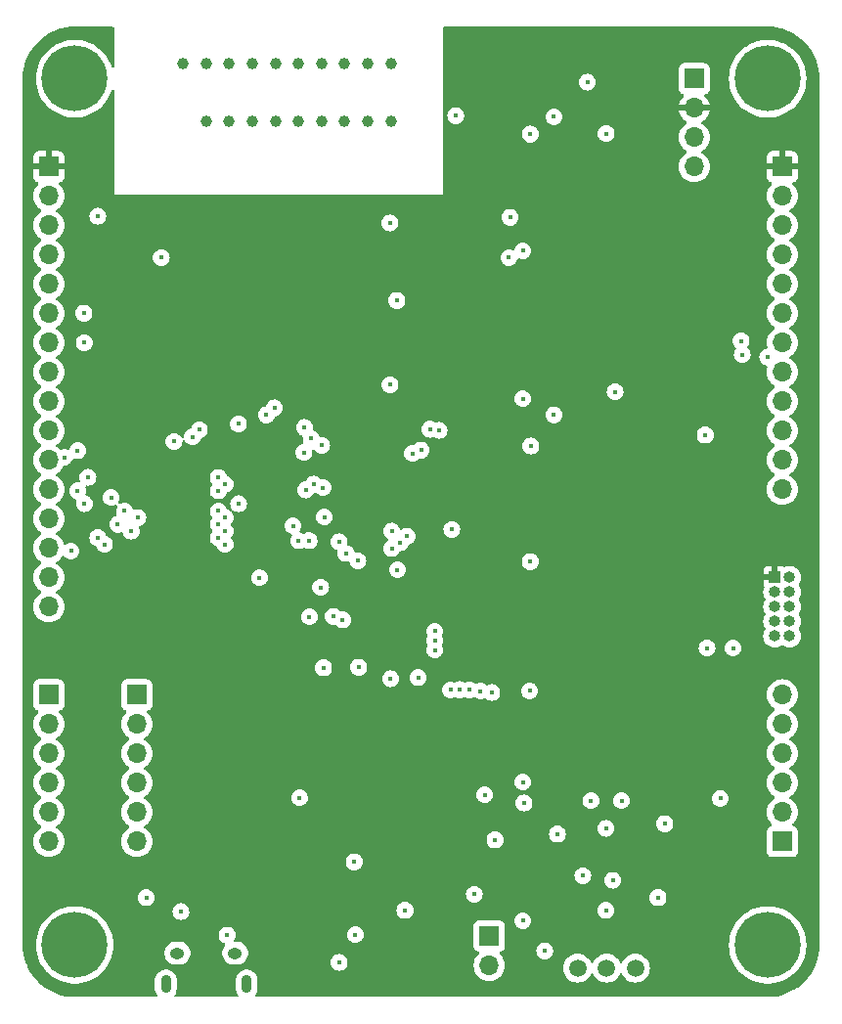
<source format=gbr>
%TF.GenerationSoftware,KiCad,Pcbnew,8.0.3*%
%TF.CreationDate,2024-06-19T01:19:57-05:00*%
%TF.ProjectId,bicep,62696365-702e-46b6-9963-61645f706362,rev?*%
%TF.SameCoordinates,Original*%
%TF.FileFunction,Copper,L3,Inr*%
%TF.FilePolarity,Positive*%
%FSLAX46Y46*%
G04 Gerber Fmt 4.6, Leading zero omitted, Abs format (unit mm)*
G04 Created by KiCad (PCBNEW 8.0.3) date 2024-06-19 01:19:57*
%MOMM*%
%LPD*%
G01*
G04 APERTURE LIST*
%TA.AperFunction,ComponentPad*%
%ADD10O,0.890000X1.550000*%
%TD*%
%TA.AperFunction,ComponentPad*%
%ADD11O,1.250000X0.950000*%
%TD*%
%TA.AperFunction,ComponentPad*%
%ADD12C,5.700000*%
%TD*%
%TA.AperFunction,ComponentPad*%
%ADD13R,1.700000X1.700000*%
%TD*%
%TA.AperFunction,ComponentPad*%
%ADD14O,1.700000X1.700000*%
%TD*%
%TA.AperFunction,ComponentPad*%
%ADD15C,1.500000*%
%TD*%
%TA.AperFunction,ComponentPad*%
%ADD16C,1.000000*%
%TD*%
%TA.AperFunction,ComponentPad*%
%ADD17R,1.000000X1.000000*%
%TD*%
%TA.AperFunction,ComponentPad*%
%ADD18O,1.000000X1.000000*%
%TD*%
%TA.AperFunction,ViaPad*%
%ADD19C,0.450000*%
%TD*%
G04 APERTURE END LIST*
D10*
%TO.N,unconnected-(J11-Shield-Pad6)_5*%
%TO.C,J11*%
X121900000Y-141900000D03*
D11*
%TO.N,unconnected-(J11-Shield-Pad6)_3*%
X122900000Y-139200000D03*
%TO.N,unconnected-(J11-Shield-Pad6)_1*%
X127900000Y-139200000D03*
D10*
%TO.N,unconnected-(J11-Shield-Pad6)_0*%
X128900000Y-141900000D03*
%TD*%
D12*
%TO.N,GND*%
%TO.C,H2*%
X174000000Y-63500000D03*
%TD*%
D13*
%TO.N,+3V3*%
%TO.C,J9*%
X111760000Y-71120000D03*
D14*
%TO.N,/D13_LED*%
X111760000Y-73660000D03*
%TO.N,/D12*%
X111760000Y-76200000D03*
%TO.N,/D11_RX2*%
X111760000Y-78740000D03*
%TO.N,/D10_TX2*%
X111760000Y-81280000D03*
%TO.N,/D9_NEO*%
X111760000Y-83820000D03*
%TO.N,/D8_CS*%
X111760000Y-86360000D03*
%TO.N,/D7*%
X111760000Y-88900000D03*
%TO.N,/D6*%
X111760000Y-91440000D03*
%TO.N,/D5*%
X111760000Y-93980000D03*
%TO.N,/D4_RST*%
X111760000Y-96520000D03*
%TO.N,/D3_IRQ*%
X111760000Y-99060000D03*
%TO.N,/D2*%
X111760000Y-101600000D03*
%TO.N,/D1_TX*%
X111760000Y-104140000D03*
%TO.N,/D0_RX*%
X111760000Y-106680000D03*
%TO.N,GND*%
X111760000Y-109220000D03*
%TD*%
D13*
%TO.N,GND*%
%TO.C,J6*%
X119380000Y-116840000D03*
D14*
X119380000Y-119380000D03*
%TO.N,unconnected-(J6-Pin_3-Pad3)*%
X119380000Y-121920000D03*
%TO.N,/D11_RX2*%
X119380000Y-124460000D03*
%TO.N,/D10_TX2*%
X119380000Y-127000000D03*
%TO.N,unconnected-(J6-Pin_6-Pad6)*%
X119380000Y-129540000D03*
%TD*%
D13*
%TO.N,GND*%
%TO.C,J5*%
X111760000Y-116840000D03*
D14*
X111760000Y-119380000D03*
%TO.N,unconnected-(J5-Pin_3-Pad3)*%
X111760000Y-121920000D03*
%TO.N,/D0_RX*%
X111760000Y-124460000D03*
%TO.N,/D1_TX*%
X111760000Y-127000000D03*
%TO.N,unconnected-(J5-Pin_6-Pad6)*%
X111760000Y-129540000D03*
%TD*%
D15*
%TO.N,unconnected-(SW2-A-Pad1)*%
%TO.C,SW2*%
X162560000Y-140500000D03*
%TO.N,/VBAT*%
X160060000Y-140500000D03*
%TO.N,/VBATSW*%
X157560000Y-140500000D03*
%TD*%
D13*
%TO.N,/VBAT*%
%TO.C,J12*%
X149900000Y-137725000D03*
D14*
%TO.N,GND*%
X149900000Y-140265000D03*
%TD*%
D12*
%TO.N,GND*%
%TO.C,H4*%
X174000000Y-138500000D03*
%TD*%
D13*
%TO.N,/A0*%
%TO.C,J7*%
X175260000Y-129540000D03*
D14*
%TO.N,/A1*%
X175260000Y-127000000D03*
%TO.N,/A2*%
X175260000Y-124460000D03*
%TO.N,/A3*%
X175260000Y-121920000D03*
%TO.N,/A4*%
X175260000Y-119380000D03*
%TO.N,/A5*%
X175260000Y-116840000D03*
%TD*%
D12*
%TO.N,GND*%
%TO.C,H3*%
X114000000Y-138500000D03*
%TD*%
%TO.N,GND*%
%TO.C,H1*%
X114000000Y-63500000D03*
%TD*%
D16*
%TO.N,*%
%TO.C,ANT1*%
X123380000Y-62200000D03*
X125380000Y-62200000D03*
X125380000Y-67200000D03*
X127380000Y-62200000D03*
X127380000Y-67200000D03*
X129380000Y-62200000D03*
X129380000Y-67200000D03*
X131380000Y-62200000D03*
X131380000Y-67200000D03*
X133380000Y-62200000D03*
X133380000Y-67200000D03*
X135380000Y-62200000D03*
X135380000Y-67200000D03*
X137380000Y-62200000D03*
X137380000Y-67200000D03*
X139380000Y-62200000D03*
X139380000Y-67200000D03*
X141380000Y-62200000D03*
X141380000Y-67200000D03*
%TD*%
D17*
%TO.N,+3V3*%
%TO.C,J1*%
X174625000Y-106680000D03*
D18*
%TO.N,/SWDIO*%
X175895000Y-106680000D03*
%TO.N,GND*%
X174625000Y-107950000D03*
%TO.N,/SWCLK*%
X175895000Y-107950000D03*
%TO.N,GND*%
X174625000Y-109220000D03*
%TO.N,unconnected-(J1-Pin_6-Pad6)*%
X175895000Y-109220000D03*
%TO.N,unconnected-(J1-Pin_7-Pad7)*%
X174625000Y-110490000D03*
%TO.N,unconnected-(J1-Pin_8-Pad8)*%
X175895000Y-110490000D03*
%TO.N,GND*%
X174625000Y-111760000D03*
%TO.N,/~{RESET}*%
X175895000Y-111760000D03*
%TD*%
D13*
%TO.N,+3V3*%
%TO.C,J8*%
X175260000Y-71120000D03*
D14*
%TO.N,/VBAT*%
X175260000Y-73660000D03*
%TO.N,/EN*%
X175260000Y-76200000D03*
%TO.N,/VBUS*%
X175260000Y-78740000D03*
%TO.N,/~{RESET}*%
X175260000Y-81280000D03*
%TO.N,/AREF*%
X175260000Y-83820000D03*
%TO.N,/SCL*%
X175260000Y-86360000D03*
%TO.N,/SDA*%
X175260000Y-88900000D03*
%TO.N,/SCK*%
X175260000Y-91440000D03*
%TO.N,/MOSI*%
X175260000Y-93980000D03*
%TO.N,/MISO*%
X175260000Y-96520000D03*
%TO.N,GND*%
X175260000Y-99060000D03*
%TD*%
D13*
%TO.N,GND*%
%TO.C,J4*%
X167640000Y-63500000D03*
D14*
%TO.N,+3V3*%
X167640000Y-66040000D03*
%TO.N,/SDA*%
X167640000Y-68580000D03*
%TO.N,/SCL*%
X167640000Y-71120000D03*
%TD*%
D19*
%TO.N,GND*%
X151600000Y-79000000D03*
X136900000Y-140000000D03*
X133480000Y-125750000D03*
X158700000Y-126000000D03*
X121500000Y-79000000D03*
X151700000Y-75500000D03*
X127200000Y-137650000D03*
X135550000Y-114500000D03*
X141310000Y-89990000D03*
X141350000Y-115450000D03*
X146650000Y-102525000D03*
X155500000Y-66800000D03*
X143750000Y-115350000D03*
X130000000Y-106700000D03*
X152800000Y-91200000D03*
X165100000Y-128000000D03*
X152800000Y-78400000D03*
X152800000Y-124400000D03*
X161350000Y-126000000D03*
X158400000Y-63800000D03*
X158000000Y-132500000D03*
X138200000Y-131300000D03*
X138600000Y-114450000D03*
X120200000Y-134400000D03*
X160800000Y-90600000D03*
X141300000Y-76000000D03*
X138520000Y-105240000D03*
X135618662Y-101444630D03*
X164500000Y-134400000D03*
X147000000Y-66700000D03*
X135300000Y-107550000D03*
%TO.N,/AREF*%
X153450000Y-105300000D03*
X153500000Y-95300000D03*
%TO.N,+3V3*%
X136300000Y-107550000D03*
X160700000Y-86500000D03*
X136700000Y-101500000D03*
X160600000Y-82500000D03*
X132550000Y-114550000D03*
X156600000Y-90500000D03*
X172900000Y-71100000D03*
X149350000Y-102325000D03*
X158000000Y-67700000D03*
X163000000Y-131500000D03*
X149500000Y-67600000D03*
X160900000Y-74600000D03*
X130300000Y-108600000D03*
X160700000Y-78500000D03*
X121200000Y-83600000D03*
%TO.N,/VBAT*%
X160000000Y-128400000D03*
X138300000Y-137600000D03*
X160000000Y-135500000D03*
%TO.N,/VBUS*%
X142600000Y-135500000D03*
X123200000Y-135600000D03*
X169900000Y-125800000D03*
%TO.N,/A5*%
X152900000Y-126200000D03*
X153390000Y-116490000D03*
%TO.N,/SWDIO*%
X145190000Y-112150000D03*
X137200000Y-110350000D03*
%TO.N,/SWCLK*%
X136400000Y-110050000D03*
X145190000Y-111340000D03*
%TO.N,/~{RESET}*%
X168600000Y-94350000D03*
X171000000Y-112800000D03*
X168750000Y-112800000D03*
X134330000Y-110090000D03*
X145190000Y-112960000D03*
%TO.N,/SDA*%
X171700000Y-86200000D03*
X143250000Y-95950000D03*
X133400000Y-103500000D03*
%TO.N,/SCL*%
X134300000Y-103500000D03*
X171800000Y-87400000D03*
X144000000Y-95650000D03*
X153450000Y-68300000D03*
X160020000Y-68260000D03*
X174000000Y-87600000D03*
%TO.N,/D0_RX*%
X127020000Y-98600000D03*
X113680000Y-104400000D03*
%TO.N,/D1_TX*%
X126440000Y-98020000D03*
X115150000Y-98000000D03*
%TO.N,/D10_TX2*%
X117740000Y-102080000D03*
X126440000Y-102080000D03*
%TO.N,/D11_RX2*%
X118320000Y-100920000D03*
X126440000Y-100920000D03*
%TO.N,/A4*%
X150110000Y-116630000D03*
X141460000Y-102670000D03*
%TO.N,/A0*%
X141950000Y-106010000D03*
X146530000Y-116420000D03*
%TO.N,/A1*%
X147330000Y-116390000D03*
X141460000Y-104170000D03*
%TO.N,/A3*%
X149150000Y-116520000D03*
X142780000Y-103110000D03*
%TO.N,/A2*%
X148190000Y-116410000D03*
X142200000Y-103670000D03*
%TO.N,/EN*%
X160585901Y-132884431D03*
%TO.N,/MISO*%
X133900000Y-93700000D03*
X134000000Y-99100000D03*
X133850000Y-95850000D03*
%TO.N,/MOSI*%
X131300000Y-92000000D03*
X135400000Y-95250000D03*
X135500000Y-98900000D03*
%TO.N,/SCK*%
X134480000Y-94650000D03*
X134700000Y-98600000D03*
X130600000Y-92600000D03*
%TO.N,/D6*%
X126440000Y-103240000D03*
X116000000Y-103240000D03*
%TO.N,/D12*%
X127020000Y-102660000D03*
X118900000Y-102660000D03*
%TO.N,/D9_NEO*%
X114800000Y-83800000D03*
X117160000Y-99760000D03*
X132900000Y-102200000D03*
X155500000Y-92600000D03*
%TO.N,/D8_CS*%
X128180000Y-93380000D03*
X114840000Y-86360000D03*
%TO.N,/D7*%
X116580000Y-103820000D03*
X127020000Y-103820000D03*
%TO.N,/D3_IRQ*%
X114260000Y-95700000D03*
X122600000Y-94900000D03*
X124800000Y-93900000D03*
%TO.N,/D4_RST*%
X124200000Y-94500000D03*
X113100000Y-96280000D03*
%TO.N,/D5*%
X114850000Y-100300000D03*
X128200000Y-100300000D03*
%TO.N,/D2*%
X114260000Y-99180000D03*
X126440000Y-99180000D03*
%TO.N,/TXLED*%
X136900000Y-103600000D03*
X144750000Y-93850000D03*
%TO.N,/RXLED*%
X137500000Y-104600000D03*
X145550000Y-93950000D03*
%TO.N,/CHG_STAT*%
X148600000Y-134100000D03*
X155800000Y-128900000D03*
%TO.N,/VBATSW*%
X154700000Y-139000000D03*
X150400000Y-129400000D03*
X149500000Y-125500000D03*
X152800000Y-136400000D03*
%TO.N,/D13_LED*%
X119480000Y-101500000D03*
X127020000Y-101500000D03*
X141900000Y-82700000D03*
X116000000Y-75400000D03*
%TD*%
%TA.AperFunction,Conductor*%
%TO.N,+3V3*%
G36*
X117373039Y-59020185D02*
G01*
X117418794Y-59072989D01*
X117430000Y-59124500D01*
X117430000Y-62419726D01*
X117410315Y-62486765D01*
X117357511Y-62532520D01*
X117288353Y-62542464D01*
X117224797Y-62513439D01*
X117187023Y-62454661D01*
X117186520Y-62452900D01*
X117179777Y-62428614D01*
X117179773Y-62428603D01*
X117068569Y-62149501D01*
X117045298Y-62091095D01*
X116875117Y-61770100D01*
X116671227Y-61469386D01*
X116436021Y-61192479D01*
X116172254Y-60942625D01*
X116172244Y-60942617D01*
X116103635Y-60890462D01*
X115883019Y-60722755D01*
X115571708Y-60535445D01*
X115571707Y-60535444D01*
X115571703Y-60535442D01*
X115571699Y-60535440D01*
X115241979Y-60382896D01*
X115241974Y-60382894D01*
X115241969Y-60382892D01*
X115050484Y-60318373D01*
X114897669Y-60266883D01*
X114542845Y-60188781D01*
X114181660Y-60149500D01*
X114181659Y-60149500D01*
X113818341Y-60149500D01*
X113818339Y-60149500D01*
X113457154Y-60188781D01*
X113102330Y-60266883D01*
X112836178Y-60356560D01*
X112758031Y-60382892D01*
X112758028Y-60382893D01*
X112758020Y-60382896D01*
X112428300Y-60535440D01*
X112428296Y-60535442D01*
X112300942Y-60612069D01*
X112116981Y-60722755D01*
X112027332Y-60790903D01*
X111827755Y-60942617D01*
X111827745Y-60942625D01*
X111563978Y-61192479D01*
X111328772Y-61469386D01*
X111124884Y-61770098D01*
X111124878Y-61770107D01*
X110954706Y-62091086D01*
X110954700Y-62091098D01*
X110820226Y-62428603D01*
X110820221Y-62428618D01*
X110723030Y-62778670D01*
X110723024Y-62778696D01*
X110664250Y-63137200D01*
X110664248Y-63137217D01*
X110644579Y-63499997D01*
X110644579Y-63500002D01*
X110664248Y-63862782D01*
X110664250Y-63862799D01*
X110723024Y-64221303D01*
X110723030Y-64221329D01*
X110820221Y-64571381D01*
X110820226Y-64571396D01*
X110954700Y-64908901D01*
X110954706Y-64908913D01*
X111124878Y-65229892D01*
X111124884Y-65229901D01*
X111328772Y-65530613D01*
X111549097Y-65790000D01*
X111563979Y-65807521D01*
X111827746Y-66057375D01*
X112116981Y-66277245D01*
X112428292Y-66464555D01*
X112428294Y-66464556D01*
X112428296Y-66464557D01*
X112428300Y-66464559D01*
X112591364Y-66540000D01*
X112758031Y-66617108D01*
X113102330Y-66733116D01*
X113457153Y-66811218D01*
X113818341Y-66850500D01*
X113818347Y-66850500D01*
X114181653Y-66850500D01*
X114181659Y-66850500D01*
X114542847Y-66811218D01*
X114897670Y-66733116D01*
X115241969Y-66617108D01*
X115571708Y-66464555D01*
X115883019Y-66277245D01*
X116172254Y-66057375D01*
X116436021Y-65807521D01*
X116671227Y-65530614D01*
X116875117Y-65229900D01*
X117045298Y-64908905D01*
X117179775Y-64571391D01*
X117179778Y-64571381D01*
X117186520Y-64547100D01*
X117223421Y-64487770D01*
X117286541Y-64457809D01*
X117355839Y-64466730D01*
X117409314Y-64511700D01*
X117429986Y-64578441D01*
X117430000Y-64580273D01*
X117430000Y-73550000D01*
X145880000Y-73550000D01*
X145880000Y-68299996D01*
X152719909Y-68299996D01*
X152719909Y-68300003D01*
X152738212Y-68462455D01*
X152792210Y-68616774D01*
X152792211Y-68616775D01*
X152879192Y-68755204D01*
X152994796Y-68870808D01*
X153133225Y-68957789D01*
X153287539Y-69011786D01*
X153287542Y-69011786D01*
X153287544Y-69011787D01*
X153449996Y-69030091D01*
X153450000Y-69030091D01*
X153450004Y-69030091D01*
X153612455Y-69011787D01*
X153612456Y-69011786D01*
X153612461Y-69011786D01*
X153766775Y-68957789D01*
X153905204Y-68870808D01*
X154020808Y-68755204D01*
X154107789Y-68616775D01*
X154161786Y-68462461D01*
X154166294Y-68422455D01*
X154180091Y-68300003D01*
X154180091Y-68299996D01*
X154175584Y-68259996D01*
X159289909Y-68259996D01*
X159289909Y-68260003D01*
X159308212Y-68422455D01*
X159362210Y-68576774D01*
X159449192Y-68715204D01*
X159564796Y-68830808D01*
X159703225Y-68917789D01*
X159857539Y-68971786D01*
X159857542Y-68971786D01*
X159857544Y-68971787D01*
X160019996Y-68990091D01*
X160020000Y-68990091D01*
X160020004Y-68990091D01*
X160182455Y-68971787D01*
X160182456Y-68971786D01*
X160182461Y-68971786D01*
X160336775Y-68917789D01*
X160475204Y-68830808D01*
X160590808Y-68715204D01*
X160675763Y-68579999D01*
X166284341Y-68579999D01*
X166284341Y-68580000D01*
X166304936Y-68815403D01*
X166304938Y-68815413D01*
X166366094Y-69043655D01*
X166366096Y-69043659D01*
X166366097Y-69043663D01*
X166465965Y-69257830D01*
X166465967Y-69257834D01*
X166601501Y-69451395D01*
X166601506Y-69451402D01*
X166768597Y-69618493D01*
X166768603Y-69618498D01*
X166954158Y-69748425D01*
X166997783Y-69803002D01*
X167004977Y-69872500D01*
X166973454Y-69934855D01*
X166954158Y-69951575D01*
X166768597Y-70081505D01*
X166601505Y-70248597D01*
X166465965Y-70442169D01*
X166465964Y-70442171D01*
X166366098Y-70656335D01*
X166366094Y-70656344D01*
X166304938Y-70884586D01*
X166304936Y-70884596D01*
X166284341Y-71119999D01*
X166284341Y-71120000D01*
X166304936Y-71355403D01*
X166304938Y-71355413D01*
X166366094Y-71583655D01*
X166366096Y-71583659D01*
X166366097Y-71583663D01*
X166465965Y-71797830D01*
X166465967Y-71797834D01*
X166574281Y-71952521D01*
X166601505Y-71991401D01*
X166768599Y-72158495D01*
X166845135Y-72212086D01*
X166962165Y-72294032D01*
X166962167Y-72294033D01*
X166962170Y-72294035D01*
X167176337Y-72393903D01*
X167404592Y-72455063D01*
X167592918Y-72471539D01*
X167639999Y-72475659D01*
X167640000Y-72475659D01*
X167640001Y-72475659D01*
X167679234Y-72472226D01*
X167875408Y-72455063D01*
X168103663Y-72393903D01*
X168317830Y-72294035D01*
X168511401Y-72158495D01*
X168678495Y-71991401D01*
X168814035Y-71797830D01*
X168913903Y-71583663D01*
X168975063Y-71355408D01*
X168995659Y-71120000D01*
X168975063Y-70884592D01*
X168913903Y-70656337D01*
X168814035Y-70442171D01*
X168678495Y-70248599D01*
X168678494Y-70248597D01*
X168511402Y-70081506D01*
X168511396Y-70081501D01*
X168325842Y-69951575D01*
X168282217Y-69896998D01*
X168275023Y-69827500D01*
X168306546Y-69765145D01*
X168325842Y-69748425D01*
X168348026Y-69732891D01*
X168511401Y-69618495D01*
X168678495Y-69451401D01*
X168814035Y-69257830D01*
X168913903Y-69043663D01*
X168975063Y-68815408D01*
X168995659Y-68580000D01*
X168975063Y-68344592D01*
X168913903Y-68116337D01*
X168814035Y-67902171D01*
X168692915Y-67729192D01*
X168678494Y-67708597D01*
X168511402Y-67541506D01*
X168511401Y-67541505D01*
X168325405Y-67411269D01*
X168281781Y-67356692D01*
X168274588Y-67287193D01*
X168306110Y-67224839D01*
X168325405Y-67208119D01*
X168511082Y-67078105D01*
X168678105Y-66911082D01*
X168813600Y-66717578D01*
X168913429Y-66503492D01*
X168913432Y-66503486D01*
X168970636Y-66290000D01*
X168073012Y-66290000D01*
X168105925Y-66232993D01*
X168140000Y-66105826D01*
X168140000Y-65974174D01*
X168105925Y-65847007D01*
X168073012Y-65790000D01*
X168970636Y-65790000D01*
X168970635Y-65789999D01*
X168913432Y-65576513D01*
X168913429Y-65576507D01*
X168813600Y-65362422D01*
X168813599Y-65362420D01*
X168678113Y-65168926D01*
X168678108Y-65168920D01*
X168556053Y-65046865D01*
X168522568Y-64985542D01*
X168527552Y-64915850D01*
X168569424Y-64859917D01*
X168600400Y-64843002D01*
X168732331Y-64793796D01*
X168847546Y-64707546D01*
X168933796Y-64592331D01*
X168984091Y-64457483D01*
X168990500Y-64397873D01*
X168990499Y-63499997D01*
X170644579Y-63499997D01*
X170644579Y-63500002D01*
X170664248Y-63862782D01*
X170664250Y-63862799D01*
X170723024Y-64221303D01*
X170723030Y-64221329D01*
X170820221Y-64571381D01*
X170820226Y-64571396D01*
X170954700Y-64908901D01*
X170954706Y-64908913D01*
X171124878Y-65229892D01*
X171124884Y-65229901D01*
X171328772Y-65530613D01*
X171549097Y-65790000D01*
X171563979Y-65807521D01*
X171827746Y-66057375D01*
X172116981Y-66277245D01*
X172428292Y-66464555D01*
X172428294Y-66464556D01*
X172428296Y-66464557D01*
X172428300Y-66464559D01*
X172591364Y-66540000D01*
X172758031Y-66617108D01*
X173102330Y-66733116D01*
X173457153Y-66811218D01*
X173818341Y-66850500D01*
X173818347Y-66850500D01*
X174181653Y-66850500D01*
X174181659Y-66850500D01*
X174542847Y-66811218D01*
X174897670Y-66733116D01*
X175241969Y-66617108D01*
X175571708Y-66464555D01*
X175883019Y-66277245D01*
X176172254Y-66057375D01*
X176436021Y-65807521D01*
X176671227Y-65530614D01*
X176875117Y-65229900D01*
X177045298Y-64908905D01*
X177179775Y-64571391D01*
X177186520Y-64547100D01*
X177276969Y-64221329D01*
X177276973Y-64221316D01*
X177335751Y-63862785D01*
X177355421Y-63500000D01*
X177355274Y-63497297D01*
X177335751Y-63137217D01*
X177335749Y-63137200D01*
X177276975Y-62778696D01*
X177276974Y-62778695D01*
X177276973Y-62778684D01*
X177258844Y-62713389D01*
X177179778Y-62428618D01*
X177179773Y-62428603D01*
X177068569Y-62149501D01*
X177045298Y-62091095D01*
X176875117Y-61770100D01*
X176671227Y-61469386D01*
X176436021Y-61192479D01*
X176172254Y-60942625D01*
X176172244Y-60942617D01*
X176103635Y-60890462D01*
X175883019Y-60722755D01*
X175571708Y-60535445D01*
X175571707Y-60535444D01*
X175571703Y-60535442D01*
X175571699Y-60535440D01*
X175241979Y-60382896D01*
X175241974Y-60382894D01*
X175241969Y-60382892D01*
X175050484Y-60318373D01*
X174897669Y-60266883D01*
X174542845Y-60188781D01*
X174181660Y-60149500D01*
X174181659Y-60149500D01*
X173818341Y-60149500D01*
X173818339Y-60149500D01*
X173457154Y-60188781D01*
X173102330Y-60266883D01*
X172836178Y-60356560D01*
X172758031Y-60382892D01*
X172758028Y-60382893D01*
X172758020Y-60382896D01*
X172428300Y-60535440D01*
X172428296Y-60535442D01*
X172300942Y-60612069D01*
X172116981Y-60722755D01*
X172027332Y-60790903D01*
X171827755Y-60942617D01*
X171827745Y-60942625D01*
X171563978Y-61192479D01*
X171328772Y-61469386D01*
X171124884Y-61770098D01*
X171124878Y-61770107D01*
X170954706Y-62091086D01*
X170954700Y-62091098D01*
X170820226Y-62428603D01*
X170820221Y-62428618D01*
X170723030Y-62778670D01*
X170723024Y-62778696D01*
X170664250Y-63137200D01*
X170664248Y-63137217D01*
X170644579Y-63499997D01*
X168990499Y-63499997D01*
X168990499Y-62602128D01*
X168984091Y-62542517D01*
X168984071Y-62542464D01*
X168933797Y-62407671D01*
X168933793Y-62407664D01*
X168847547Y-62292455D01*
X168847544Y-62292452D01*
X168732335Y-62206206D01*
X168732328Y-62206202D01*
X168597482Y-62155908D01*
X168597483Y-62155908D01*
X168537883Y-62149501D01*
X168537881Y-62149500D01*
X168537873Y-62149500D01*
X168537864Y-62149500D01*
X166742129Y-62149500D01*
X166742123Y-62149501D01*
X166682516Y-62155908D01*
X166547671Y-62206202D01*
X166547664Y-62206206D01*
X166432455Y-62292452D01*
X166432452Y-62292455D01*
X166346206Y-62407664D01*
X166346202Y-62407671D01*
X166295908Y-62542517D01*
X166289501Y-62602116D01*
X166289501Y-62602123D01*
X166289500Y-62602135D01*
X166289500Y-64397870D01*
X166289501Y-64397876D01*
X166295908Y-64457483D01*
X166346202Y-64592328D01*
X166346206Y-64592335D01*
X166432452Y-64707544D01*
X166432455Y-64707547D01*
X166547664Y-64793793D01*
X166547671Y-64793797D01*
X166547674Y-64793798D01*
X166679598Y-64843002D01*
X166735531Y-64884873D01*
X166759949Y-64950337D01*
X166745098Y-65018610D01*
X166723947Y-65046865D01*
X166601886Y-65168926D01*
X166466400Y-65362420D01*
X166466399Y-65362422D01*
X166366570Y-65576507D01*
X166366567Y-65576513D01*
X166309364Y-65789999D01*
X166309364Y-65790000D01*
X167206988Y-65790000D01*
X167174075Y-65847007D01*
X167140000Y-65974174D01*
X167140000Y-66105826D01*
X167174075Y-66232993D01*
X167206988Y-66290000D01*
X166309364Y-66290000D01*
X166366567Y-66503486D01*
X166366570Y-66503492D01*
X166466399Y-66717578D01*
X166601894Y-66911082D01*
X166768917Y-67078105D01*
X166954595Y-67208119D01*
X166998219Y-67262696D01*
X167005412Y-67332195D01*
X166973890Y-67394549D01*
X166954595Y-67411269D01*
X166768594Y-67541508D01*
X166601505Y-67708597D01*
X166465965Y-67902169D01*
X166465964Y-67902171D01*
X166366098Y-68116335D01*
X166366094Y-68116344D01*
X166304938Y-68344586D01*
X166304936Y-68344596D01*
X166284341Y-68579999D01*
X160675763Y-68579999D01*
X160677789Y-68576775D01*
X160731786Y-68422461D01*
X160731787Y-68422455D01*
X160750091Y-68260003D01*
X160750091Y-68259996D01*
X160731787Y-68097544D01*
X160731786Y-68097542D01*
X160731786Y-68097539D01*
X160677789Y-67943225D01*
X160590808Y-67804796D01*
X160475204Y-67689192D01*
X160336774Y-67602210D01*
X160182455Y-67548212D01*
X160020004Y-67529909D01*
X160019996Y-67529909D01*
X159857544Y-67548212D01*
X159703225Y-67602210D01*
X159564795Y-67689192D01*
X159449192Y-67804795D01*
X159362210Y-67943225D01*
X159308212Y-68097544D01*
X159289909Y-68259996D01*
X154175584Y-68259996D01*
X154161787Y-68137544D01*
X154161786Y-68137542D01*
X154161786Y-68137539D01*
X154107789Y-67983225D01*
X154020808Y-67844796D01*
X153905204Y-67729192D01*
X153841545Y-67689192D01*
X153766774Y-67642210D01*
X153612455Y-67588212D01*
X153450004Y-67569909D01*
X153449996Y-67569909D01*
X153287544Y-67588212D01*
X153133225Y-67642210D01*
X152994795Y-67729192D01*
X152879192Y-67844795D01*
X152792210Y-67983225D01*
X152738212Y-68137544D01*
X152719909Y-68299996D01*
X145880000Y-68299996D01*
X145880000Y-66699996D01*
X146269909Y-66699996D01*
X146269909Y-66700003D01*
X146288212Y-66862455D01*
X146342210Y-67016774D01*
X146342211Y-67016775D01*
X146429192Y-67155204D01*
X146544796Y-67270808D01*
X146683225Y-67357789D01*
X146837539Y-67411786D01*
X146837542Y-67411786D01*
X146837544Y-67411787D01*
X146999996Y-67430091D01*
X147000000Y-67430091D01*
X147000004Y-67430091D01*
X147162455Y-67411787D01*
X147162456Y-67411786D01*
X147162461Y-67411786D01*
X147316775Y-67357789D01*
X147455204Y-67270808D01*
X147570808Y-67155204D01*
X147657789Y-67016775D01*
X147711786Y-66862461D01*
X147717560Y-66811218D01*
X147718824Y-66799996D01*
X154769909Y-66799996D01*
X154769909Y-66800003D01*
X154788212Y-66962455D01*
X154842210Y-67116774D01*
X154899606Y-67208119D01*
X154929192Y-67255204D01*
X155044796Y-67370808D01*
X155183225Y-67457789D01*
X155337539Y-67511786D01*
X155337542Y-67511786D01*
X155337544Y-67511787D01*
X155499996Y-67530091D01*
X155500000Y-67530091D01*
X155500004Y-67530091D01*
X155662455Y-67511787D01*
X155662456Y-67511786D01*
X155662461Y-67511786D01*
X155816775Y-67457789D01*
X155955204Y-67370808D01*
X156070808Y-67255204D01*
X156157789Y-67116775D01*
X156211786Y-66962461D01*
X156217575Y-66911082D01*
X156230091Y-66800003D01*
X156230091Y-66799996D01*
X156211787Y-66637544D01*
X156211786Y-66637542D01*
X156211786Y-66637539D01*
X156157789Y-66483225D01*
X156070808Y-66344796D01*
X155955204Y-66229192D01*
X155816774Y-66142210D01*
X155662455Y-66088212D01*
X155500004Y-66069909D01*
X155499996Y-66069909D01*
X155337544Y-66088212D01*
X155183225Y-66142210D01*
X155044795Y-66229192D01*
X154929192Y-66344795D01*
X154842210Y-66483225D01*
X154788212Y-66637544D01*
X154769909Y-66799996D01*
X147718824Y-66799996D01*
X147730091Y-66700003D01*
X147730091Y-66699996D01*
X147711787Y-66537544D01*
X147711786Y-66537542D01*
X147711786Y-66537539D01*
X147657789Y-66383225D01*
X147570808Y-66244796D01*
X147455204Y-66129192D01*
X147316774Y-66042210D01*
X147162455Y-65988212D01*
X147000004Y-65969909D01*
X146999996Y-65969909D01*
X146837544Y-65988212D01*
X146683225Y-66042210D01*
X146544795Y-66129192D01*
X146429192Y-66244795D01*
X146342210Y-66383225D01*
X146288212Y-66537544D01*
X146269909Y-66699996D01*
X145880000Y-66699996D01*
X145880000Y-63799996D01*
X157669909Y-63799996D01*
X157669909Y-63800003D01*
X157688212Y-63962455D01*
X157742210Y-64116774D01*
X157807899Y-64221316D01*
X157829192Y-64255204D01*
X157944796Y-64370808D01*
X158083225Y-64457789D01*
X158237539Y-64511786D01*
X158237542Y-64511786D01*
X158237544Y-64511787D01*
X158399996Y-64530091D01*
X158400000Y-64530091D01*
X158400004Y-64530091D01*
X158562455Y-64511787D01*
X158562456Y-64511786D01*
X158562461Y-64511786D01*
X158716775Y-64457789D01*
X158855204Y-64370808D01*
X158970808Y-64255204D01*
X159057789Y-64116775D01*
X159111786Y-63962461D01*
X159111787Y-63962455D01*
X159130091Y-63800003D01*
X159130091Y-63799996D01*
X159111787Y-63637544D01*
X159111786Y-63637542D01*
X159111786Y-63637539D01*
X159057789Y-63483225D01*
X158970808Y-63344796D01*
X158855204Y-63229192D01*
X158716774Y-63142210D01*
X158562455Y-63088212D01*
X158400004Y-63069909D01*
X158399996Y-63069909D01*
X158237544Y-63088212D01*
X158083225Y-63142210D01*
X157944795Y-63229192D01*
X157829192Y-63344795D01*
X157742210Y-63483225D01*
X157688212Y-63637544D01*
X157669909Y-63799996D01*
X145880000Y-63799996D01*
X145880000Y-59124500D01*
X145899685Y-59057461D01*
X145952489Y-59011706D01*
X146004000Y-59000500D01*
X173934108Y-59000500D01*
X173997294Y-59000500D01*
X174002702Y-59000617D01*
X174386771Y-59017386D01*
X174397506Y-59018326D01*
X174775971Y-59068152D01*
X174786597Y-59070025D01*
X175159284Y-59152648D01*
X175169710Y-59155442D01*
X175533765Y-59270227D01*
X175543911Y-59273920D01*
X175896578Y-59420000D01*
X175906369Y-59424566D01*
X176244942Y-59600816D01*
X176254310Y-59606224D01*
X176576244Y-59811318D01*
X176585105Y-59817523D01*
X176887930Y-60049889D01*
X176896217Y-60056843D01*
X177177635Y-60314715D01*
X177185284Y-60322364D01*
X177443156Y-60603782D01*
X177450110Y-60612069D01*
X177682476Y-60914894D01*
X177688681Y-60923755D01*
X177893775Y-61245689D01*
X177899183Y-61255057D01*
X178075430Y-61593623D01*
X178080002Y-61603427D01*
X178226075Y-61956078D01*
X178229775Y-61966244D01*
X178344554Y-62330278D01*
X178347354Y-62340727D01*
X178429971Y-62713389D01*
X178431849Y-62724042D01*
X178481671Y-63102473D01*
X178482614Y-63113249D01*
X178499382Y-63497297D01*
X178499500Y-63502706D01*
X178499500Y-138497293D01*
X178499382Y-138502702D01*
X178482614Y-138886750D01*
X178481671Y-138897526D01*
X178431849Y-139275957D01*
X178429971Y-139286610D01*
X178347354Y-139659272D01*
X178344554Y-139669721D01*
X178229775Y-140033755D01*
X178226075Y-140043921D01*
X178080002Y-140396572D01*
X178075430Y-140406376D01*
X177899183Y-140744942D01*
X177893775Y-140754310D01*
X177688681Y-141076244D01*
X177682476Y-141085105D01*
X177450110Y-141387930D01*
X177443156Y-141396217D01*
X177185284Y-141677635D01*
X177177635Y-141685284D01*
X176896217Y-141943156D01*
X176887930Y-141950110D01*
X176585105Y-142182476D01*
X176576244Y-142188681D01*
X176254310Y-142393775D01*
X176244942Y-142399183D01*
X175906376Y-142575430D01*
X175896572Y-142580002D01*
X175543921Y-142726075D01*
X175533755Y-142729775D01*
X175169721Y-142844554D01*
X175159272Y-142847354D01*
X174786610Y-142929971D01*
X174775957Y-142931849D01*
X174397526Y-142981671D01*
X174386750Y-142982614D01*
X174002703Y-142999382D01*
X173997294Y-142999500D01*
X129754968Y-142999500D01*
X129687929Y-142979815D01*
X129642174Y-142927011D01*
X129632230Y-142857853D01*
X129651865Y-142806610D01*
X129666225Y-142785116D01*
X129737891Y-142677862D01*
X129809165Y-142505792D01*
X129845500Y-142323124D01*
X129845500Y-141476876D01*
X129845500Y-141476873D01*
X129845499Y-141476871D01*
X129828661Y-141392223D01*
X129809165Y-141294208D01*
X129737891Y-141122138D01*
X129737890Y-141122136D01*
X129737890Y-141122135D01*
X129634421Y-140967283D01*
X129634415Y-140967275D01*
X129502724Y-140835584D01*
X129502716Y-140835578D01*
X129347864Y-140732109D01*
X129175792Y-140660835D01*
X129175784Y-140660833D01*
X128993127Y-140624500D01*
X128993124Y-140624500D01*
X128806876Y-140624500D01*
X128806873Y-140624500D01*
X128624215Y-140660833D01*
X128624207Y-140660835D01*
X128452136Y-140732109D01*
X128452135Y-140732109D01*
X128297283Y-140835578D01*
X128297275Y-140835584D01*
X128165584Y-140967275D01*
X128165578Y-140967283D01*
X128062109Y-141122135D01*
X128062109Y-141122136D01*
X127990835Y-141294207D01*
X127990833Y-141294215D01*
X127954500Y-141476871D01*
X127954500Y-142323128D01*
X127990833Y-142505784D01*
X127990835Y-142505792D01*
X128062109Y-142677862D01*
X128094324Y-142726075D01*
X128148135Y-142806610D01*
X128169012Y-142873287D01*
X128150527Y-142940667D01*
X128098548Y-142987357D01*
X128045032Y-142999500D01*
X122754968Y-142999500D01*
X122687929Y-142979815D01*
X122642174Y-142927011D01*
X122632230Y-142857853D01*
X122651865Y-142806610D01*
X122666225Y-142785116D01*
X122737891Y-142677862D01*
X122809165Y-142505792D01*
X122845500Y-142323124D01*
X122845500Y-141476876D01*
X122845500Y-141476873D01*
X122845499Y-141476871D01*
X122828661Y-141392223D01*
X122809165Y-141294208D01*
X122737891Y-141122138D01*
X122737890Y-141122136D01*
X122737890Y-141122135D01*
X122634421Y-140967283D01*
X122634415Y-140967275D01*
X122502724Y-140835584D01*
X122502716Y-140835578D01*
X122347864Y-140732109D01*
X122175792Y-140660835D01*
X122175784Y-140660833D01*
X121993127Y-140624500D01*
X121993124Y-140624500D01*
X121806876Y-140624500D01*
X121806873Y-140624500D01*
X121624215Y-140660833D01*
X121624207Y-140660835D01*
X121452136Y-140732109D01*
X121452135Y-140732109D01*
X121297283Y-140835578D01*
X121297275Y-140835584D01*
X121165584Y-140967275D01*
X121165578Y-140967283D01*
X121062109Y-141122135D01*
X121062109Y-141122136D01*
X120990835Y-141294207D01*
X120990833Y-141294215D01*
X120954500Y-141476871D01*
X120954500Y-142323128D01*
X120990833Y-142505784D01*
X120990835Y-142505792D01*
X121062109Y-142677862D01*
X121094324Y-142726075D01*
X121148135Y-142806610D01*
X121169012Y-142873287D01*
X121150527Y-142940667D01*
X121098548Y-142987357D01*
X121045032Y-142999500D01*
X114002706Y-142999500D01*
X113997297Y-142999382D01*
X113613249Y-142982614D01*
X113602473Y-142981671D01*
X113224042Y-142931849D01*
X113213389Y-142929971D01*
X112840727Y-142847354D01*
X112830278Y-142844554D01*
X112466244Y-142729775D01*
X112456078Y-142726075D01*
X112103427Y-142580002D01*
X112093623Y-142575430D01*
X111755057Y-142399183D01*
X111745689Y-142393775D01*
X111423755Y-142188681D01*
X111414894Y-142182476D01*
X111112069Y-141950110D01*
X111103782Y-141943156D01*
X110822364Y-141685284D01*
X110814715Y-141677635D01*
X110556843Y-141396217D01*
X110549889Y-141387930D01*
X110317523Y-141085105D01*
X110311318Y-141076244D01*
X110106224Y-140754310D01*
X110100816Y-140744942D01*
X110092342Y-140728663D01*
X109924566Y-140406369D01*
X109919997Y-140396572D01*
X109872550Y-140282024D01*
X109773920Y-140043911D01*
X109770224Y-140033755D01*
X109770028Y-140033132D01*
X109655442Y-139669710D01*
X109652648Y-139659284D01*
X109570025Y-139286597D01*
X109568152Y-139275971D01*
X109518326Y-138897506D01*
X109517386Y-138886771D01*
X109500618Y-138502702D01*
X109500559Y-138499997D01*
X110644579Y-138499997D01*
X110644579Y-138500002D01*
X110664248Y-138862782D01*
X110664250Y-138862799D01*
X110723024Y-139221303D01*
X110723030Y-139221329D01*
X110820221Y-139571381D01*
X110820226Y-139571396D01*
X110954700Y-139908901D01*
X110954706Y-139908913D01*
X111124878Y-140229892D01*
X111124881Y-140229897D01*
X111124883Y-140229900D01*
X111160224Y-140282024D01*
X111328772Y-140530613D01*
X111498210Y-140730091D01*
X111563979Y-140807521D01*
X111827746Y-141057375D01*
X112116981Y-141277245D01*
X112428292Y-141464555D01*
X112428294Y-141464556D01*
X112428296Y-141464557D01*
X112428300Y-141464559D01*
X112758020Y-141617103D01*
X112758031Y-141617108D01*
X113102330Y-141733116D01*
X113457153Y-141811218D01*
X113818341Y-141850500D01*
X113818347Y-141850500D01*
X114181653Y-141850500D01*
X114181659Y-141850500D01*
X114542847Y-141811218D01*
X114897670Y-141733116D01*
X115241969Y-141617108D01*
X115571708Y-141464555D01*
X115883019Y-141277245D01*
X116172254Y-141057375D01*
X116436021Y-140807521D01*
X116671227Y-140530614D01*
X116875117Y-140229900D01*
X117045298Y-139908905D01*
X117179775Y-139571391D01*
X117187160Y-139544795D01*
X117223781Y-139412897D01*
X117276973Y-139221316D01*
X117296220Y-139103917D01*
X121774500Y-139103917D01*
X121774500Y-139296082D01*
X121811986Y-139484535D01*
X121811989Y-139484547D01*
X121885520Y-139662068D01*
X121885521Y-139662070D01*
X121992279Y-139821844D01*
X121992282Y-139821848D01*
X122128151Y-139957717D01*
X122128155Y-139957720D01*
X122287927Y-140064477D01*
X122287928Y-140064477D01*
X122287929Y-140064478D01*
X122287931Y-140064479D01*
X122465452Y-140138010D01*
X122465457Y-140138012D01*
X122653917Y-140175499D01*
X122653920Y-140175500D01*
X122653922Y-140175500D01*
X123146080Y-140175500D01*
X123146081Y-140175499D01*
X123334543Y-140138012D01*
X123512073Y-140064477D01*
X123671845Y-139957720D01*
X123807720Y-139821845D01*
X123914477Y-139662073D01*
X123988012Y-139484543D01*
X124025500Y-139296078D01*
X124025500Y-139103922D01*
X124025500Y-139103919D01*
X124025499Y-139103917D01*
X124021681Y-139084725D01*
X123988012Y-138915457D01*
X123976121Y-138886750D01*
X123914479Y-138737931D01*
X123914478Y-138737929D01*
X123877429Y-138682482D01*
X123807720Y-138578155D01*
X123807717Y-138578151D01*
X123671848Y-138442282D01*
X123671844Y-138442279D01*
X123512070Y-138335521D01*
X123512068Y-138335520D01*
X123334547Y-138261989D01*
X123334535Y-138261986D01*
X123146081Y-138224500D01*
X123146078Y-138224500D01*
X122653922Y-138224500D01*
X122653919Y-138224500D01*
X122465464Y-138261986D01*
X122465452Y-138261989D01*
X122287931Y-138335520D01*
X122287929Y-138335521D01*
X122128155Y-138442279D01*
X122128151Y-138442282D01*
X121992282Y-138578151D01*
X121992279Y-138578155D01*
X121885521Y-138737929D01*
X121885520Y-138737931D01*
X121811989Y-138915452D01*
X121811986Y-138915464D01*
X121774500Y-139103917D01*
X117296220Y-139103917D01*
X117313256Y-139000000D01*
X117335749Y-138862799D01*
X117335751Y-138862782D01*
X117337120Y-138837544D01*
X117348759Y-138622864D01*
X117355421Y-138500002D01*
X117355421Y-138499997D01*
X117335751Y-138137217D01*
X117335749Y-138137200D01*
X117276975Y-137778696D01*
X117276974Y-137778695D01*
X117276973Y-137778684D01*
X117241243Y-137649996D01*
X126469909Y-137649996D01*
X126469909Y-137650003D01*
X126488212Y-137812455D01*
X126542210Y-137966774D01*
X126542211Y-137966775D01*
X126629192Y-138105204D01*
X126744796Y-138220808D01*
X126883225Y-138307789D01*
X126978024Y-138340960D01*
X127034799Y-138381682D01*
X127060547Y-138446634D01*
X127047091Y-138515196D01*
X127024751Y-138545682D01*
X126992283Y-138578150D01*
X126992279Y-138578155D01*
X126885521Y-138737929D01*
X126885520Y-138737931D01*
X126811989Y-138915452D01*
X126811986Y-138915464D01*
X126774500Y-139103917D01*
X126774500Y-139296082D01*
X126811986Y-139484535D01*
X126811989Y-139484547D01*
X126885520Y-139662068D01*
X126885521Y-139662070D01*
X126992279Y-139821844D01*
X126992282Y-139821848D01*
X127128151Y-139957717D01*
X127128155Y-139957720D01*
X127287927Y-140064477D01*
X127287928Y-140064477D01*
X127287929Y-140064478D01*
X127287931Y-140064479D01*
X127465452Y-140138010D01*
X127465457Y-140138012D01*
X127653917Y-140175499D01*
X127653920Y-140175500D01*
X127653922Y-140175500D01*
X128146080Y-140175500D01*
X128146081Y-140175499D01*
X128334543Y-140138012D01*
X128512073Y-140064477D01*
X128608575Y-139999996D01*
X136169909Y-139999996D01*
X136169909Y-140000003D01*
X136188212Y-140162455D01*
X136242210Y-140316774D01*
X136242211Y-140316775D01*
X136329192Y-140455204D01*
X136444796Y-140570808D01*
X136583225Y-140657789D01*
X136737539Y-140711786D01*
X136737542Y-140711786D01*
X136737544Y-140711787D01*
X136899996Y-140730091D01*
X136900000Y-140730091D01*
X136900004Y-140730091D01*
X137062455Y-140711787D01*
X137062456Y-140711786D01*
X137062461Y-140711786D01*
X137216775Y-140657789D01*
X137355204Y-140570808D01*
X137470808Y-140455204D01*
X137557789Y-140316775D01*
X137575906Y-140264999D01*
X148544341Y-140264999D01*
X148544341Y-140265000D01*
X148564936Y-140500403D01*
X148564938Y-140500413D01*
X148626094Y-140728655D01*
X148626096Y-140728659D01*
X148626097Y-140728663D01*
X148675955Y-140835584D01*
X148725965Y-140942830D01*
X148725967Y-140942834D01*
X148822578Y-141080807D01*
X148861505Y-141136401D01*
X149028599Y-141303495D01*
X149033435Y-141306881D01*
X149222165Y-141439032D01*
X149222167Y-141439033D01*
X149222170Y-141439035D01*
X149436337Y-141538903D01*
X149664592Y-141600063D01*
X149852918Y-141616539D01*
X149899999Y-141620659D01*
X149900000Y-141620659D01*
X149900001Y-141620659D01*
X149940644Y-141617103D01*
X150135408Y-141600063D01*
X150363663Y-141538903D01*
X150577830Y-141439035D01*
X150771401Y-141303495D01*
X150938495Y-141136401D01*
X151074035Y-140942830D01*
X151173903Y-140728663D01*
X151235063Y-140500408D01*
X151235099Y-140499997D01*
X156304723Y-140499997D01*
X156304723Y-140500002D01*
X156307401Y-140530613D01*
X156323251Y-140711787D01*
X156323793Y-140717975D01*
X156323793Y-140717979D01*
X156380422Y-140929322D01*
X156380424Y-140929326D01*
X156380425Y-140929330D01*
X156397929Y-140966867D01*
X156472897Y-141127638D01*
X156472898Y-141127639D01*
X156598402Y-141306877D01*
X156753123Y-141461598D01*
X156932361Y-141587102D01*
X157130670Y-141679575D01*
X157342023Y-141736207D01*
X157524926Y-141752208D01*
X157559998Y-141755277D01*
X157560000Y-141755277D01*
X157560002Y-141755277D01*
X157588254Y-141752805D01*
X157777977Y-141736207D01*
X157989330Y-141679575D01*
X158187639Y-141587102D01*
X158366877Y-141461598D01*
X158521598Y-141306877D01*
X158647102Y-141127639D01*
X158697618Y-141019306D01*
X158743790Y-140966867D01*
X158810984Y-140947715D01*
X158877865Y-140967931D01*
X158922381Y-141019306D01*
X158972898Y-141127639D01*
X159098402Y-141306877D01*
X159253123Y-141461598D01*
X159432361Y-141587102D01*
X159630670Y-141679575D01*
X159842023Y-141736207D01*
X160024926Y-141752208D01*
X160059998Y-141755277D01*
X160060000Y-141755277D01*
X160060002Y-141755277D01*
X160088254Y-141752805D01*
X160277977Y-141736207D01*
X160489330Y-141679575D01*
X160687639Y-141587102D01*
X160866877Y-141461598D01*
X161021598Y-141306877D01*
X161147102Y-141127639D01*
X161197618Y-141019306D01*
X161243790Y-140966867D01*
X161310984Y-140947715D01*
X161377865Y-140967931D01*
X161422381Y-141019306D01*
X161472898Y-141127639D01*
X161598402Y-141306877D01*
X161753123Y-141461598D01*
X161932361Y-141587102D01*
X162130670Y-141679575D01*
X162342023Y-141736207D01*
X162524926Y-141752208D01*
X162559998Y-141755277D01*
X162560000Y-141755277D01*
X162560002Y-141755277D01*
X162588254Y-141752805D01*
X162777977Y-141736207D01*
X162989330Y-141679575D01*
X163187639Y-141587102D01*
X163366877Y-141461598D01*
X163521598Y-141306877D01*
X163647102Y-141127639D01*
X163739575Y-140929330D01*
X163796207Y-140717977D01*
X163815277Y-140500000D01*
X163796207Y-140282023D01*
X163739575Y-140070670D01*
X163647102Y-139872362D01*
X163647100Y-139872359D01*
X163647099Y-139872357D01*
X163521599Y-139693124D01*
X163458227Y-139629752D01*
X163366877Y-139538402D01*
X163187639Y-139412898D01*
X163187640Y-139412898D01*
X163187638Y-139412897D01*
X163036050Y-139342211D01*
X162989330Y-139320425D01*
X162989326Y-139320424D01*
X162989322Y-139320422D01*
X162777977Y-139263793D01*
X162560002Y-139244723D01*
X162559998Y-139244723D01*
X162414682Y-139257436D01*
X162342023Y-139263793D01*
X162342020Y-139263793D01*
X162130677Y-139320422D01*
X162130668Y-139320426D01*
X161932361Y-139412898D01*
X161932357Y-139412900D01*
X161753121Y-139538402D01*
X161598402Y-139693121D01*
X161472900Y-139872357D01*
X161472898Y-139872362D01*
X161422382Y-139980693D01*
X161376209Y-140033132D01*
X161309016Y-140052284D01*
X161242135Y-140032068D01*
X161197618Y-139980693D01*
X161186904Y-139957717D01*
X161147102Y-139872362D01*
X161147099Y-139872358D01*
X161147099Y-139872357D01*
X161021599Y-139693124D01*
X160958227Y-139629752D01*
X160866877Y-139538402D01*
X160687639Y-139412898D01*
X160687640Y-139412898D01*
X160687638Y-139412897D01*
X160536050Y-139342211D01*
X160489330Y-139320425D01*
X160489326Y-139320424D01*
X160489322Y-139320422D01*
X160277977Y-139263793D01*
X160060002Y-139244723D01*
X160059998Y-139244723D01*
X159914682Y-139257436D01*
X159842023Y-139263793D01*
X159842020Y-139263793D01*
X159630677Y-139320422D01*
X159630668Y-139320426D01*
X159432361Y-139412898D01*
X159432357Y-139412900D01*
X159253121Y-139538402D01*
X159098402Y-139693121D01*
X158972900Y-139872357D01*
X158972898Y-139872362D01*
X158922382Y-139980693D01*
X158876209Y-140033132D01*
X158809016Y-140052284D01*
X158742135Y-140032068D01*
X158697618Y-139980693D01*
X158686904Y-139957717D01*
X158647102Y-139872362D01*
X158647099Y-139872358D01*
X158647099Y-139872357D01*
X158521599Y-139693124D01*
X158458227Y-139629752D01*
X158366877Y-139538402D01*
X158187639Y-139412898D01*
X158187640Y-139412898D01*
X158187638Y-139412897D01*
X158036050Y-139342211D01*
X157989330Y-139320425D01*
X157989326Y-139320424D01*
X157989322Y-139320422D01*
X157777977Y-139263793D01*
X157560002Y-139244723D01*
X157559998Y-139244723D01*
X157414682Y-139257436D01*
X157342023Y-139263793D01*
X157342020Y-139263793D01*
X157130677Y-139320422D01*
X157130668Y-139320426D01*
X156932361Y-139412898D01*
X156932357Y-139412900D01*
X156753121Y-139538402D01*
X156598402Y-139693121D01*
X156472900Y-139872357D01*
X156472898Y-139872361D01*
X156380426Y-140070668D01*
X156380422Y-140070677D01*
X156323793Y-140282020D01*
X156323793Y-140282024D01*
X156304723Y-140499997D01*
X151235099Y-140499997D01*
X151255659Y-140265000D01*
X151235063Y-140029592D01*
X151173903Y-139801337D01*
X151074035Y-139587171D01*
X151062989Y-139571396D01*
X150938496Y-139393600D01*
X150887106Y-139342210D01*
X150816567Y-139271671D01*
X150783084Y-139210351D01*
X150788068Y-139140659D01*
X150829939Y-139084725D01*
X150860915Y-139067810D01*
X150992331Y-139018796D01*
X151017445Y-138999996D01*
X153969909Y-138999996D01*
X153969909Y-139000003D01*
X153988212Y-139162455D01*
X154042210Y-139316774D01*
X154129192Y-139455204D01*
X154244796Y-139570808D01*
X154383225Y-139657789D01*
X154537539Y-139711786D01*
X154537542Y-139711786D01*
X154537544Y-139711787D01*
X154699996Y-139730091D01*
X154700000Y-139730091D01*
X154700004Y-139730091D01*
X154862455Y-139711787D01*
X154862456Y-139711786D01*
X154862461Y-139711786D01*
X155016775Y-139657789D01*
X155155204Y-139570808D01*
X155270808Y-139455204D01*
X155357789Y-139316775D01*
X155411786Y-139162461D01*
X155418382Y-139103919D01*
X155430091Y-139000003D01*
X155430091Y-138999996D01*
X155411787Y-138837544D01*
X155411786Y-138837542D01*
X155411786Y-138837539D01*
X155357789Y-138683225D01*
X155270808Y-138544796D01*
X155226009Y-138499997D01*
X170644579Y-138499997D01*
X170644579Y-138500002D01*
X170664248Y-138862782D01*
X170664250Y-138862799D01*
X170723024Y-139221303D01*
X170723030Y-139221329D01*
X170820221Y-139571381D01*
X170820226Y-139571396D01*
X170954700Y-139908901D01*
X170954706Y-139908913D01*
X171124878Y-140229892D01*
X171124881Y-140229897D01*
X171124883Y-140229900D01*
X171160224Y-140282024D01*
X171328772Y-140530613D01*
X171498210Y-140730091D01*
X171563979Y-140807521D01*
X171827746Y-141057375D01*
X172116981Y-141277245D01*
X172428292Y-141464555D01*
X172428294Y-141464556D01*
X172428296Y-141464557D01*
X172428300Y-141464559D01*
X172758020Y-141617103D01*
X172758031Y-141617108D01*
X173102330Y-141733116D01*
X173457153Y-141811218D01*
X173818341Y-141850500D01*
X173818347Y-141850500D01*
X174181653Y-141850500D01*
X174181659Y-141850500D01*
X174542847Y-141811218D01*
X174897670Y-141733116D01*
X175241969Y-141617108D01*
X175571708Y-141464555D01*
X175883019Y-141277245D01*
X176172254Y-141057375D01*
X176436021Y-140807521D01*
X176671227Y-140530614D01*
X176875117Y-140229900D01*
X177045298Y-139908905D01*
X177179775Y-139571391D01*
X177187160Y-139544795D01*
X177223781Y-139412897D01*
X177276973Y-139221316D01*
X177313256Y-139000000D01*
X177335749Y-138862799D01*
X177335751Y-138862782D01*
X177337120Y-138837544D01*
X177348759Y-138622864D01*
X177355421Y-138500002D01*
X177355421Y-138499997D01*
X177335751Y-138137217D01*
X177335749Y-138137200D01*
X177276975Y-137778696D01*
X177276974Y-137778695D01*
X177276973Y-137778684D01*
X177241243Y-137649996D01*
X177179778Y-137428618D01*
X177179773Y-137428603D01*
X177045299Y-137091098D01*
X177045298Y-137091095D01*
X176937736Y-136888212D01*
X176875121Y-136770107D01*
X176875119Y-136770104D01*
X176875117Y-136770100D01*
X176671227Y-136469386D01*
X176436021Y-136192479D01*
X176172254Y-135942625D01*
X176172244Y-135942617D01*
X176103635Y-135890462D01*
X175883019Y-135722755D01*
X175571708Y-135535445D01*
X175571707Y-135535444D01*
X175571703Y-135535442D01*
X175571699Y-135535440D01*
X175241979Y-135382896D01*
X175241974Y-135382894D01*
X175241969Y-135382892D01*
X175074143Y-135326344D01*
X174897669Y-135266883D01*
X174542845Y-135188781D01*
X174181660Y-135149500D01*
X174181659Y-135149500D01*
X173818341Y-135149500D01*
X173818339Y-135149500D01*
X173457154Y-135188781D01*
X173102330Y-135266883D01*
X172836178Y-135356560D01*
X172758031Y-135382892D01*
X172758028Y-135382893D01*
X172758020Y-135382896D01*
X172428300Y-135535440D01*
X172428296Y-135535442D01*
X172217200Y-135662455D01*
X172116981Y-135722755D01*
X172027332Y-135790903D01*
X171827755Y-135942617D01*
X171827745Y-135942625D01*
X171563978Y-136192479D01*
X171328772Y-136469386D01*
X171124884Y-136770098D01*
X171124878Y-136770107D01*
X170954706Y-137091086D01*
X170954700Y-137091098D01*
X170820226Y-137428603D01*
X170820221Y-137428618D01*
X170723030Y-137778670D01*
X170723024Y-137778696D01*
X170664250Y-138137200D01*
X170664248Y-138137217D01*
X170644579Y-138499997D01*
X155226009Y-138499997D01*
X155155204Y-138429192D01*
X155079593Y-138381682D01*
X155016774Y-138342210D01*
X154862455Y-138288212D01*
X154700004Y-138269909D01*
X154699996Y-138269909D01*
X154537544Y-138288212D01*
X154383225Y-138342210D01*
X154244795Y-138429192D01*
X154129192Y-138544795D01*
X154042210Y-138683225D01*
X153988212Y-138837544D01*
X153969909Y-138999996D01*
X151017445Y-138999996D01*
X151107546Y-138932546D01*
X151193796Y-138817331D01*
X151244091Y-138682483D01*
X151250500Y-138622873D01*
X151250499Y-136827128D01*
X151244369Y-136770100D01*
X151244091Y-136767516D01*
X151193797Y-136632671D01*
X151193793Y-136632664D01*
X151107547Y-136517455D01*
X151107544Y-136517452D01*
X150992335Y-136431206D01*
X150992328Y-136431202D01*
X150908660Y-136399996D01*
X152069909Y-136399996D01*
X152069909Y-136400003D01*
X152088212Y-136562455D01*
X152142210Y-136716774D01*
X152142211Y-136716775D01*
X152229192Y-136855204D01*
X152344796Y-136970808D01*
X152483225Y-137057789D01*
X152637539Y-137111786D01*
X152637542Y-137111786D01*
X152637544Y-137111787D01*
X152799996Y-137130091D01*
X152800000Y-137130091D01*
X152800004Y-137130091D01*
X152962455Y-137111787D01*
X152962456Y-137111786D01*
X152962461Y-137111786D01*
X153116775Y-137057789D01*
X153255204Y-136970808D01*
X153370808Y-136855204D01*
X153457789Y-136716775D01*
X153511786Y-136562461D01*
X153516857Y-136517454D01*
X153530091Y-136400003D01*
X153530091Y-136399996D01*
X153511787Y-136237544D01*
X153511786Y-136237542D01*
X153511786Y-136237539D01*
X153457789Y-136083225D01*
X153370808Y-135944796D01*
X153255204Y-135829192D01*
X153148993Y-135762455D01*
X153116774Y-135742210D01*
X152962455Y-135688212D01*
X152800004Y-135669909D01*
X152799996Y-135669909D01*
X152637544Y-135688212D01*
X152483225Y-135742210D01*
X152344795Y-135829192D01*
X152229192Y-135944795D01*
X152142210Y-136083225D01*
X152088212Y-136237544D01*
X152069909Y-136399996D01*
X150908660Y-136399996D01*
X150857482Y-136380908D01*
X150857483Y-136380908D01*
X150797883Y-136374501D01*
X150797881Y-136374500D01*
X150797873Y-136374500D01*
X150797864Y-136374500D01*
X149002129Y-136374500D01*
X149002123Y-136374501D01*
X148942516Y-136380908D01*
X148807671Y-136431202D01*
X148807664Y-136431206D01*
X148692455Y-136517452D01*
X148692452Y-136517455D01*
X148606206Y-136632664D01*
X148606202Y-136632671D01*
X148555908Y-136767517D01*
X148549501Y-136827116D01*
X148549501Y-136827123D01*
X148549500Y-136827135D01*
X148549500Y-138622870D01*
X148549501Y-138622876D01*
X148555908Y-138682483D01*
X148606202Y-138817328D01*
X148606206Y-138817335D01*
X148692452Y-138932544D01*
X148692455Y-138932547D01*
X148807664Y-139018793D01*
X148807671Y-139018797D01*
X148939081Y-139067810D01*
X148995015Y-139109681D01*
X149019432Y-139175145D01*
X149004580Y-139243418D01*
X148983430Y-139271673D01*
X148861503Y-139393600D01*
X148725965Y-139587169D01*
X148725964Y-139587171D01*
X148626098Y-139801335D01*
X148626094Y-139801344D01*
X148564938Y-140029586D01*
X148564936Y-140029596D01*
X148544341Y-140264999D01*
X137575906Y-140264999D01*
X137611786Y-140162461D01*
X137622128Y-140070677D01*
X137630091Y-140000003D01*
X137630091Y-139999996D01*
X137611787Y-139837544D01*
X137611786Y-139837542D01*
X137611786Y-139837539D01*
X137557789Y-139683225D01*
X137470808Y-139544796D01*
X137355204Y-139429192D01*
X137298558Y-139393599D01*
X137216774Y-139342210D01*
X137062455Y-139288212D01*
X136900004Y-139269909D01*
X136899996Y-139269909D01*
X136737544Y-139288212D01*
X136583225Y-139342210D01*
X136444795Y-139429192D01*
X136329192Y-139544795D01*
X136242210Y-139683225D01*
X136188212Y-139837544D01*
X136169909Y-139999996D01*
X128608575Y-139999996D01*
X128671845Y-139957720D01*
X128807720Y-139821845D01*
X128914477Y-139662073D01*
X128988012Y-139484543D01*
X129025500Y-139296078D01*
X129025500Y-139103922D01*
X129025500Y-139103919D01*
X129025499Y-139103917D01*
X129021681Y-139084725D01*
X128988012Y-138915457D01*
X128976121Y-138886750D01*
X128914479Y-138737931D01*
X128914478Y-138737929D01*
X128877429Y-138682482D01*
X128807720Y-138578155D01*
X128807717Y-138578151D01*
X128671848Y-138442282D01*
X128671844Y-138442279D01*
X128512070Y-138335521D01*
X128512068Y-138335520D01*
X128334547Y-138261989D01*
X128334535Y-138261986D01*
X128146081Y-138224500D01*
X128146078Y-138224500D01*
X127920211Y-138224500D01*
X127853172Y-138204815D01*
X127807417Y-138152011D01*
X127797473Y-138082853D01*
X127815217Y-138034528D01*
X127824514Y-138019730D01*
X127857789Y-137966775D01*
X127911786Y-137812461D01*
X127911787Y-137812455D01*
X127930091Y-137650003D01*
X127930091Y-137649996D01*
X127924457Y-137599996D01*
X137569909Y-137599996D01*
X137569909Y-137600003D01*
X137588212Y-137762455D01*
X137642210Y-137916774D01*
X137673628Y-137966775D01*
X137729192Y-138055204D01*
X137844796Y-138170808D01*
X137983225Y-138257789D01*
X138137539Y-138311786D01*
X138137542Y-138311786D01*
X138137544Y-138311787D01*
X138299996Y-138330091D01*
X138300000Y-138330091D01*
X138300004Y-138330091D01*
X138462455Y-138311787D01*
X138462456Y-138311786D01*
X138462461Y-138311786D01*
X138616775Y-138257789D01*
X138755204Y-138170808D01*
X138870808Y-138055204D01*
X138957789Y-137916775D01*
X139011786Y-137762461D01*
X139024457Y-137650003D01*
X139030091Y-137600003D01*
X139030091Y-137599996D01*
X139011787Y-137437544D01*
X139011786Y-137437542D01*
X139011786Y-137437539D01*
X138957789Y-137283225D01*
X138870808Y-137144796D01*
X138755204Y-137029192D01*
X138616774Y-136942210D01*
X138462455Y-136888212D01*
X138300004Y-136869909D01*
X138299996Y-136869909D01*
X138137544Y-136888212D01*
X137983225Y-136942210D01*
X137844795Y-137029192D01*
X137729192Y-137144795D01*
X137642210Y-137283225D01*
X137588212Y-137437544D01*
X137569909Y-137599996D01*
X127924457Y-137599996D01*
X127911787Y-137487544D01*
X127911786Y-137487542D01*
X127911786Y-137487539D01*
X127857789Y-137333225D01*
X127770808Y-137194796D01*
X127655204Y-137079192D01*
X127516774Y-136992210D01*
X127362455Y-136938212D01*
X127200004Y-136919909D01*
X127199996Y-136919909D01*
X127037544Y-136938212D01*
X126883225Y-136992210D01*
X126744795Y-137079192D01*
X126629192Y-137194795D01*
X126542210Y-137333225D01*
X126488212Y-137487544D01*
X126469909Y-137649996D01*
X117241243Y-137649996D01*
X117179778Y-137428618D01*
X117179773Y-137428603D01*
X117045299Y-137091098D01*
X117045298Y-137091095D01*
X116937736Y-136888212D01*
X116875121Y-136770107D01*
X116875119Y-136770104D01*
X116875117Y-136770100D01*
X116671227Y-136469386D01*
X116436021Y-136192479D01*
X116172254Y-135942625D01*
X116172244Y-135942617D01*
X116103635Y-135890462D01*
X115883019Y-135722755D01*
X115678992Y-135599996D01*
X122469909Y-135599996D01*
X122469909Y-135600003D01*
X122488212Y-135762455D01*
X122542210Y-135916774D01*
X122629192Y-136055204D01*
X122744796Y-136170808D01*
X122883225Y-136257789D01*
X123037539Y-136311786D01*
X123037542Y-136311786D01*
X123037544Y-136311787D01*
X123199996Y-136330091D01*
X123200000Y-136330091D01*
X123200004Y-136330091D01*
X123362455Y-136311787D01*
X123362456Y-136311786D01*
X123362461Y-136311786D01*
X123516775Y-136257789D01*
X123655204Y-136170808D01*
X123770808Y-136055204D01*
X123857789Y-135916775D01*
X123911786Y-135762461D01*
X123922214Y-135669909D01*
X123930091Y-135600003D01*
X123930091Y-135599996D01*
X123918824Y-135499996D01*
X141869909Y-135499996D01*
X141869909Y-135500003D01*
X141888212Y-135662455D01*
X141942210Y-135816774D01*
X141942211Y-135816775D01*
X142029192Y-135955204D01*
X142144796Y-136070808D01*
X142283225Y-136157789D01*
X142437539Y-136211786D01*
X142437542Y-136211786D01*
X142437544Y-136211787D01*
X142599996Y-136230091D01*
X142600000Y-136230091D01*
X142600004Y-136230091D01*
X142762455Y-136211787D01*
X142762456Y-136211786D01*
X142762461Y-136211786D01*
X142916775Y-136157789D01*
X143055204Y-136070808D01*
X143170808Y-135955204D01*
X143257789Y-135816775D01*
X143311786Y-135662461D01*
X143311787Y-135662455D01*
X143330091Y-135500003D01*
X143330091Y-135499996D01*
X159269909Y-135499996D01*
X159269909Y-135500003D01*
X159288212Y-135662455D01*
X159342210Y-135816774D01*
X159342211Y-135816775D01*
X159429192Y-135955204D01*
X159544796Y-136070808D01*
X159683225Y-136157789D01*
X159837539Y-136211786D01*
X159837542Y-136211786D01*
X159837544Y-136211787D01*
X159999996Y-136230091D01*
X160000000Y-136230091D01*
X160000004Y-136230091D01*
X160162455Y-136211787D01*
X160162456Y-136211786D01*
X160162461Y-136211786D01*
X160316775Y-136157789D01*
X160455204Y-136070808D01*
X160570808Y-135955204D01*
X160657789Y-135816775D01*
X160711786Y-135662461D01*
X160711787Y-135662455D01*
X160730091Y-135500003D01*
X160730091Y-135499996D01*
X160711787Y-135337544D01*
X160711786Y-135337542D01*
X160711786Y-135337539D01*
X160657789Y-135183225D01*
X160570808Y-135044796D01*
X160455204Y-134929192D01*
X160360856Y-134869909D01*
X160316774Y-134842210D01*
X160162455Y-134788212D01*
X160000004Y-134769909D01*
X159999996Y-134769909D01*
X159837544Y-134788212D01*
X159683225Y-134842210D01*
X159544795Y-134929192D01*
X159429192Y-135044795D01*
X159342210Y-135183225D01*
X159288212Y-135337544D01*
X159269909Y-135499996D01*
X143330091Y-135499996D01*
X143311787Y-135337544D01*
X143311786Y-135337542D01*
X143311786Y-135337539D01*
X143257789Y-135183225D01*
X143170808Y-135044796D01*
X143055204Y-134929192D01*
X142960856Y-134869909D01*
X142916774Y-134842210D01*
X142762455Y-134788212D01*
X142600004Y-134769909D01*
X142599996Y-134769909D01*
X142437544Y-134788212D01*
X142283225Y-134842210D01*
X142144795Y-134929192D01*
X142029192Y-135044795D01*
X141942210Y-135183225D01*
X141888212Y-135337544D01*
X141869909Y-135499996D01*
X123918824Y-135499996D01*
X123911787Y-135437544D01*
X123911786Y-135437542D01*
X123911786Y-135437539D01*
X123857789Y-135283225D01*
X123770808Y-135144796D01*
X123655204Y-135029192D01*
X123562287Y-134970808D01*
X123516774Y-134942210D01*
X123362455Y-134888212D01*
X123200004Y-134869909D01*
X123199996Y-134869909D01*
X123037544Y-134888212D01*
X122883225Y-134942210D01*
X122744795Y-135029192D01*
X122629192Y-135144795D01*
X122542210Y-135283225D01*
X122488212Y-135437544D01*
X122469909Y-135599996D01*
X115678992Y-135599996D01*
X115571708Y-135535445D01*
X115571707Y-135535444D01*
X115571703Y-135535442D01*
X115571699Y-135535440D01*
X115241979Y-135382896D01*
X115241974Y-135382894D01*
X115241969Y-135382892D01*
X115074143Y-135326344D01*
X114897669Y-135266883D01*
X114542845Y-135188781D01*
X114181660Y-135149500D01*
X114181659Y-135149500D01*
X113818341Y-135149500D01*
X113818339Y-135149500D01*
X113457154Y-135188781D01*
X113102330Y-135266883D01*
X112836178Y-135356560D01*
X112758031Y-135382892D01*
X112758028Y-135382893D01*
X112758020Y-135382896D01*
X112428300Y-135535440D01*
X112428296Y-135535442D01*
X112217200Y-135662455D01*
X112116981Y-135722755D01*
X112027332Y-135790903D01*
X111827755Y-135942617D01*
X111827745Y-135942625D01*
X111563978Y-136192479D01*
X111328772Y-136469386D01*
X111124884Y-136770098D01*
X111124878Y-136770107D01*
X110954706Y-137091086D01*
X110954700Y-137091098D01*
X110820226Y-137428603D01*
X110820221Y-137428618D01*
X110723030Y-137778670D01*
X110723024Y-137778696D01*
X110664250Y-138137200D01*
X110664248Y-138137217D01*
X110644579Y-138499997D01*
X109500559Y-138499997D01*
X109500500Y-138497293D01*
X109500500Y-134399996D01*
X119469909Y-134399996D01*
X119469909Y-134400003D01*
X119488212Y-134562455D01*
X119542210Y-134716774D01*
X119601911Y-134811787D01*
X119629192Y-134855204D01*
X119744796Y-134970808D01*
X119883225Y-135057789D01*
X120037539Y-135111786D01*
X120037542Y-135111786D01*
X120037544Y-135111787D01*
X120199996Y-135130091D01*
X120200000Y-135130091D01*
X120200004Y-135130091D01*
X120362455Y-135111787D01*
X120362456Y-135111786D01*
X120362461Y-135111786D01*
X120516775Y-135057789D01*
X120655204Y-134970808D01*
X120770808Y-134855204D01*
X120857789Y-134716775D01*
X120911786Y-134562461D01*
X120930091Y-134400000D01*
X120914593Y-134262455D01*
X120911787Y-134237544D01*
X120911786Y-134237542D01*
X120911786Y-134237539D01*
X120863657Y-134099996D01*
X147869909Y-134099996D01*
X147869909Y-134100003D01*
X147888212Y-134262455D01*
X147942210Y-134416774D01*
X147942211Y-134416775D01*
X148029192Y-134555204D01*
X148144796Y-134670808D01*
X148283225Y-134757789D01*
X148437539Y-134811786D01*
X148437542Y-134811786D01*
X148437544Y-134811787D01*
X148599996Y-134830091D01*
X148600000Y-134830091D01*
X148600004Y-134830091D01*
X148762455Y-134811787D01*
X148762456Y-134811786D01*
X148762461Y-134811786D01*
X148916775Y-134757789D01*
X149055204Y-134670808D01*
X149170808Y-134555204D01*
X149257789Y-134416775D01*
X149263660Y-134399996D01*
X163769909Y-134399996D01*
X163769909Y-134400003D01*
X163788212Y-134562455D01*
X163842210Y-134716774D01*
X163901911Y-134811787D01*
X163929192Y-134855204D01*
X164044796Y-134970808D01*
X164183225Y-135057789D01*
X164337539Y-135111786D01*
X164337542Y-135111786D01*
X164337544Y-135111787D01*
X164499996Y-135130091D01*
X164500000Y-135130091D01*
X164500004Y-135130091D01*
X164662455Y-135111787D01*
X164662456Y-135111786D01*
X164662461Y-135111786D01*
X164816775Y-135057789D01*
X164955204Y-134970808D01*
X165070808Y-134855204D01*
X165157789Y-134716775D01*
X165211786Y-134562461D01*
X165230091Y-134400000D01*
X165214593Y-134262455D01*
X165211787Y-134237544D01*
X165211786Y-134237542D01*
X165211786Y-134237539D01*
X165157789Y-134083225D01*
X165070808Y-133944796D01*
X164955204Y-133829192D01*
X164882048Y-133783225D01*
X164816774Y-133742210D01*
X164662455Y-133688212D01*
X164500004Y-133669909D01*
X164499996Y-133669909D01*
X164337544Y-133688212D01*
X164183225Y-133742210D01*
X164044795Y-133829192D01*
X163929192Y-133944795D01*
X163842210Y-134083225D01*
X163788212Y-134237544D01*
X163769909Y-134399996D01*
X149263660Y-134399996D01*
X149311786Y-134262461D01*
X149311787Y-134262455D01*
X149330091Y-134100003D01*
X149330091Y-134099996D01*
X149311787Y-133937544D01*
X149311786Y-133937542D01*
X149311786Y-133937539D01*
X149257789Y-133783225D01*
X149170808Y-133644796D01*
X149055204Y-133529192D01*
X148937509Y-133455239D01*
X148916774Y-133442210D01*
X148762455Y-133388212D01*
X148600004Y-133369909D01*
X148599996Y-133369909D01*
X148437544Y-133388212D01*
X148283225Y-133442210D01*
X148144795Y-133529192D01*
X148029192Y-133644795D01*
X147942210Y-133783225D01*
X147888212Y-133937544D01*
X147869909Y-134099996D01*
X120863657Y-134099996D01*
X120857789Y-134083225D01*
X120770808Y-133944796D01*
X120655204Y-133829192D01*
X120582048Y-133783225D01*
X120516774Y-133742210D01*
X120362455Y-133688212D01*
X120200004Y-133669909D01*
X120199996Y-133669909D01*
X120037544Y-133688212D01*
X119883225Y-133742210D01*
X119744795Y-133829192D01*
X119629192Y-133944795D01*
X119542210Y-134083225D01*
X119488212Y-134237544D01*
X119469909Y-134399996D01*
X109500500Y-134399996D01*
X109500500Y-132499996D01*
X157269909Y-132499996D01*
X157269909Y-132500003D01*
X157288212Y-132662455D01*
X157342210Y-132816774D01*
X157342211Y-132816775D01*
X157429192Y-132955204D01*
X157544796Y-133070808D01*
X157683225Y-133157789D01*
X157837539Y-133211786D01*
X157837542Y-133211786D01*
X157837544Y-133211787D01*
X157999996Y-133230091D01*
X158000000Y-133230091D01*
X158000004Y-133230091D01*
X158162455Y-133211787D01*
X158162456Y-133211786D01*
X158162461Y-133211786D01*
X158316775Y-133157789D01*
X158455204Y-133070808D01*
X158570808Y-132955204D01*
X158615280Y-132884427D01*
X159855810Y-132884427D01*
X159855810Y-132884434D01*
X159874113Y-133046886D01*
X159928111Y-133201205D01*
X160015093Y-133339635D01*
X160130697Y-133455239D01*
X160269126Y-133542220D01*
X160423440Y-133596217D01*
X160423443Y-133596217D01*
X160423445Y-133596218D01*
X160585897Y-133614522D01*
X160585901Y-133614522D01*
X160585905Y-133614522D01*
X160748356Y-133596218D01*
X160748357Y-133596217D01*
X160748362Y-133596217D01*
X160902676Y-133542220D01*
X161041105Y-133455239D01*
X161156709Y-133339635D01*
X161243690Y-133201206D01*
X161297687Y-133046892D01*
X161315992Y-132884431D01*
X161297687Y-132721970D01*
X161243690Y-132567656D01*
X161156709Y-132429227D01*
X161041105Y-132313623D01*
X160902675Y-132226641D01*
X160748356Y-132172643D01*
X160585905Y-132154340D01*
X160585897Y-132154340D01*
X160423445Y-132172643D01*
X160269126Y-132226641D01*
X160130696Y-132313623D01*
X160015093Y-132429226D01*
X159928111Y-132567656D01*
X159874113Y-132721975D01*
X159855810Y-132884427D01*
X158615280Y-132884427D01*
X158657789Y-132816775D01*
X158711786Y-132662461D01*
X158730091Y-132500000D01*
X158711786Y-132337539D01*
X158657789Y-132183225D01*
X158570808Y-132044796D01*
X158455204Y-131929192D01*
X158362287Y-131870808D01*
X158316774Y-131842210D01*
X158162455Y-131788212D01*
X158000004Y-131769909D01*
X157999996Y-131769909D01*
X157837544Y-131788212D01*
X157683225Y-131842210D01*
X157544795Y-131929192D01*
X157429192Y-132044795D01*
X157342210Y-132183225D01*
X157288212Y-132337544D01*
X157269909Y-132499996D01*
X109500500Y-132499996D01*
X109500500Y-131299996D01*
X137469909Y-131299996D01*
X137469909Y-131300003D01*
X137488212Y-131462455D01*
X137542210Y-131616774D01*
X137542211Y-131616775D01*
X137629192Y-131755204D01*
X137744796Y-131870808D01*
X137883225Y-131957789D01*
X138037539Y-132011786D01*
X138037542Y-132011786D01*
X138037544Y-132011787D01*
X138199996Y-132030091D01*
X138200000Y-132030091D01*
X138200004Y-132030091D01*
X138362455Y-132011787D01*
X138362456Y-132011786D01*
X138362461Y-132011786D01*
X138516775Y-131957789D01*
X138655204Y-131870808D01*
X138770808Y-131755204D01*
X138857789Y-131616775D01*
X138911786Y-131462461D01*
X138930091Y-131300000D01*
X138911786Y-131137539D01*
X138857789Y-130983225D01*
X138770808Y-130844796D01*
X138655204Y-130729192D01*
X138631077Y-130714032D01*
X138516774Y-130642210D01*
X138362455Y-130588212D01*
X138200004Y-130569909D01*
X138199996Y-130569909D01*
X138037544Y-130588212D01*
X137883225Y-130642210D01*
X137744795Y-130729192D01*
X137629192Y-130844795D01*
X137542210Y-130983225D01*
X137488212Y-131137544D01*
X137469909Y-131299996D01*
X109500500Y-131299996D01*
X109500500Y-119379999D01*
X110404341Y-119379999D01*
X110404341Y-119380000D01*
X110424936Y-119615403D01*
X110424938Y-119615413D01*
X110486094Y-119843655D01*
X110486096Y-119843659D01*
X110486097Y-119843663D01*
X110585965Y-120057830D01*
X110585967Y-120057834D01*
X110721501Y-120251395D01*
X110721506Y-120251402D01*
X110888597Y-120418493D01*
X110888603Y-120418498D01*
X111074158Y-120548425D01*
X111117783Y-120603002D01*
X111124977Y-120672500D01*
X111093454Y-120734855D01*
X111074158Y-120751575D01*
X110888597Y-120881505D01*
X110721505Y-121048597D01*
X110585965Y-121242169D01*
X110585964Y-121242171D01*
X110486098Y-121456335D01*
X110486094Y-121456344D01*
X110424938Y-121684586D01*
X110424936Y-121684596D01*
X110404341Y-121919999D01*
X110404341Y-121920000D01*
X110424936Y-122155403D01*
X110424938Y-122155413D01*
X110486094Y-122383655D01*
X110486096Y-122383659D01*
X110486097Y-122383663D01*
X110585965Y-122597830D01*
X110585967Y-122597834D01*
X110721501Y-122791395D01*
X110721506Y-122791402D01*
X110888597Y-122958493D01*
X110888603Y-122958498D01*
X111074158Y-123088425D01*
X111117783Y-123143002D01*
X111124977Y-123212500D01*
X111093454Y-123274855D01*
X111074158Y-123291575D01*
X110888597Y-123421505D01*
X110721505Y-123588597D01*
X110585965Y-123782169D01*
X110585964Y-123782171D01*
X110486098Y-123996335D01*
X110486094Y-123996344D01*
X110424938Y-124224586D01*
X110424936Y-124224596D01*
X110404341Y-124459999D01*
X110404341Y-124460000D01*
X110424936Y-124695403D01*
X110424938Y-124695413D01*
X110486094Y-124923655D01*
X110486096Y-124923659D01*
X110486097Y-124923663D01*
X110573821Y-125111787D01*
X110585965Y-125137830D01*
X110585967Y-125137834D01*
X110721501Y-125331395D01*
X110721506Y-125331402D01*
X110888597Y-125498493D01*
X110888603Y-125498498D01*
X111074158Y-125628425D01*
X111117783Y-125683002D01*
X111124977Y-125752500D01*
X111093454Y-125814855D01*
X111074158Y-125831575D01*
X110888597Y-125961505D01*
X110721505Y-126128597D01*
X110585965Y-126322169D01*
X110585964Y-126322171D01*
X110486098Y-126536335D01*
X110486094Y-126536344D01*
X110424938Y-126764586D01*
X110424936Y-126764596D01*
X110404341Y-126999999D01*
X110404341Y-127000000D01*
X110424936Y-127235403D01*
X110424938Y-127235413D01*
X110486094Y-127463655D01*
X110486096Y-127463659D01*
X110486097Y-127463663D01*
X110523930Y-127544795D01*
X110585965Y-127677830D01*
X110585967Y-127677834D01*
X110631044Y-127742210D01*
X110721501Y-127871396D01*
X110721506Y-127871402D01*
X110888597Y-128038493D01*
X110888603Y-128038498D01*
X111074158Y-128168425D01*
X111117783Y-128223002D01*
X111124977Y-128292500D01*
X111093454Y-128354855D01*
X111074158Y-128371575D01*
X110888597Y-128501505D01*
X110721505Y-128668597D01*
X110585965Y-128862169D01*
X110585964Y-128862171D01*
X110486098Y-129076335D01*
X110486094Y-129076344D01*
X110424938Y-129304586D01*
X110424936Y-129304596D01*
X110404341Y-129539999D01*
X110404341Y-129540000D01*
X110424936Y-129775403D01*
X110424938Y-129775413D01*
X110486094Y-130003655D01*
X110486096Y-130003659D01*
X110486097Y-130003663D01*
X110536516Y-130111786D01*
X110585965Y-130217830D01*
X110585967Y-130217834D01*
X110694281Y-130372521D01*
X110721505Y-130411401D01*
X110888599Y-130578495D01*
X110979593Y-130642210D01*
X111082165Y-130714032D01*
X111082167Y-130714033D01*
X111082170Y-130714035D01*
X111296337Y-130813903D01*
X111524592Y-130875063D01*
X111701034Y-130890500D01*
X111759999Y-130895659D01*
X111760000Y-130895659D01*
X111760001Y-130895659D01*
X111818966Y-130890500D01*
X111995408Y-130875063D01*
X112223663Y-130813903D01*
X112437830Y-130714035D01*
X112631401Y-130578495D01*
X112798495Y-130411401D01*
X112934035Y-130217830D01*
X113033903Y-130003663D01*
X113095063Y-129775408D01*
X113115659Y-129540000D01*
X113095063Y-129304592D01*
X113033903Y-129076337D01*
X112934035Y-128862171D01*
X112850039Y-128742211D01*
X112798494Y-128668597D01*
X112631402Y-128501506D01*
X112631396Y-128501501D01*
X112445842Y-128371575D01*
X112402217Y-128316998D01*
X112395023Y-128247500D01*
X112426546Y-128185145D01*
X112445842Y-128168425D01*
X112567520Y-128083225D01*
X112631401Y-128038495D01*
X112798495Y-127871401D01*
X112934035Y-127677830D01*
X113033903Y-127463663D01*
X113095063Y-127235408D01*
X113115659Y-127000000D01*
X113095063Y-126764592D01*
X113033903Y-126536337D01*
X112934035Y-126322171D01*
X112887145Y-126255204D01*
X112798494Y-126128597D01*
X112631402Y-125961506D01*
X112631396Y-125961501D01*
X112445842Y-125831575D01*
X112402217Y-125776998D01*
X112395023Y-125707500D01*
X112426546Y-125645145D01*
X112445842Y-125628425D01*
X112565276Y-125544796D01*
X112631401Y-125498495D01*
X112798495Y-125331401D01*
X112934035Y-125137830D01*
X113033903Y-124923663D01*
X113095063Y-124695408D01*
X113115659Y-124460000D01*
X113095063Y-124224592D01*
X113033903Y-123996337D01*
X112934035Y-123782171D01*
X112906055Y-123742210D01*
X112798494Y-123588597D01*
X112631402Y-123421506D01*
X112631396Y-123421501D01*
X112445842Y-123291575D01*
X112402217Y-123236998D01*
X112395023Y-123167500D01*
X112426546Y-123105145D01*
X112445842Y-123088425D01*
X112468026Y-123072891D01*
X112631401Y-122958495D01*
X112798495Y-122791401D01*
X112934035Y-122597830D01*
X113033903Y-122383663D01*
X113095063Y-122155408D01*
X113115659Y-121920000D01*
X113095063Y-121684592D01*
X113033903Y-121456337D01*
X112934035Y-121242171D01*
X112798495Y-121048599D01*
X112798494Y-121048597D01*
X112631402Y-120881506D01*
X112631396Y-120881501D01*
X112445842Y-120751575D01*
X112402217Y-120696998D01*
X112395023Y-120627500D01*
X112426546Y-120565145D01*
X112445842Y-120548425D01*
X112468026Y-120532891D01*
X112631401Y-120418495D01*
X112798495Y-120251401D01*
X112934035Y-120057830D01*
X113033903Y-119843663D01*
X113095063Y-119615408D01*
X113115659Y-119380000D01*
X113115659Y-119379999D01*
X118024341Y-119379999D01*
X118024341Y-119380000D01*
X118044936Y-119615403D01*
X118044938Y-119615413D01*
X118106094Y-119843655D01*
X118106096Y-119843659D01*
X118106097Y-119843663D01*
X118205965Y-120057830D01*
X118205967Y-120057834D01*
X118341501Y-120251395D01*
X118341506Y-120251402D01*
X118508597Y-120418493D01*
X118508603Y-120418498D01*
X118694158Y-120548425D01*
X118737783Y-120603002D01*
X118744977Y-120672500D01*
X118713454Y-120734855D01*
X118694158Y-120751575D01*
X118508597Y-120881505D01*
X118341505Y-121048597D01*
X118205965Y-121242169D01*
X118205964Y-121242171D01*
X118106098Y-121456335D01*
X118106094Y-121456344D01*
X118044938Y-121684586D01*
X118044936Y-121684596D01*
X118024341Y-121919999D01*
X118024341Y-121920000D01*
X118044936Y-122155403D01*
X118044938Y-122155413D01*
X118106094Y-122383655D01*
X118106096Y-122383659D01*
X118106097Y-122383663D01*
X118205965Y-122597830D01*
X118205967Y-122597834D01*
X118341501Y-122791395D01*
X118341506Y-122791402D01*
X118508597Y-122958493D01*
X118508603Y-122958498D01*
X118694158Y-123088425D01*
X118737783Y-123143002D01*
X118744977Y-123212500D01*
X118713454Y-123274855D01*
X118694158Y-123291575D01*
X118508597Y-123421505D01*
X118341505Y-123588597D01*
X118205965Y-123782169D01*
X118205964Y-123782171D01*
X118106098Y-123996335D01*
X118106094Y-123996344D01*
X118044938Y-124224586D01*
X118044936Y-124224596D01*
X118024341Y-124459999D01*
X118024341Y-124460000D01*
X118044936Y-124695403D01*
X118044938Y-124695413D01*
X118106094Y-124923655D01*
X118106096Y-124923659D01*
X118106097Y-124923663D01*
X118193821Y-125111787D01*
X118205965Y-125137830D01*
X118205967Y-125137834D01*
X118341501Y-125331395D01*
X118341506Y-125331402D01*
X118508597Y-125498493D01*
X118508603Y-125498498D01*
X118694158Y-125628425D01*
X118737783Y-125683002D01*
X118744977Y-125752500D01*
X118713454Y-125814855D01*
X118694158Y-125831575D01*
X118508597Y-125961505D01*
X118341505Y-126128597D01*
X118205965Y-126322169D01*
X118205964Y-126322171D01*
X118106098Y-126536335D01*
X118106094Y-126536344D01*
X118044938Y-126764586D01*
X118044936Y-126764596D01*
X118024341Y-126999999D01*
X118024341Y-127000000D01*
X118044936Y-127235403D01*
X118044938Y-127235413D01*
X118106094Y-127463655D01*
X118106096Y-127463659D01*
X118106097Y-127463663D01*
X118143930Y-127544795D01*
X118205965Y-127677830D01*
X118205967Y-127677834D01*
X118251044Y-127742210D01*
X118341501Y-127871396D01*
X118341506Y-127871402D01*
X118508597Y-128038493D01*
X118508603Y-128038498D01*
X118694158Y-128168425D01*
X118737783Y-128223002D01*
X118744977Y-128292500D01*
X118713454Y-128354855D01*
X118694158Y-128371575D01*
X118508597Y-128501505D01*
X118341505Y-128668597D01*
X118205965Y-128862169D01*
X118205964Y-128862171D01*
X118106098Y-129076335D01*
X118106094Y-129076344D01*
X118044938Y-129304586D01*
X118044936Y-129304596D01*
X118024341Y-129539999D01*
X118024341Y-129540000D01*
X118044936Y-129775403D01*
X118044938Y-129775413D01*
X118106094Y-130003655D01*
X118106096Y-130003659D01*
X118106097Y-130003663D01*
X118156516Y-130111786D01*
X118205965Y-130217830D01*
X118205967Y-130217834D01*
X118314281Y-130372521D01*
X118341505Y-130411401D01*
X118508599Y-130578495D01*
X118599593Y-130642210D01*
X118702165Y-130714032D01*
X118702167Y-130714033D01*
X118702170Y-130714035D01*
X118916337Y-130813903D01*
X119144592Y-130875063D01*
X119321034Y-130890500D01*
X119379999Y-130895659D01*
X119380000Y-130895659D01*
X119380001Y-130895659D01*
X119438966Y-130890500D01*
X119615408Y-130875063D01*
X119843663Y-130813903D01*
X120057830Y-130714035D01*
X120251401Y-130578495D01*
X120418495Y-130411401D01*
X120554035Y-130217830D01*
X120653903Y-130003663D01*
X120715063Y-129775408D01*
X120735659Y-129540000D01*
X120723410Y-129399996D01*
X149669909Y-129399996D01*
X149669909Y-129400003D01*
X149688212Y-129562455D01*
X149742210Y-129716774D01*
X149779056Y-129775413D01*
X149829192Y-129855204D01*
X149944796Y-129970808D01*
X150083225Y-130057789D01*
X150237539Y-130111786D01*
X150237542Y-130111786D01*
X150237544Y-130111787D01*
X150399996Y-130130091D01*
X150400000Y-130130091D01*
X150400004Y-130130091D01*
X150562455Y-130111787D01*
X150562456Y-130111786D01*
X150562461Y-130111786D01*
X150716775Y-130057789D01*
X150855204Y-129970808D01*
X150970808Y-129855204D01*
X151057789Y-129716775D01*
X151111786Y-129562461D01*
X151111787Y-129562455D01*
X151130091Y-129400003D01*
X151130091Y-129399996D01*
X151111787Y-129237544D01*
X151111786Y-129237542D01*
X151111786Y-129237539D01*
X151057789Y-129083225D01*
X150970808Y-128944796D01*
X150926008Y-128899996D01*
X155069909Y-128899996D01*
X155069909Y-128900003D01*
X155088212Y-129062455D01*
X155142210Y-129216774D01*
X155142211Y-129216775D01*
X155229192Y-129355204D01*
X155344796Y-129470808D01*
X155483225Y-129557789D01*
X155637539Y-129611786D01*
X155637542Y-129611786D01*
X155637544Y-129611787D01*
X155799996Y-129630091D01*
X155800000Y-129630091D01*
X155800004Y-129630091D01*
X155962455Y-129611787D01*
X155962456Y-129611786D01*
X155962461Y-129611786D01*
X156116775Y-129557789D01*
X156255204Y-129470808D01*
X156370808Y-129355204D01*
X156457789Y-129216775D01*
X156511786Y-129062461D01*
X156511787Y-129062455D01*
X156530091Y-128900003D01*
X156530091Y-128899996D01*
X156511787Y-128737544D01*
X156511786Y-128737542D01*
X156511786Y-128737539D01*
X156457789Y-128583225D01*
X156370808Y-128444796D01*
X156326008Y-128399996D01*
X159269909Y-128399996D01*
X159269909Y-128400003D01*
X159288212Y-128562455D01*
X159342210Y-128716774D01*
X159429192Y-128855204D01*
X159544796Y-128970808D01*
X159683225Y-129057789D01*
X159837539Y-129111786D01*
X159837542Y-129111786D01*
X159837544Y-129111787D01*
X159999996Y-129130091D01*
X160000000Y-129130091D01*
X160000004Y-129130091D01*
X160162455Y-129111787D01*
X160162456Y-129111786D01*
X160162461Y-129111786D01*
X160316775Y-129057789D01*
X160455204Y-128970808D01*
X160570808Y-128855204D01*
X160657789Y-128716775D01*
X160711786Y-128562461D01*
X160730091Y-128400000D01*
X160726888Y-128371575D01*
X160711787Y-128237544D01*
X160711786Y-128237542D01*
X160711786Y-128237539D01*
X160657789Y-128083225D01*
X160605493Y-127999996D01*
X164369909Y-127999996D01*
X164369909Y-128000003D01*
X164388212Y-128162455D01*
X164442210Y-128316774D01*
X164452063Y-128332455D01*
X164529192Y-128455204D01*
X164644796Y-128570808D01*
X164783225Y-128657789D01*
X164937539Y-128711786D01*
X164937542Y-128711786D01*
X164937544Y-128711787D01*
X165099996Y-128730091D01*
X165100000Y-128730091D01*
X165100004Y-128730091D01*
X165262455Y-128711787D01*
X165262456Y-128711786D01*
X165262461Y-128711786D01*
X165416775Y-128657789D01*
X165555204Y-128570808D01*
X165670808Y-128455204D01*
X165757789Y-128316775D01*
X165811786Y-128162461D01*
X165823934Y-128054649D01*
X165830091Y-128000003D01*
X165830091Y-127999996D01*
X165811787Y-127837544D01*
X165811786Y-127837542D01*
X165811786Y-127837539D01*
X165757789Y-127683225D01*
X165670808Y-127544796D01*
X165555204Y-127429192D01*
X165416774Y-127342210D01*
X165262455Y-127288212D01*
X165100004Y-127269909D01*
X165099996Y-127269909D01*
X164937544Y-127288212D01*
X164783225Y-127342210D01*
X164644795Y-127429192D01*
X164529192Y-127544795D01*
X164442210Y-127683225D01*
X164388212Y-127837544D01*
X164369909Y-127999996D01*
X160605493Y-127999996D01*
X160570808Y-127944796D01*
X160455204Y-127829192D01*
X160316774Y-127742210D01*
X160162455Y-127688212D01*
X160000004Y-127669909D01*
X159999996Y-127669909D01*
X159837544Y-127688212D01*
X159683225Y-127742210D01*
X159544795Y-127829192D01*
X159429192Y-127944795D01*
X159342210Y-128083225D01*
X159288212Y-128237544D01*
X159269909Y-128399996D01*
X156326008Y-128399996D01*
X156255204Y-128329192D01*
X156116774Y-128242210D01*
X155962455Y-128188212D01*
X155800004Y-128169909D01*
X155799996Y-128169909D01*
X155637544Y-128188212D01*
X155483225Y-128242210D01*
X155344795Y-128329192D01*
X155229192Y-128444795D01*
X155142210Y-128583225D01*
X155088212Y-128737544D01*
X155069909Y-128899996D01*
X150926008Y-128899996D01*
X150855204Y-128829192D01*
X150716774Y-128742210D01*
X150562455Y-128688212D01*
X150400004Y-128669909D01*
X150399996Y-128669909D01*
X150237544Y-128688212D01*
X150083225Y-128742210D01*
X149944795Y-128829192D01*
X149829192Y-128944795D01*
X149742210Y-129083225D01*
X149688212Y-129237544D01*
X149669909Y-129399996D01*
X120723410Y-129399996D01*
X120715063Y-129304592D01*
X120653903Y-129076337D01*
X120554035Y-128862171D01*
X120470039Y-128742211D01*
X120418494Y-128668597D01*
X120251402Y-128501506D01*
X120251396Y-128501501D01*
X120065842Y-128371575D01*
X120022217Y-128316998D01*
X120015023Y-128247500D01*
X120046546Y-128185145D01*
X120065842Y-128168425D01*
X120187520Y-128083225D01*
X120251401Y-128038495D01*
X120418495Y-127871401D01*
X120554035Y-127677830D01*
X120653903Y-127463663D01*
X120715063Y-127235408D01*
X120735659Y-127000000D01*
X120715063Y-126764592D01*
X120653903Y-126536337D01*
X120554035Y-126322171D01*
X120507145Y-126255204D01*
X120418494Y-126128597D01*
X120251402Y-125961506D01*
X120251396Y-125961501D01*
X120065842Y-125831575D01*
X120022217Y-125776998D01*
X120019422Y-125749996D01*
X132749909Y-125749996D01*
X132749909Y-125750003D01*
X132768212Y-125912455D01*
X132822210Y-126066774D01*
X132853628Y-126116775D01*
X132909192Y-126205204D01*
X133024796Y-126320808D01*
X133163225Y-126407789D01*
X133317539Y-126461786D01*
X133317542Y-126461786D01*
X133317544Y-126461787D01*
X133479996Y-126480091D01*
X133480000Y-126480091D01*
X133480004Y-126480091D01*
X133642455Y-126461787D01*
X133642456Y-126461786D01*
X133642461Y-126461786D01*
X133796775Y-126407789D01*
X133935204Y-126320808D01*
X134050808Y-126205204D01*
X134137789Y-126066775D01*
X134191786Y-125912461D01*
X134201532Y-125825965D01*
X134210091Y-125750003D01*
X134210091Y-125749996D01*
X134191787Y-125587544D01*
X134191786Y-125587542D01*
X134191786Y-125587539D01*
X134161153Y-125499996D01*
X148769909Y-125499996D01*
X148769909Y-125500003D01*
X148788212Y-125662455D01*
X148842210Y-125816774D01*
X148842211Y-125816775D01*
X148929192Y-125955204D01*
X149044796Y-126070808D01*
X149183225Y-126157789D01*
X149337539Y-126211786D01*
X149337542Y-126211786D01*
X149337544Y-126211787D01*
X149499996Y-126230091D01*
X149500000Y-126230091D01*
X149500004Y-126230091D01*
X149662455Y-126211787D01*
X149662456Y-126211786D01*
X149662461Y-126211786D01*
X149696155Y-126199996D01*
X152169909Y-126199996D01*
X152169909Y-126200003D01*
X152188212Y-126362455D01*
X152242210Y-126516774D01*
X152276162Y-126570808D01*
X152329192Y-126655204D01*
X152444796Y-126770808D01*
X152583225Y-126857789D01*
X152737539Y-126911786D01*
X152737542Y-126911786D01*
X152737544Y-126911787D01*
X152899996Y-126930091D01*
X152900000Y-126930091D01*
X152900004Y-126930091D01*
X153062455Y-126911787D01*
X153062456Y-126911786D01*
X153062461Y-126911786D01*
X153216775Y-126857789D01*
X153355204Y-126770808D01*
X153470808Y-126655204D01*
X153557789Y-126516775D01*
X153611786Y-126362461D01*
X153616326Y-126322169D01*
X153630091Y-126200003D01*
X153630091Y-126199996D01*
X153611787Y-126037544D01*
X153611786Y-126037542D01*
X153611786Y-126037539D01*
X153598649Y-125999996D01*
X157969909Y-125999996D01*
X157969909Y-126000003D01*
X157988212Y-126162455D01*
X158042210Y-126316774D01*
X158076162Y-126370808D01*
X158129192Y-126455204D01*
X158244796Y-126570808D01*
X158383225Y-126657789D01*
X158537539Y-126711786D01*
X158537542Y-126711786D01*
X158537544Y-126711787D01*
X158699996Y-126730091D01*
X158700000Y-126730091D01*
X158700004Y-126730091D01*
X158862455Y-126711787D01*
X158862456Y-126711786D01*
X158862461Y-126711786D01*
X159016775Y-126657789D01*
X159155204Y-126570808D01*
X159270808Y-126455204D01*
X159357789Y-126316775D01*
X159411786Y-126162461D01*
X159411787Y-126162455D01*
X159430091Y-126000003D01*
X159430091Y-125999996D01*
X160619909Y-125999996D01*
X160619909Y-126000003D01*
X160638212Y-126162455D01*
X160692210Y-126316774D01*
X160726162Y-126370808D01*
X160779192Y-126455204D01*
X160894796Y-126570808D01*
X161033225Y-126657789D01*
X161187539Y-126711786D01*
X161187542Y-126711786D01*
X161187544Y-126711787D01*
X161349996Y-126730091D01*
X161350000Y-126730091D01*
X161350004Y-126730091D01*
X161512455Y-126711787D01*
X161512456Y-126711786D01*
X161512461Y-126711786D01*
X161666775Y-126657789D01*
X161805204Y-126570808D01*
X161920808Y-126455204D01*
X162007789Y-126316775D01*
X162061786Y-126162461D01*
X162061787Y-126162455D01*
X162080091Y-126000003D01*
X162080091Y-125999996D01*
X162061787Y-125837544D01*
X162061786Y-125837542D01*
X162061786Y-125837539D01*
X162048649Y-125799996D01*
X169169909Y-125799996D01*
X169169909Y-125800003D01*
X169188212Y-125962455D01*
X169242210Y-126116774D01*
X169301911Y-126211787D01*
X169329192Y-126255204D01*
X169444796Y-126370808D01*
X169583225Y-126457789D01*
X169737539Y-126511786D01*
X169737542Y-126511786D01*
X169737544Y-126511787D01*
X169899996Y-126530091D01*
X169900000Y-126530091D01*
X169900004Y-126530091D01*
X170062455Y-126511787D01*
X170062456Y-126511786D01*
X170062461Y-126511786D01*
X170216775Y-126457789D01*
X170355204Y-126370808D01*
X170470808Y-126255204D01*
X170557789Y-126116775D01*
X170611786Y-125962461D01*
X170617420Y-125912461D01*
X170630091Y-125800003D01*
X170630091Y-125799996D01*
X170611787Y-125637544D01*
X170611786Y-125637542D01*
X170611786Y-125637539D01*
X170557789Y-125483225D01*
X170470808Y-125344796D01*
X170355204Y-125229192D01*
X170275630Y-125179192D01*
X170216774Y-125142210D01*
X170062455Y-125088212D01*
X169900004Y-125069909D01*
X169899996Y-125069909D01*
X169737544Y-125088212D01*
X169583225Y-125142210D01*
X169444795Y-125229192D01*
X169329192Y-125344795D01*
X169242210Y-125483225D01*
X169188212Y-125637544D01*
X169169909Y-125799996D01*
X162048649Y-125799996D01*
X162007789Y-125683225D01*
X161920808Y-125544796D01*
X161805204Y-125429192D01*
X161666774Y-125342210D01*
X161512455Y-125288212D01*
X161350004Y-125269909D01*
X161349996Y-125269909D01*
X161187544Y-125288212D01*
X161033225Y-125342210D01*
X160894795Y-125429192D01*
X160779192Y-125544795D01*
X160692210Y-125683225D01*
X160638212Y-125837544D01*
X160619909Y-125999996D01*
X159430091Y-125999996D01*
X159411787Y-125837544D01*
X159411786Y-125837542D01*
X159411786Y-125837539D01*
X159357789Y-125683225D01*
X159270808Y-125544796D01*
X159155204Y-125429192D01*
X159016774Y-125342210D01*
X158862455Y-125288212D01*
X158700004Y-125269909D01*
X158699996Y-125269909D01*
X158537544Y-125288212D01*
X158383225Y-125342210D01*
X158244795Y-125429192D01*
X158129192Y-125544795D01*
X158042210Y-125683225D01*
X157988212Y-125837544D01*
X157969909Y-125999996D01*
X153598649Y-125999996D01*
X153557789Y-125883225D01*
X153470808Y-125744796D01*
X153355204Y-125629192D01*
X153288914Y-125587539D01*
X153216774Y-125542210D01*
X153062455Y-125488212D01*
X152900004Y-125469909D01*
X152899996Y-125469909D01*
X152737544Y-125488212D01*
X152583225Y-125542210D01*
X152444795Y-125629192D01*
X152329192Y-125744795D01*
X152242210Y-125883225D01*
X152188212Y-126037544D01*
X152169909Y-126199996D01*
X149696155Y-126199996D01*
X149816775Y-126157789D01*
X149955204Y-126070808D01*
X150070808Y-125955204D01*
X150157789Y-125816775D01*
X150211786Y-125662461D01*
X150213737Y-125645145D01*
X150230091Y-125500003D01*
X150230091Y-125499996D01*
X150211787Y-125337544D01*
X150211786Y-125337542D01*
X150211786Y-125337539D01*
X150157789Y-125183225D01*
X150070808Y-125044796D01*
X149955204Y-124929192D01*
X149946392Y-124923655D01*
X149816774Y-124842210D01*
X149662455Y-124788212D01*
X149500004Y-124769909D01*
X149499996Y-124769909D01*
X149337544Y-124788212D01*
X149183225Y-124842210D01*
X149044795Y-124929192D01*
X148929192Y-125044795D01*
X148842210Y-125183225D01*
X148788212Y-125337544D01*
X148769909Y-125499996D01*
X134161153Y-125499996D01*
X134137789Y-125433225D01*
X134050808Y-125294796D01*
X133935204Y-125179192D01*
X133796774Y-125092210D01*
X133642455Y-125038212D01*
X133480004Y-125019909D01*
X133479996Y-125019909D01*
X133317544Y-125038212D01*
X133163225Y-125092210D01*
X133024795Y-125179192D01*
X132909192Y-125294795D01*
X132822210Y-125433225D01*
X132768212Y-125587544D01*
X132749909Y-125749996D01*
X120019422Y-125749996D01*
X120015023Y-125707500D01*
X120046546Y-125645145D01*
X120065842Y-125628425D01*
X120185276Y-125544796D01*
X120251401Y-125498495D01*
X120418495Y-125331401D01*
X120554035Y-125137830D01*
X120653903Y-124923663D01*
X120715063Y-124695408D01*
X120735659Y-124460000D01*
X120730409Y-124399996D01*
X152069909Y-124399996D01*
X152069909Y-124400003D01*
X152088212Y-124562455D01*
X152142210Y-124716774D01*
X152142211Y-124716775D01*
X152229192Y-124855204D01*
X152344796Y-124970808D01*
X152483225Y-125057789D01*
X152637539Y-125111786D01*
X152637542Y-125111786D01*
X152637544Y-125111787D01*
X152799996Y-125130091D01*
X152800000Y-125130091D01*
X152800004Y-125130091D01*
X152962455Y-125111787D01*
X152962456Y-125111786D01*
X152962461Y-125111786D01*
X153116775Y-125057789D01*
X153255204Y-124970808D01*
X153370808Y-124855204D01*
X153457789Y-124716775D01*
X153511786Y-124562461D01*
X153530091Y-124400000D01*
X153511786Y-124237539D01*
X153457789Y-124083225D01*
X153370808Y-123944796D01*
X153255204Y-123829192D01*
X153180368Y-123782169D01*
X153116774Y-123742210D01*
X152962455Y-123688212D01*
X152800004Y-123669909D01*
X152799996Y-123669909D01*
X152637544Y-123688212D01*
X152483225Y-123742210D01*
X152344795Y-123829192D01*
X152229192Y-123944795D01*
X152142210Y-124083225D01*
X152088212Y-124237544D01*
X152069909Y-124399996D01*
X120730409Y-124399996D01*
X120715063Y-124224592D01*
X120653903Y-123996337D01*
X120554035Y-123782171D01*
X120526055Y-123742210D01*
X120418494Y-123588597D01*
X120251402Y-123421506D01*
X120251396Y-123421501D01*
X120065842Y-123291575D01*
X120022217Y-123236998D01*
X120015023Y-123167500D01*
X120046546Y-123105145D01*
X120065842Y-123088425D01*
X120088026Y-123072891D01*
X120251401Y-122958495D01*
X120418495Y-122791401D01*
X120554035Y-122597830D01*
X120653903Y-122383663D01*
X120715063Y-122155408D01*
X120735659Y-121920000D01*
X120715063Y-121684592D01*
X120653903Y-121456337D01*
X120554035Y-121242171D01*
X120418495Y-121048599D01*
X120418494Y-121048597D01*
X120251402Y-120881506D01*
X120251396Y-120881501D01*
X120065842Y-120751575D01*
X120022217Y-120696998D01*
X120015023Y-120627500D01*
X120046546Y-120565145D01*
X120065842Y-120548425D01*
X120088026Y-120532891D01*
X120251401Y-120418495D01*
X120418495Y-120251401D01*
X120554035Y-120057830D01*
X120653903Y-119843663D01*
X120715063Y-119615408D01*
X120735659Y-119380000D01*
X120715063Y-119144592D01*
X120653903Y-118916337D01*
X120554035Y-118702171D01*
X120418495Y-118508599D01*
X120296567Y-118386671D01*
X120263084Y-118325351D01*
X120268068Y-118255659D01*
X120309939Y-118199725D01*
X120340915Y-118182810D01*
X120472331Y-118133796D01*
X120587546Y-118047546D01*
X120673796Y-117932331D01*
X120724091Y-117797483D01*
X120730500Y-117737873D01*
X120730499Y-116419996D01*
X145799909Y-116419996D01*
X145799909Y-116420003D01*
X145818212Y-116582455D01*
X145872210Y-116736774D01*
X145872211Y-116736775D01*
X145959192Y-116875204D01*
X146074796Y-116990808D01*
X146213225Y-117077789D01*
X146367539Y-117131786D01*
X146367542Y-117131786D01*
X146367544Y-117131787D01*
X146529996Y-117150091D01*
X146530000Y-117150091D01*
X146530004Y-117150091D01*
X146692457Y-117131787D01*
X146692459Y-117131786D01*
X146692461Y-117131786D01*
X146846775Y-117077789D01*
X146887995Y-117051888D01*
X146955230Y-117032888D01*
X147007770Y-117045162D01*
X147013226Y-117047790D01*
X147084899Y-117072869D01*
X147167539Y-117101786D01*
X147167542Y-117101786D01*
X147167544Y-117101787D01*
X147329996Y-117120091D01*
X147330000Y-117120091D01*
X147330004Y-117120091D01*
X147492457Y-117101787D01*
X147492459Y-117101786D01*
X147492461Y-117101786D01*
X147646775Y-117047789D01*
X147678114Y-117028096D01*
X147745347Y-117009096D01*
X147810054Y-117028096D01*
X147873225Y-117067789D01*
X148005625Y-117114118D01*
X148027542Y-117121787D01*
X148189996Y-117140091D01*
X148190000Y-117140091D01*
X148190004Y-117140091D01*
X148352457Y-117121787D01*
X148352459Y-117121786D01*
X148352461Y-117121786D01*
X148506775Y-117067789D01*
X148517887Y-117060807D01*
X148524376Y-117056730D01*
X148591613Y-117037729D01*
X148658448Y-117058096D01*
X148678030Y-117074042D01*
X148694796Y-117090808D01*
X148833225Y-117177789D01*
X148987539Y-117231786D01*
X148987542Y-117231786D01*
X148987544Y-117231787D01*
X149149996Y-117250091D01*
X149150000Y-117250091D01*
X149150004Y-117250091D01*
X149312457Y-117231787D01*
X149312459Y-117231786D01*
X149312461Y-117231786D01*
X149466775Y-117177789D01*
X149475199Y-117172495D01*
X149484376Y-117166730D01*
X149551613Y-117147729D01*
X149618448Y-117168096D01*
X149638030Y-117184042D01*
X149654796Y-117200808D01*
X149793225Y-117287789D01*
X149947539Y-117341786D01*
X149947542Y-117341786D01*
X149947544Y-117341787D01*
X150109996Y-117360091D01*
X150110000Y-117360091D01*
X150110004Y-117360091D01*
X150272455Y-117341787D01*
X150272456Y-117341786D01*
X150272461Y-117341786D01*
X150426775Y-117287789D01*
X150565204Y-117200808D01*
X150680808Y-117085204D01*
X150767789Y-116946775D01*
X150821786Y-116792461D01*
X150821787Y-116792455D01*
X150840091Y-116630003D01*
X150840091Y-116629996D01*
X150824317Y-116489996D01*
X152659909Y-116489996D01*
X152659909Y-116490003D01*
X152678212Y-116652455D01*
X152732210Y-116806774D01*
X152775208Y-116875204D01*
X152819192Y-116945204D01*
X152934796Y-117060808D01*
X153073225Y-117147789D01*
X153227539Y-117201786D01*
X153227542Y-117201786D01*
X153227544Y-117201787D01*
X153389996Y-117220091D01*
X153390000Y-117220091D01*
X153390004Y-117220091D01*
X153552455Y-117201787D01*
X153552456Y-117201786D01*
X153552461Y-117201786D01*
X153706775Y-117147789D01*
X153845204Y-117060808D01*
X153960808Y-116945204D01*
X154026913Y-116839999D01*
X173904341Y-116839999D01*
X173904341Y-116840000D01*
X173924936Y-117075403D01*
X173924938Y-117075413D01*
X173986094Y-117303655D01*
X173986096Y-117303659D01*
X173986097Y-117303663D01*
X174003875Y-117341787D01*
X174085965Y-117517830D01*
X174085967Y-117517834D01*
X174221501Y-117711395D01*
X174221506Y-117711402D01*
X174388597Y-117878493D01*
X174388603Y-117878498D01*
X174574158Y-118008425D01*
X174617783Y-118063002D01*
X174624977Y-118132500D01*
X174593454Y-118194855D01*
X174574158Y-118211575D01*
X174388597Y-118341505D01*
X174221505Y-118508597D01*
X174085965Y-118702169D01*
X174085964Y-118702171D01*
X173986098Y-118916335D01*
X173986094Y-118916344D01*
X173924938Y-119144586D01*
X173924936Y-119144596D01*
X173904341Y-119379999D01*
X173904341Y-119380000D01*
X173924936Y-119615403D01*
X173924938Y-119615413D01*
X173986094Y-119843655D01*
X173986096Y-119843659D01*
X173986097Y-119843663D01*
X174085965Y-120057830D01*
X174085967Y-120057834D01*
X174221501Y-120251395D01*
X174221506Y-120251402D01*
X174388597Y-120418493D01*
X174388603Y-120418498D01*
X174574158Y-120548425D01*
X174617783Y-120603002D01*
X174624977Y-120672500D01*
X174593454Y-120734855D01*
X174574158Y-120751575D01*
X174388597Y-120881505D01*
X174221505Y-121048597D01*
X174085965Y-121242169D01*
X174085964Y-121242171D01*
X173986098Y-121456335D01*
X173986094Y-121456344D01*
X173924938Y-121684586D01*
X173924936Y-121684596D01*
X173904341Y-121919999D01*
X173904341Y-121920000D01*
X173924936Y-122155403D01*
X173924938Y-122155413D01*
X173986094Y-122383655D01*
X173986096Y-122383659D01*
X173986097Y-122383663D01*
X174085965Y-122597830D01*
X174085967Y-122597834D01*
X174221501Y-122791395D01*
X174221506Y-122791402D01*
X174388597Y-122958493D01*
X174388603Y-122958498D01*
X174574158Y-123088425D01*
X174617783Y-123143002D01*
X174624977Y-123212500D01*
X174593454Y-123274855D01*
X174574158Y-123291575D01*
X174388597Y-123421505D01*
X174221505Y-123588597D01*
X174085965Y-123782169D01*
X174085964Y-123782171D01*
X173986098Y-123996335D01*
X173986094Y-123996344D01*
X173924938Y-124224586D01*
X173924936Y-124224596D01*
X173904341Y-124459999D01*
X173904341Y-124460000D01*
X173924936Y-124695403D01*
X173924938Y-124695413D01*
X173986094Y-124923655D01*
X173986096Y-124923659D01*
X173986097Y-124923663D01*
X174073821Y-125111787D01*
X174085965Y-125137830D01*
X174085967Y-125137834D01*
X174221501Y-125331395D01*
X174221506Y-125331402D01*
X174388597Y-125498493D01*
X174388603Y-125498498D01*
X174574158Y-125628425D01*
X174617783Y-125683002D01*
X174624977Y-125752500D01*
X174593454Y-125814855D01*
X174574158Y-125831575D01*
X174388597Y-125961505D01*
X174221505Y-126128597D01*
X174085965Y-126322169D01*
X174085964Y-126322171D01*
X173986098Y-126536335D01*
X173986094Y-126536344D01*
X173924938Y-126764586D01*
X173924936Y-126764596D01*
X173904341Y-126999999D01*
X173904341Y-127000000D01*
X173924936Y-127235403D01*
X173924938Y-127235413D01*
X173986094Y-127463655D01*
X173986096Y-127463659D01*
X173986097Y-127463663D01*
X174023930Y-127544795D01*
X174085965Y-127677830D01*
X174085967Y-127677834D01*
X174131044Y-127742210D01*
X174221501Y-127871396D01*
X174221506Y-127871402D01*
X174343430Y-127993326D01*
X174376915Y-128054649D01*
X174371931Y-128124341D01*
X174330059Y-128180274D01*
X174299083Y-128197189D01*
X174167669Y-128246203D01*
X174167664Y-128246206D01*
X174052455Y-128332452D01*
X174052452Y-128332455D01*
X173966206Y-128447664D01*
X173966202Y-128447671D01*
X173915908Y-128582517D01*
X173909501Y-128642116D01*
X173909501Y-128642123D01*
X173909500Y-128642135D01*
X173909500Y-130437870D01*
X173909501Y-130437876D01*
X173915908Y-130497483D01*
X173966202Y-130632328D01*
X173966206Y-130632335D01*
X174052452Y-130747544D01*
X174052455Y-130747547D01*
X174167664Y-130833793D01*
X174167671Y-130833797D01*
X174302517Y-130884091D01*
X174302516Y-130884091D01*
X174309444Y-130884835D01*
X174362127Y-130890500D01*
X176157872Y-130890499D01*
X176217483Y-130884091D01*
X176352331Y-130833796D01*
X176467546Y-130747546D01*
X176553796Y-130632331D01*
X176604091Y-130497483D01*
X176610500Y-130437873D01*
X176610499Y-128642128D01*
X176604091Y-128582517D01*
X176599723Y-128570807D01*
X176553797Y-128447671D01*
X176553793Y-128447664D01*
X176467547Y-128332455D01*
X176467544Y-128332452D01*
X176352335Y-128246206D01*
X176352328Y-128246202D01*
X176220917Y-128197189D01*
X176164983Y-128155318D01*
X176140566Y-128089853D01*
X176155418Y-128021580D01*
X176176563Y-127993332D01*
X176298495Y-127871401D01*
X176434035Y-127677830D01*
X176533903Y-127463663D01*
X176595063Y-127235408D01*
X176615659Y-127000000D01*
X176595063Y-126764592D01*
X176533903Y-126536337D01*
X176434035Y-126322171D01*
X176387145Y-126255204D01*
X176298494Y-126128597D01*
X176131402Y-125961506D01*
X176131396Y-125961501D01*
X175945842Y-125831575D01*
X175902217Y-125776998D01*
X175895023Y-125707500D01*
X175926546Y-125645145D01*
X175945842Y-125628425D01*
X176065276Y-125544796D01*
X176131401Y-125498495D01*
X176298495Y-125331401D01*
X176434035Y-125137830D01*
X176533903Y-124923663D01*
X176595063Y-124695408D01*
X176615659Y-124460000D01*
X176595063Y-124224592D01*
X176533903Y-123996337D01*
X176434035Y-123782171D01*
X176406055Y-123742210D01*
X176298494Y-123588597D01*
X176131402Y-123421506D01*
X176131396Y-123421501D01*
X175945842Y-123291575D01*
X175902217Y-123236998D01*
X175895023Y-123167500D01*
X175926546Y-123105145D01*
X175945842Y-123088425D01*
X175968026Y-123072891D01*
X176131401Y-122958495D01*
X176298495Y-122791401D01*
X176434035Y-122597830D01*
X176533903Y-122383663D01*
X176595063Y-122155408D01*
X176615659Y-121920000D01*
X176595063Y-121684592D01*
X176533903Y-121456337D01*
X176434035Y-121242171D01*
X176298495Y-121048599D01*
X176298494Y-121048597D01*
X176131402Y-120881506D01*
X176131396Y-120881501D01*
X175945842Y-120751575D01*
X175902217Y-120696998D01*
X175895023Y-120627500D01*
X175926546Y-120565145D01*
X175945842Y-120548425D01*
X175968026Y-120532891D01*
X176131401Y-120418495D01*
X176298495Y-120251401D01*
X176434035Y-120057830D01*
X176533903Y-119843663D01*
X176595063Y-119615408D01*
X176615659Y-119380000D01*
X176595063Y-119144592D01*
X176533903Y-118916337D01*
X176434035Y-118702171D01*
X176298495Y-118508599D01*
X176298494Y-118508597D01*
X176131402Y-118341506D01*
X176131396Y-118341501D01*
X175945842Y-118211575D01*
X175902217Y-118156998D01*
X175895023Y-118087500D01*
X175926546Y-118025145D01*
X175945842Y-118008425D01*
X175968026Y-117992891D01*
X176131401Y-117878495D01*
X176298495Y-117711401D01*
X176434035Y-117517830D01*
X176533903Y-117303663D01*
X176595063Y-117075408D01*
X176615659Y-116840000D01*
X176595063Y-116604592D01*
X176533903Y-116376337D01*
X176434035Y-116162171D01*
X176433767Y-116161787D01*
X176298494Y-115968597D01*
X176131402Y-115801506D01*
X176131395Y-115801501D01*
X175937834Y-115665967D01*
X175937830Y-115665965D01*
X175924843Y-115659909D01*
X175723663Y-115566097D01*
X175723659Y-115566096D01*
X175723655Y-115566094D01*
X175495413Y-115504938D01*
X175495403Y-115504936D01*
X175260001Y-115484341D01*
X175259999Y-115484341D01*
X175024596Y-115504936D01*
X175024586Y-115504938D01*
X174796344Y-115566094D01*
X174796335Y-115566098D01*
X174582171Y-115665964D01*
X174582169Y-115665965D01*
X174388597Y-115801505D01*
X174221505Y-115968597D01*
X174085965Y-116162169D01*
X174085964Y-116162171D01*
X173986098Y-116376335D01*
X173986094Y-116376344D01*
X173924938Y-116604586D01*
X173924936Y-116604596D01*
X173904341Y-116839999D01*
X154026913Y-116839999D01*
X154047789Y-116806775D01*
X154101786Y-116652461D01*
X154101787Y-116652455D01*
X154120091Y-116490003D01*
X154120091Y-116489996D01*
X154101787Y-116327544D01*
X154101786Y-116327542D01*
X154101786Y-116327539D01*
X154047789Y-116173225D01*
X153960808Y-116034796D01*
X153845204Y-115919192D01*
X153822942Y-115905204D01*
X153706774Y-115832210D01*
X153552455Y-115778212D01*
X153390004Y-115759909D01*
X153389996Y-115759909D01*
X153227544Y-115778212D01*
X153073225Y-115832210D01*
X152934795Y-115919192D01*
X152819192Y-116034795D01*
X152732210Y-116173225D01*
X152678212Y-116327544D01*
X152659909Y-116489996D01*
X150824317Y-116489996D01*
X150821787Y-116467544D01*
X150821786Y-116467542D01*
X150821786Y-116467539D01*
X150767789Y-116313225D01*
X150680808Y-116174796D01*
X150565204Y-116059192D01*
X150526377Y-116034795D01*
X150426774Y-115972210D01*
X150272455Y-115918212D01*
X150110004Y-115899909D01*
X150109996Y-115899909D01*
X149947544Y-115918212D01*
X149793227Y-115972210D01*
X149793225Y-115972210D01*
X149793225Y-115972211D01*
X149775620Y-115983272D01*
X149708385Y-116002271D01*
X149641550Y-115981902D01*
X149621970Y-115965958D01*
X149605204Y-115949192D01*
X149466774Y-115862210D01*
X149312455Y-115808212D01*
X149150004Y-115789909D01*
X149149996Y-115789909D01*
X148987544Y-115808212D01*
X148833227Y-115862210D01*
X148833225Y-115862210D01*
X148833225Y-115862211D01*
X148815620Y-115873272D01*
X148748385Y-115892271D01*
X148681550Y-115871902D01*
X148661970Y-115855958D01*
X148645204Y-115839192D01*
X148506774Y-115752210D01*
X148352455Y-115698212D01*
X148190004Y-115679909D01*
X148189996Y-115679909D01*
X148027544Y-115698212D01*
X147873224Y-115752211D01*
X147841884Y-115771903D01*
X147774647Y-115790902D01*
X147709941Y-115771901D01*
X147646779Y-115732213D01*
X147646774Y-115732210D01*
X147492457Y-115678212D01*
X147330004Y-115659909D01*
X147329996Y-115659909D01*
X147167544Y-115678212D01*
X147013225Y-115732210D01*
X146972000Y-115758113D01*
X146904763Y-115777111D01*
X146852232Y-115764839D01*
X146846773Y-115762210D01*
X146692455Y-115708212D01*
X146530004Y-115689909D01*
X146529996Y-115689909D01*
X146367544Y-115708212D01*
X146213225Y-115762210D01*
X146074795Y-115849192D01*
X145959192Y-115964795D01*
X145872210Y-116103225D01*
X145818212Y-116257544D01*
X145799909Y-116419996D01*
X120730499Y-116419996D01*
X120730499Y-115942128D01*
X120724091Y-115882517D01*
X120716517Y-115862211D01*
X120673797Y-115747671D01*
X120673793Y-115747664D01*
X120587547Y-115632455D01*
X120587544Y-115632452D01*
X120472335Y-115546206D01*
X120472328Y-115546202D01*
X120337482Y-115495908D01*
X120337483Y-115495908D01*
X120277883Y-115489501D01*
X120277881Y-115489500D01*
X120277873Y-115489500D01*
X120277864Y-115489500D01*
X118482129Y-115489500D01*
X118482123Y-115489501D01*
X118422516Y-115495908D01*
X118287671Y-115546202D01*
X118287664Y-115546206D01*
X118172455Y-115632452D01*
X118172452Y-115632455D01*
X118086206Y-115747664D01*
X118086202Y-115747671D01*
X118035908Y-115882517D01*
X118029501Y-115942116D01*
X118029501Y-115942123D01*
X118029500Y-115942135D01*
X118029500Y-117737870D01*
X118029501Y-117737876D01*
X118035908Y-117797483D01*
X118086202Y-117932328D01*
X118086206Y-117932335D01*
X118172452Y-118047544D01*
X118172455Y-118047547D01*
X118287664Y-118133793D01*
X118287671Y-118133797D01*
X118419081Y-118182810D01*
X118475015Y-118224681D01*
X118499432Y-118290145D01*
X118484580Y-118358418D01*
X118463430Y-118386673D01*
X118341503Y-118508600D01*
X118205965Y-118702169D01*
X118205964Y-118702171D01*
X118106098Y-118916335D01*
X118106094Y-118916344D01*
X118044938Y-119144586D01*
X118044936Y-119144596D01*
X118024341Y-119379999D01*
X113115659Y-119379999D01*
X113095063Y-119144592D01*
X113033903Y-118916337D01*
X112934035Y-118702171D01*
X112798495Y-118508599D01*
X112676567Y-118386671D01*
X112643084Y-118325351D01*
X112648068Y-118255659D01*
X112689939Y-118199725D01*
X112720915Y-118182810D01*
X112852331Y-118133796D01*
X112967546Y-118047546D01*
X113053796Y-117932331D01*
X113104091Y-117797483D01*
X113110500Y-117737873D01*
X113110499Y-115942128D01*
X113104091Y-115882517D01*
X113096517Y-115862211D01*
X113053797Y-115747671D01*
X113053793Y-115747664D01*
X112967547Y-115632455D01*
X112967544Y-115632452D01*
X112852335Y-115546206D01*
X112852328Y-115546202D01*
X112717482Y-115495908D01*
X112717483Y-115495908D01*
X112657883Y-115489501D01*
X112657881Y-115489500D01*
X112657873Y-115489500D01*
X112657864Y-115489500D01*
X110862129Y-115489500D01*
X110862123Y-115489501D01*
X110802516Y-115495908D01*
X110667671Y-115546202D01*
X110667664Y-115546206D01*
X110552455Y-115632452D01*
X110552452Y-115632455D01*
X110466206Y-115747664D01*
X110466202Y-115747671D01*
X110415908Y-115882517D01*
X110409501Y-115942116D01*
X110409501Y-115942123D01*
X110409500Y-115942135D01*
X110409500Y-117737870D01*
X110409501Y-117737876D01*
X110415908Y-117797483D01*
X110466202Y-117932328D01*
X110466206Y-117932335D01*
X110552452Y-118047544D01*
X110552455Y-118047547D01*
X110667664Y-118133793D01*
X110667671Y-118133797D01*
X110799081Y-118182810D01*
X110855015Y-118224681D01*
X110879432Y-118290145D01*
X110864580Y-118358418D01*
X110843430Y-118386673D01*
X110721503Y-118508600D01*
X110585965Y-118702169D01*
X110585964Y-118702171D01*
X110486098Y-118916335D01*
X110486094Y-118916344D01*
X110424938Y-119144586D01*
X110424936Y-119144596D01*
X110404341Y-119379999D01*
X109500500Y-119379999D01*
X109500500Y-115449996D01*
X140619909Y-115449996D01*
X140619909Y-115450003D01*
X140638212Y-115612455D01*
X140692210Y-115766774D01*
X140752177Y-115862210D01*
X140779192Y-115905204D01*
X140894796Y-116020808D01*
X141033225Y-116107789D01*
X141187539Y-116161786D01*
X141187542Y-116161786D01*
X141187544Y-116161787D01*
X141349996Y-116180091D01*
X141350000Y-116180091D01*
X141350004Y-116180091D01*
X141512455Y-116161787D01*
X141512456Y-116161786D01*
X141512461Y-116161786D01*
X141666775Y-116107789D01*
X141805204Y-116020808D01*
X141920808Y-115905204D01*
X142007789Y-115766775D01*
X142061786Y-115612461D01*
X142067010Y-115566097D01*
X142080091Y-115450003D01*
X142080091Y-115449996D01*
X142068824Y-115349996D01*
X143019909Y-115349996D01*
X143019909Y-115350003D01*
X143038212Y-115512455D01*
X143092210Y-115666774D01*
X143161540Y-115777111D01*
X143179192Y-115805204D01*
X143294796Y-115920808D01*
X143433225Y-116007789D01*
X143587539Y-116061786D01*
X143587542Y-116061786D01*
X143587544Y-116061787D01*
X143749996Y-116080091D01*
X143750000Y-116080091D01*
X143750004Y-116080091D01*
X143912455Y-116061787D01*
X143912456Y-116061786D01*
X143912461Y-116061786D01*
X144066775Y-116007789D01*
X144205204Y-115920808D01*
X144320808Y-115805204D01*
X144407789Y-115666775D01*
X144461786Y-115512461D01*
X144464373Y-115489500D01*
X144480091Y-115350003D01*
X144480091Y-115349996D01*
X144461787Y-115187544D01*
X144461786Y-115187542D01*
X144461786Y-115187539D01*
X144407789Y-115033225D01*
X144320808Y-114894796D01*
X144205204Y-114779192D01*
X144110856Y-114719909D01*
X144066774Y-114692210D01*
X143912455Y-114638212D01*
X143750004Y-114619909D01*
X143749996Y-114619909D01*
X143587544Y-114638212D01*
X143433225Y-114692210D01*
X143294795Y-114779192D01*
X143179192Y-114894795D01*
X143092210Y-115033225D01*
X143038212Y-115187544D01*
X143019909Y-115349996D01*
X142068824Y-115349996D01*
X142061787Y-115287544D01*
X142061786Y-115287542D01*
X142061786Y-115287539D01*
X142007789Y-115133225D01*
X141920808Y-114994796D01*
X141805204Y-114879192D01*
X141666774Y-114792210D01*
X141512455Y-114738212D01*
X141350004Y-114719909D01*
X141349996Y-114719909D01*
X141187544Y-114738212D01*
X141033225Y-114792210D01*
X140894795Y-114879192D01*
X140779192Y-114994795D01*
X140692210Y-115133225D01*
X140638212Y-115287544D01*
X140619909Y-115449996D01*
X109500500Y-115449996D01*
X109500500Y-114499996D01*
X134819909Y-114499996D01*
X134819909Y-114500003D01*
X134838212Y-114662455D01*
X134892210Y-114816774D01*
X134892211Y-114816775D01*
X134979192Y-114955204D01*
X135094796Y-115070808D01*
X135233225Y-115157789D01*
X135387539Y-115211786D01*
X135387542Y-115211786D01*
X135387544Y-115211787D01*
X135549996Y-115230091D01*
X135550000Y-115230091D01*
X135550004Y-115230091D01*
X135712455Y-115211787D01*
X135712456Y-115211786D01*
X135712461Y-115211786D01*
X135866775Y-115157789D01*
X136005204Y-115070808D01*
X136120808Y-114955204D01*
X136207789Y-114816775D01*
X136261786Y-114662461D01*
X136264518Y-114638214D01*
X136280091Y-114500003D01*
X136280091Y-114499996D01*
X136274457Y-114449996D01*
X137869909Y-114449996D01*
X137869909Y-114450003D01*
X137888212Y-114612455D01*
X137942210Y-114766774D01*
X138022652Y-114894795D01*
X138029192Y-114905204D01*
X138144796Y-115020808D01*
X138283225Y-115107789D01*
X138437539Y-115161786D01*
X138437542Y-115161786D01*
X138437544Y-115161787D01*
X138599996Y-115180091D01*
X138600000Y-115180091D01*
X138600004Y-115180091D01*
X138762455Y-115161787D01*
X138762456Y-115161786D01*
X138762461Y-115161786D01*
X138916775Y-115107789D01*
X139055204Y-115020808D01*
X139170808Y-114905204D01*
X139257789Y-114766775D01*
X139311786Y-114612461D01*
X139324457Y-114500003D01*
X139330091Y-114450003D01*
X139330091Y-114449996D01*
X139311787Y-114287544D01*
X139311786Y-114287542D01*
X139311786Y-114287539D01*
X139257789Y-114133225D01*
X139170808Y-113994796D01*
X139055204Y-113879192D01*
X138916774Y-113792210D01*
X138762455Y-113738212D01*
X138600004Y-113719909D01*
X138599996Y-113719909D01*
X138437544Y-113738212D01*
X138283225Y-113792210D01*
X138144795Y-113879192D01*
X138029192Y-113994795D01*
X137942210Y-114133225D01*
X137888212Y-114287544D01*
X137869909Y-114449996D01*
X136274457Y-114449996D01*
X136261787Y-114337544D01*
X136261786Y-114337542D01*
X136261786Y-114337539D01*
X136207789Y-114183225D01*
X136120808Y-114044796D01*
X136005204Y-113929192D01*
X135925630Y-113879192D01*
X135866774Y-113842210D01*
X135712455Y-113788212D01*
X135550004Y-113769909D01*
X135549996Y-113769909D01*
X135387544Y-113788212D01*
X135233225Y-113842210D01*
X135094795Y-113929192D01*
X134979192Y-114044795D01*
X134892210Y-114183225D01*
X134838212Y-114337544D01*
X134819909Y-114499996D01*
X109500500Y-114499996D01*
X109500500Y-111339996D01*
X144459909Y-111339996D01*
X144459909Y-111340003D01*
X144478212Y-111502455D01*
X144532209Y-111656771D01*
X144532211Y-111656776D01*
X144546194Y-111679030D01*
X144565193Y-111746267D01*
X144546194Y-111810970D01*
X144532211Y-111833223D01*
X144532209Y-111833228D01*
X144478212Y-111987544D01*
X144459909Y-112149996D01*
X144459909Y-112150003D01*
X144478212Y-112312455D01*
X144478213Y-112312460D01*
X144478214Y-112312461D01*
X144480341Y-112318539D01*
X144532209Y-112466771D01*
X144532211Y-112466776D01*
X144546194Y-112489030D01*
X144565193Y-112556267D01*
X144546194Y-112620970D01*
X144532211Y-112643223D01*
X144532209Y-112643228D01*
X144478212Y-112797544D01*
X144459909Y-112959996D01*
X144459909Y-112960003D01*
X144478212Y-113122455D01*
X144532210Y-113276774D01*
X144532211Y-113276775D01*
X144619192Y-113415204D01*
X144734796Y-113530808D01*
X144873225Y-113617789D01*
X145027539Y-113671786D01*
X145027542Y-113671786D01*
X145027544Y-113671787D01*
X145189996Y-113690091D01*
X145190000Y-113690091D01*
X145190004Y-113690091D01*
X145352455Y-113671787D01*
X145352456Y-113671786D01*
X145352461Y-113671786D01*
X145506775Y-113617789D01*
X145645204Y-113530808D01*
X145760808Y-113415204D01*
X145847789Y-113276775D01*
X145901786Y-113122461D01*
X145919814Y-112962461D01*
X145920091Y-112960003D01*
X145920091Y-112959996D01*
X145902063Y-112799996D01*
X168019909Y-112799996D01*
X168019909Y-112800003D01*
X168038212Y-112962455D01*
X168092210Y-113116774D01*
X168179192Y-113255204D01*
X168294796Y-113370808D01*
X168433225Y-113457789D01*
X168587539Y-113511786D01*
X168587542Y-113511786D01*
X168587544Y-113511787D01*
X168749996Y-113530091D01*
X168750000Y-113530091D01*
X168750004Y-113530091D01*
X168912455Y-113511787D01*
X168912456Y-113511786D01*
X168912461Y-113511786D01*
X169066775Y-113457789D01*
X169205204Y-113370808D01*
X169320808Y-113255204D01*
X169407789Y-113116775D01*
X169461786Y-112962461D01*
X169462063Y-112960003D01*
X169480091Y-112800003D01*
X169480091Y-112799996D01*
X170269909Y-112799996D01*
X170269909Y-112800003D01*
X170288212Y-112962455D01*
X170342210Y-113116774D01*
X170429192Y-113255204D01*
X170544796Y-113370808D01*
X170683225Y-113457789D01*
X170837539Y-113511786D01*
X170837542Y-113511786D01*
X170837544Y-113511787D01*
X170999996Y-113530091D01*
X171000000Y-113530091D01*
X171000004Y-113530091D01*
X171162455Y-113511787D01*
X171162456Y-113511786D01*
X171162461Y-113511786D01*
X171316775Y-113457789D01*
X171455204Y-113370808D01*
X171570808Y-113255204D01*
X171657789Y-113116775D01*
X171711786Y-112962461D01*
X171712063Y-112960003D01*
X171730091Y-112800003D01*
X171730091Y-112799996D01*
X171711787Y-112637544D01*
X171711786Y-112637542D01*
X171711786Y-112637539D01*
X171657789Y-112483225D01*
X171570808Y-112344796D01*
X171455204Y-112229192D01*
X171329176Y-112150003D01*
X171316774Y-112142210D01*
X171162455Y-112088212D01*
X171000004Y-112069909D01*
X170999996Y-112069909D01*
X170837544Y-112088212D01*
X170683225Y-112142210D01*
X170544795Y-112229192D01*
X170429192Y-112344795D01*
X170342210Y-112483225D01*
X170288212Y-112637544D01*
X170269909Y-112799996D01*
X169480091Y-112799996D01*
X169461787Y-112637544D01*
X169461786Y-112637542D01*
X169461786Y-112637539D01*
X169407789Y-112483225D01*
X169320808Y-112344796D01*
X169205204Y-112229192D01*
X169079176Y-112150003D01*
X169066774Y-112142210D01*
X168912455Y-112088212D01*
X168750004Y-112069909D01*
X168749996Y-112069909D01*
X168587544Y-112088212D01*
X168433225Y-112142210D01*
X168294795Y-112229192D01*
X168179192Y-112344795D01*
X168092210Y-112483225D01*
X168038212Y-112637544D01*
X168019909Y-112799996D01*
X145902063Y-112799996D01*
X145901787Y-112797542D01*
X145847789Y-112643225D01*
X145844216Y-112637539D01*
X145833806Y-112620972D01*
X145814805Y-112553738D01*
X145833806Y-112489027D01*
X145847789Y-112466775D01*
X145901786Y-112312461D01*
X145901786Y-112312459D01*
X145901787Y-112312457D01*
X145920091Y-112150003D01*
X145920091Y-112149996D01*
X145901787Y-111987542D01*
X145847789Y-111833225D01*
X145847788Y-111833223D01*
X145833806Y-111810972D01*
X145814805Y-111743738D01*
X145833806Y-111679027D01*
X145847789Y-111656775D01*
X145901786Y-111502461D01*
X145901786Y-111502459D01*
X145901787Y-111502457D01*
X145920091Y-111340003D01*
X145920091Y-111339996D01*
X145901787Y-111177544D01*
X145901786Y-111177542D01*
X145901786Y-111177539D01*
X145847789Y-111023225D01*
X145760808Y-110884796D01*
X145645204Y-110769192D01*
X145633419Y-110761787D01*
X145506774Y-110682210D01*
X145352455Y-110628212D01*
X145190004Y-110609909D01*
X145189996Y-110609909D01*
X145027544Y-110628212D01*
X144873225Y-110682210D01*
X144734795Y-110769192D01*
X144619192Y-110884795D01*
X144532210Y-111023225D01*
X144478212Y-111177544D01*
X144459909Y-111339996D01*
X109500500Y-111339996D01*
X109500500Y-73659999D01*
X110404341Y-73659999D01*
X110404341Y-73660000D01*
X110424936Y-73895403D01*
X110424938Y-73895413D01*
X110486094Y-74123655D01*
X110486096Y-74123659D01*
X110486097Y-74123663D01*
X110585965Y-74337830D01*
X110585967Y-74337834D01*
X110721501Y-74531395D01*
X110721506Y-74531402D01*
X110888597Y-74698493D01*
X110888603Y-74698498D01*
X111074158Y-74828425D01*
X111117783Y-74883002D01*
X111124977Y-74952500D01*
X111093454Y-75014855D01*
X111074158Y-75031575D01*
X110888597Y-75161505D01*
X110721505Y-75328597D01*
X110585965Y-75522169D01*
X110585964Y-75522171D01*
X110486098Y-75736335D01*
X110486094Y-75736344D01*
X110424938Y-75964586D01*
X110424936Y-75964596D01*
X110404341Y-76199999D01*
X110404341Y-76200000D01*
X110424936Y-76435403D01*
X110424938Y-76435413D01*
X110486094Y-76663655D01*
X110486096Y-76663659D01*
X110486097Y-76663663D01*
X110508538Y-76711787D01*
X110585965Y-76877830D01*
X110585967Y-76877834D01*
X110721501Y-77071395D01*
X110721506Y-77071402D01*
X110888597Y-77238493D01*
X110888603Y-77238498D01*
X111074158Y-77368425D01*
X111117783Y-77423002D01*
X111124977Y-77492500D01*
X111093454Y-77554855D01*
X111074158Y-77571575D01*
X110888597Y-77701505D01*
X110721505Y-77868597D01*
X110585965Y-78062169D01*
X110585964Y-78062171D01*
X110486098Y-78276335D01*
X110486094Y-78276344D01*
X110424938Y-78504586D01*
X110424936Y-78504596D01*
X110404341Y-78739999D01*
X110404341Y-78740000D01*
X110424936Y-78975403D01*
X110424938Y-78975413D01*
X110486094Y-79203655D01*
X110486096Y-79203659D01*
X110486097Y-79203663D01*
X110538842Y-79316774D01*
X110585965Y-79417830D01*
X110585967Y-79417834D01*
X110721501Y-79611395D01*
X110721506Y-79611402D01*
X110888597Y-79778493D01*
X110888603Y-79778498D01*
X111074158Y-79908425D01*
X111117783Y-79963002D01*
X111124977Y-80032500D01*
X111093454Y-80094855D01*
X111074158Y-80111575D01*
X110888597Y-80241505D01*
X110721505Y-80408597D01*
X110585965Y-80602169D01*
X110585964Y-80602171D01*
X110486098Y-80816335D01*
X110486094Y-80816344D01*
X110424938Y-81044586D01*
X110424936Y-81044596D01*
X110404341Y-81279999D01*
X110404341Y-81280000D01*
X110424936Y-81515403D01*
X110424938Y-81515413D01*
X110486094Y-81743655D01*
X110486096Y-81743659D01*
X110486097Y-81743663D01*
X110585965Y-81957830D01*
X110585967Y-81957834D01*
X110721501Y-82151395D01*
X110721506Y-82151402D01*
X110888597Y-82318493D01*
X110888603Y-82318498D01*
X111074158Y-82448425D01*
X111117783Y-82503002D01*
X111124977Y-82572500D01*
X111093454Y-82634855D01*
X111074158Y-82651575D01*
X110888597Y-82781505D01*
X110721505Y-82948597D01*
X110585965Y-83142169D01*
X110585964Y-83142171D01*
X110486098Y-83356335D01*
X110486094Y-83356344D01*
X110424938Y-83584586D01*
X110424936Y-83584596D01*
X110404341Y-83819999D01*
X110404341Y-83820000D01*
X110424936Y-84055403D01*
X110424938Y-84055413D01*
X110486094Y-84283655D01*
X110486096Y-84283659D01*
X110486097Y-84283663D01*
X110567294Y-84457789D01*
X110585965Y-84497830D01*
X110585967Y-84497834D01*
X110721501Y-84691395D01*
X110721506Y-84691402D01*
X110888597Y-84858493D01*
X110888603Y-84858498D01*
X111074158Y-84988425D01*
X111117783Y-85043002D01*
X111124977Y-85112500D01*
X111093454Y-85174855D01*
X111074158Y-85191575D01*
X110888597Y-85321505D01*
X110721505Y-85488597D01*
X110585965Y-85682169D01*
X110585964Y-85682171D01*
X110486098Y-85896335D01*
X110486094Y-85896344D01*
X110424938Y-86124586D01*
X110424936Y-86124596D01*
X110404341Y-86359999D01*
X110404341Y-86360000D01*
X110424936Y-86595403D01*
X110424938Y-86595413D01*
X110486094Y-86823655D01*
X110486096Y-86823659D01*
X110486097Y-86823663D01*
X110576620Y-87017789D01*
X110585965Y-87037830D01*
X110585967Y-87037834D01*
X110721501Y-87231395D01*
X110721506Y-87231402D01*
X110888597Y-87398493D01*
X110888603Y-87398498D01*
X111074158Y-87528425D01*
X111117783Y-87583002D01*
X111124977Y-87652500D01*
X111093454Y-87714855D01*
X111074158Y-87731575D01*
X110888597Y-87861505D01*
X110721505Y-88028597D01*
X110585965Y-88222169D01*
X110585964Y-88222171D01*
X110486098Y-88436335D01*
X110486094Y-88436344D01*
X110424938Y-88664586D01*
X110424936Y-88664596D01*
X110404341Y-88899999D01*
X110404341Y-88900000D01*
X110424936Y-89135403D01*
X110424938Y-89135413D01*
X110486094Y-89363655D01*
X110486096Y-89363659D01*
X110486097Y-89363663D01*
X110511991Y-89419192D01*
X110585965Y-89577830D01*
X110585967Y-89577834D01*
X110721501Y-89771395D01*
X110721506Y-89771402D01*
X110888597Y-89938493D01*
X110888603Y-89938498D01*
X111074158Y-90068425D01*
X111117783Y-90123002D01*
X111124977Y-90192500D01*
X111093454Y-90254855D01*
X111074158Y-90271575D01*
X110888597Y-90401505D01*
X110721505Y-90568597D01*
X110585965Y-90762169D01*
X110585964Y-90762171D01*
X110486098Y-90976335D01*
X110486094Y-90976344D01*
X110424938Y-91204586D01*
X110424936Y-91204596D01*
X110404341Y-91439999D01*
X110404341Y-91440000D01*
X110424936Y-91675403D01*
X110424938Y-91675413D01*
X110486094Y-91903655D01*
X110486096Y-91903659D01*
X110486097Y-91903663D01*
X110585965Y-92117830D01*
X110585967Y-92117834D01*
X110721501Y-92311395D01*
X110721506Y-92311402D01*
X110888597Y-92478493D01*
X110888603Y-92478498D01*
X111074158Y-92608425D01*
X111117783Y-92663002D01*
X111124977Y-92732500D01*
X111093454Y-92794855D01*
X111074158Y-92811575D01*
X110888597Y-92941505D01*
X110721505Y-93108597D01*
X110585965Y-93302169D01*
X110585964Y-93302171D01*
X110486098Y-93516335D01*
X110486094Y-93516344D01*
X110424938Y-93744586D01*
X110424936Y-93744596D01*
X110404341Y-93979999D01*
X110404341Y-93980000D01*
X110424936Y-94215403D01*
X110424938Y-94215413D01*
X110486094Y-94443655D01*
X110486096Y-94443659D01*
X110486097Y-94443663D01*
X110563033Y-94608652D01*
X110585965Y-94657830D01*
X110585967Y-94657834D01*
X110635933Y-94729192D01*
X110716879Y-94844795D01*
X110721501Y-94851395D01*
X110721506Y-94851402D01*
X110888597Y-95018493D01*
X110888603Y-95018498D01*
X111074158Y-95148425D01*
X111117783Y-95203002D01*
X111124977Y-95272500D01*
X111093454Y-95334855D01*
X111074158Y-95351575D01*
X110888597Y-95481505D01*
X110721505Y-95648597D01*
X110585965Y-95842169D01*
X110585964Y-95842171D01*
X110486098Y-96056335D01*
X110486094Y-96056344D01*
X110424938Y-96284586D01*
X110424936Y-96284596D01*
X110404341Y-96519999D01*
X110404341Y-96520000D01*
X110424936Y-96755403D01*
X110424938Y-96755413D01*
X110486094Y-96983655D01*
X110486096Y-96983659D01*
X110486097Y-96983663D01*
X110585963Y-97197826D01*
X110585965Y-97197830D01*
X110585967Y-97197834D01*
X110721501Y-97391395D01*
X110721506Y-97391402D01*
X110888597Y-97558493D01*
X110888603Y-97558498D01*
X111074158Y-97688425D01*
X111117783Y-97743002D01*
X111124977Y-97812500D01*
X111093454Y-97874855D01*
X111074158Y-97891575D01*
X110888597Y-98021505D01*
X110721505Y-98188597D01*
X110585965Y-98382169D01*
X110585964Y-98382171D01*
X110486098Y-98596335D01*
X110486094Y-98596344D01*
X110424938Y-98824586D01*
X110424936Y-98824596D01*
X110404341Y-99059999D01*
X110404341Y-99060000D01*
X110424936Y-99295403D01*
X110424938Y-99295413D01*
X110486094Y-99523655D01*
X110486096Y-99523659D01*
X110486097Y-99523663D01*
X110538110Y-99635204D01*
X110585965Y-99737830D01*
X110585967Y-99737834D01*
X110637750Y-99811787D01*
X110704974Y-99907793D01*
X110721501Y-99931395D01*
X110721506Y-99931402D01*
X110888597Y-100098493D01*
X110888603Y-100098498D01*
X111074158Y-100228425D01*
X111117783Y-100283002D01*
X111124977Y-100352500D01*
X111093454Y-100414855D01*
X111074158Y-100431575D01*
X110888597Y-100561505D01*
X110721505Y-100728597D01*
X110585965Y-100922169D01*
X110585964Y-100922171D01*
X110486098Y-101136335D01*
X110486094Y-101136344D01*
X110424938Y-101364586D01*
X110424936Y-101364596D01*
X110404341Y-101599999D01*
X110404341Y-101600000D01*
X110424936Y-101835403D01*
X110424938Y-101835413D01*
X110486094Y-102063655D01*
X110486096Y-102063659D01*
X110486097Y-102063663D01*
X110549670Y-102199996D01*
X110585965Y-102277830D01*
X110585967Y-102277834D01*
X110721501Y-102471395D01*
X110721506Y-102471402D01*
X110888597Y-102638493D01*
X110888603Y-102638498D01*
X111074158Y-102768425D01*
X111117783Y-102823002D01*
X111124977Y-102892500D01*
X111093454Y-102954855D01*
X111074158Y-102971575D01*
X110888597Y-103101505D01*
X110721505Y-103268597D01*
X110585965Y-103462169D01*
X110585964Y-103462171D01*
X110486098Y-103676335D01*
X110486094Y-103676344D01*
X110424938Y-103904586D01*
X110424936Y-103904596D01*
X110404341Y-104139999D01*
X110404341Y-104140000D01*
X110424936Y-104375403D01*
X110424938Y-104375413D01*
X110486094Y-104603655D01*
X110486096Y-104603659D01*
X110486097Y-104603663D01*
X110570561Y-104784796D01*
X110585965Y-104817830D01*
X110585967Y-104817834D01*
X110655246Y-104916774D01*
X110721501Y-105011396D01*
X110721506Y-105011402D01*
X110888597Y-105178493D01*
X110888603Y-105178498D01*
X111074158Y-105308425D01*
X111117783Y-105363002D01*
X111124977Y-105432500D01*
X111093454Y-105494855D01*
X111074158Y-105511575D01*
X110888597Y-105641505D01*
X110721505Y-105808597D01*
X110585965Y-106002169D01*
X110585964Y-106002171D01*
X110486098Y-106216335D01*
X110486094Y-106216344D01*
X110424938Y-106444586D01*
X110424936Y-106444596D01*
X110404341Y-106679999D01*
X110404341Y-106680000D01*
X110424936Y-106915403D01*
X110424938Y-106915413D01*
X110486094Y-107143655D01*
X110486096Y-107143659D01*
X110486097Y-107143663D01*
X110545386Y-107270808D01*
X110585965Y-107357830D01*
X110585967Y-107357834D01*
X110721501Y-107551395D01*
X110721506Y-107551402D01*
X110888597Y-107718493D01*
X110888603Y-107718498D01*
X111074158Y-107848425D01*
X111117783Y-107903002D01*
X111124977Y-107972500D01*
X111093454Y-108034855D01*
X111074158Y-108051575D01*
X110888597Y-108181505D01*
X110721505Y-108348597D01*
X110585965Y-108542169D01*
X110585964Y-108542171D01*
X110486098Y-108756335D01*
X110486094Y-108756344D01*
X110424938Y-108984586D01*
X110424936Y-108984596D01*
X110404341Y-109219999D01*
X110404341Y-109220000D01*
X110424936Y-109455403D01*
X110424938Y-109455413D01*
X110486094Y-109683655D01*
X110486096Y-109683659D01*
X110486097Y-109683663D01*
X110530643Y-109779192D01*
X110585965Y-109897830D01*
X110585967Y-109897834D01*
X110680770Y-110033225D01*
X110721505Y-110091401D01*
X110888599Y-110258495D01*
X110939117Y-110293868D01*
X111082165Y-110394032D01*
X111082167Y-110394033D01*
X111082170Y-110394035D01*
X111296337Y-110493903D01*
X111524592Y-110555063D01*
X111712918Y-110571539D01*
X111759999Y-110575659D01*
X111760000Y-110575659D01*
X111760001Y-110575659D01*
X111799234Y-110572226D01*
X111995408Y-110555063D01*
X112223663Y-110493903D01*
X112437830Y-110394035D01*
X112631401Y-110258495D01*
X112798495Y-110091401D01*
X112799479Y-110089996D01*
X133599909Y-110089996D01*
X133599909Y-110090003D01*
X133618212Y-110252455D01*
X133618213Y-110252460D01*
X133618214Y-110252461D01*
X133625379Y-110272939D01*
X133672210Y-110406774D01*
X133734058Y-110505204D01*
X133759192Y-110545204D01*
X133874796Y-110660808D01*
X134013225Y-110747789D01*
X134167539Y-110801786D01*
X134167542Y-110801786D01*
X134167544Y-110801787D01*
X134329996Y-110820091D01*
X134330000Y-110820091D01*
X134330004Y-110820091D01*
X134492455Y-110801787D01*
X134492456Y-110801786D01*
X134492461Y-110801786D01*
X134646775Y-110747789D01*
X134785204Y-110660808D01*
X134900808Y-110545204D01*
X134987789Y-110406775D01*
X135041786Y-110252461D01*
X135046294Y-110212455D01*
X135060091Y-110090003D01*
X135060091Y-110089996D01*
X135055584Y-110049996D01*
X135669909Y-110049996D01*
X135669909Y-110050003D01*
X135688212Y-110212455D01*
X135742210Y-110366774D01*
X135819639Y-110490000D01*
X135829192Y-110505204D01*
X135944796Y-110620808D01*
X136083225Y-110707789D01*
X136237539Y-110761786D01*
X136237542Y-110761786D01*
X136237544Y-110761787D01*
X136399996Y-110780091D01*
X136400000Y-110780091D01*
X136400002Y-110780091D01*
X136453361Y-110774078D01*
X136524074Y-110766111D01*
X136592895Y-110778165D01*
X136625638Y-110801650D01*
X136629192Y-110805204D01*
X136744796Y-110920808D01*
X136883225Y-111007789D01*
X137037539Y-111061786D01*
X137037542Y-111061786D01*
X137037544Y-111061787D01*
X137199996Y-111080091D01*
X137200000Y-111080091D01*
X137200004Y-111080091D01*
X137362455Y-111061787D01*
X137362456Y-111061786D01*
X137362461Y-111061786D01*
X137516775Y-111007789D01*
X137655204Y-110920808D01*
X137770808Y-110805204D01*
X137857789Y-110666775D01*
X137911786Y-110512461D01*
X137913877Y-110493903D01*
X137930091Y-110350003D01*
X137930091Y-110349996D01*
X137911787Y-110187544D01*
X137911786Y-110187542D01*
X137911786Y-110187539D01*
X137857789Y-110033225D01*
X137770808Y-109894796D01*
X137655204Y-109779192D01*
X137582048Y-109733225D01*
X137516774Y-109692210D01*
X137362455Y-109638212D01*
X137200004Y-109619909D01*
X137199996Y-109619909D01*
X137075926Y-109633888D01*
X137007104Y-109621833D01*
X136974362Y-109598350D01*
X136970807Y-109594795D01*
X136855204Y-109479192D01*
X136798652Y-109443658D01*
X136716774Y-109392210D01*
X136562455Y-109338212D01*
X136400004Y-109319909D01*
X136399996Y-109319909D01*
X136237544Y-109338212D01*
X136083225Y-109392210D01*
X135944795Y-109479192D01*
X135829192Y-109594795D01*
X135742210Y-109733225D01*
X135688212Y-109887544D01*
X135669909Y-110049996D01*
X135055584Y-110049996D01*
X135041787Y-109927544D01*
X135041786Y-109927542D01*
X135041786Y-109927539D01*
X134987789Y-109773225D01*
X134900808Y-109634796D01*
X134785204Y-109519192D01*
X134683685Y-109455403D01*
X134646774Y-109432210D01*
X134492455Y-109378212D01*
X134330004Y-109359909D01*
X134329996Y-109359909D01*
X134167544Y-109378212D01*
X134013225Y-109432210D01*
X133874795Y-109519192D01*
X133759192Y-109634795D01*
X133672210Y-109773225D01*
X133618212Y-109927544D01*
X133599909Y-110089996D01*
X112799479Y-110089996D01*
X112934035Y-109897830D01*
X113033903Y-109683663D01*
X113095063Y-109455408D01*
X113115659Y-109220000D01*
X113095063Y-108984592D01*
X113033903Y-108756337D01*
X112934035Y-108542171D01*
X112914796Y-108514694D01*
X112798494Y-108348597D01*
X112631402Y-108181506D01*
X112631396Y-108181501D01*
X112445842Y-108051575D01*
X112402217Y-107996998D01*
X112395023Y-107927500D01*
X112426546Y-107865145D01*
X112445842Y-107848425D01*
X112580883Y-107753868D01*
X112631401Y-107718495D01*
X112798495Y-107551401D01*
X112799479Y-107549996D01*
X134569909Y-107549996D01*
X134569909Y-107550003D01*
X134588212Y-107712455D01*
X134588213Y-107712460D01*
X134588214Y-107712461D01*
X134595379Y-107732939D01*
X134642210Y-107866774D01*
X134642211Y-107866775D01*
X134729192Y-108005204D01*
X134844796Y-108120808D01*
X134983225Y-108207789D01*
X135137539Y-108261786D01*
X135137542Y-108261786D01*
X135137544Y-108261787D01*
X135299996Y-108280091D01*
X135300000Y-108280091D01*
X135300004Y-108280091D01*
X135462455Y-108261787D01*
X135462456Y-108261786D01*
X135462461Y-108261786D01*
X135616775Y-108207789D01*
X135755204Y-108120808D01*
X135870808Y-108005204D01*
X135905495Y-107950000D01*
X173619659Y-107950000D01*
X173638975Y-108146129D01*
X173638976Y-108146132D01*
X173674059Y-108261786D01*
X173696188Y-108334733D01*
X173789086Y-108508532D01*
X173792473Y-108513601D01*
X173790836Y-108514694D01*
X173814596Y-108570663D01*
X173802795Y-108639529D01*
X173792109Y-108656156D01*
X173792473Y-108656399D01*
X173789086Y-108661467D01*
X173696188Y-108835266D01*
X173638975Y-109023870D01*
X173619659Y-109220000D01*
X173638975Y-109416129D01*
X173650889Y-109455403D01*
X173693173Y-109594796D01*
X173696188Y-109604733D01*
X173789086Y-109778532D01*
X173792473Y-109783601D01*
X173790836Y-109784694D01*
X173814596Y-109840663D01*
X173802795Y-109909529D01*
X173792109Y-109926156D01*
X173792473Y-109926399D01*
X173789086Y-109931467D01*
X173696188Y-110105266D01*
X173638975Y-110293870D01*
X173619659Y-110490000D01*
X173638975Y-110686129D01*
X173638976Y-110686132D01*
X173674059Y-110801786D01*
X173696188Y-110874733D01*
X173789086Y-111048532D01*
X173792473Y-111053601D01*
X173790836Y-111054694D01*
X173814596Y-111110663D01*
X173802795Y-111179529D01*
X173792109Y-111196156D01*
X173792473Y-111196399D01*
X173789086Y-111201467D01*
X173696188Y-111375266D01*
X173638975Y-111563870D01*
X173619659Y-111760000D01*
X173638975Y-111956129D01*
X173638976Y-111956132D01*
X173695422Y-112142210D01*
X173696188Y-112144733D01*
X173789086Y-112318532D01*
X173789090Y-112318539D01*
X173914116Y-112470883D01*
X174066460Y-112595909D01*
X174066467Y-112595913D01*
X174240266Y-112688811D01*
X174240269Y-112688811D01*
X174240273Y-112688814D01*
X174428868Y-112746024D01*
X174625000Y-112765341D01*
X174821132Y-112746024D01*
X175009727Y-112688814D01*
X175183538Y-112595910D01*
X175183544Y-112595904D01*
X175188607Y-112592523D01*
X175189703Y-112594164D01*
X175245639Y-112570405D01*
X175314507Y-112582194D01*
X175331148Y-112592888D01*
X175331393Y-112592523D01*
X175336458Y-112595907D01*
X175336462Y-112595910D01*
X175510273Y-112688814D01*
X175698868Y-112746024D01*
X175895000Y-112765341D01*
X176091132Y-112746024D01*
X176279727Y-112688814D01*
X176453538Y-112595910D01*
X176605883Y-112470883D01*
X176730910Y-112318538D01*
X176823814Y-112144727D01*
X176881024Y-111956132D01*
X176900341Y-111760000D01*
X176881024Y-111563868D01*
X176823814Y-111375273D01*
X176730910Y-111201462D01*
X176730907Y-111201458D01*
X176727523Y-111196393D01*
X176729164Y-111195296D01*
X176705405Y-111139361D01*
X176717194Y-111070493D01*
X176727888Y-111053851D01*
X176727523Y-111053607D01*
X176730904Y-111048544D01*
X176730910Y-111048538D01*
X176823814Y-110874727D01*
X176881024Y-110686132D01*
X176900341Y-110490000D01*
X176881024Y-110293868D01*
X176823814Y-110105273D01*
X176730910Y-109931462D01*
X176730907Y-109931458D01*
X176727523Y-109926393D01*
X176729164Y-109925296D01*
X176705405Y-109869361D01*
X176717194Y-109800493D01*
X176727888Y-109783851D01*
X176727523Y-109783607D01*
X176730904Y-109778544D01*
X176730910Y-109778538D01*
X176823814Y-109604727D01*
X176881024Y-109416132D01*
X176900341Y-109220000D01*
X176881024Y-109023868D01*
X176823814Y-108835273D01*
X176730910Y-108661462D01*
X176730907Y-108661458D01*
X176727523Y-108656393D01*
X176729164Y-108655296D01*
X176705405Y-108599361D01*
X176717194Y-108530493D01*
X176727888Y-108513851D01*
X176727523Y-108513607D01*
X176730904Y-108508544D01*
X176730910Y-108508538D01*
X176823814Y-108334727D01*
X176881024Y-108146132D01*
X176900341Y-107950000D01*
X176881024Y-107753868D01*
X176823814Y-107565273D01*
X176730910Y-107391462D01*
X176730907Y-107391458D01*
X176727523Y-107386393D01*
X176729164Y-107385296D01*
X176705405Y-107329361D01*
X176717194Y-107260493D01*
X176727888Y-107243851D01*
X176727523Y-107243607D01*
X176730904Y-107238544D01*
X176730910Y-107238538D01*
X176823814Y-107064727D01*
X176881024Y-106876132D01*
X176900341Y-106680000D01*
X176881024Y-106483868D01*
X176823814Y-106295273D01*
X176823811Y-106295269D01*
X176823811Y-106295266D01*
X176730913Y-106121467D01*
X176730909Y-106121460D01*
X176605883Y-105969116D01*
X176453539Y-105844090D01*
X176453532Y-105844086D01*
X176279733Y-105751188D01*
X176279727Y-105751186D01*
X176091132Y-105693976D01*
X176091129Y-105693975D01*
X175895000Y-105674659D01*
X175698870Y-105693975D01*
X175614246Y-105719645D01*
X175510273Y-105751186D01*
X175510270Y-105751187D01*
X175510268Y-105751188D01*
X175507647Y-105752589D01*
X175506118Y-105752907D01*
X175504646Y-105753517D01*
X175504530Y-105753237D01*
X175439243Y-105766823D01*
X175374894Y-105742490D01*
X175367091Y-105736648D01*
X175232376Y-105686402D01*
X175232372Y-105686401D01*
X175172844Y-105680000D01*
X174875000Y-105680000D01*
X174875000Y-106470382D01*
X174824554Y-106419936D01*
X174750445Y-106377149D01*
X174667787Y-106355000D01*
X174582213Y-106355000D01*
X174499555Y-106377149D01*
X174425446Y-106419936D01*
X174364936Y-106480446D01*
X174322149Y-106554555D01*
X174300000Y-106637213D01*
X174300000Y-106722787D01*
X174322149Y-106805445D01*
X174364936Y-106879554D01*
X174415382Y-106930000D01*
X173625000Y-106930000D01*
X173625000Y-107227844D01*
X173631401Y-107287372D01*
X173631402Y-107287376D01*
X173681648Y-107422091D01*
X173687490Y-107429894D01*
X173711908Y-107495359D01*
X173698251Y-107559535D01*
X173698517Y-107559646D01*
X173697921Y-107561082D01*
X173697589Y-107562647D01*
X173696188Y-107565268D01*
X173638975Y-107753870D01*
X173619659Y-107950000D01*
X135905495Y-107950000D01*
X135957789Y-107866775D01*
X136011786Y-107712461D01*
X136028666Y-107562647D01*
X136030091Y-107550003D01*
X136030091Y-107549996D01*
X136011787Y-107387544D01*
X136011786Y-107387542D01*
X136011786Y-107387539D01*
X135957789Y-107233225D01*
X135870808Y-107094796D01*
X135755204Y-106979192D01*
X135700245Y-106944659D01*
X135616774Y-106892210D01*
X135462455Y-106838212D01*
X135300004Y-106819909D01*
X135299996Y-106819909D01*
X135137544Y-106838212D01*
X134983225Y-106892210D01*
X134844795Y-106979192D01*
X134729192Y-107094795D01*
X134642210Y-107233225D01*
X134588212Y-107387544D01*
X134569909Y-107549996D01*
X112799479Y-107549996D01*
X112934035Y-107357830D01*
X113033903Y-107143663D01*
X113095063Y-106915408D01*
X113113910Y-106699996D01*
X129269909Y-106699996D01*
X129269909Y-106700003D01*
X129288212Y-106862455D01*
X129342210Y-107016774D01*
X129372341Y-107064727D01*
X129429192Y-107155204D01*
X129544796Y-107270808D01*
X129683225Y-107357789D01*
X129837539Y-107411786D01*
X129837542Y-107411786D01*
X129837544Y-107411787D01*
X129999996Y-107430091D01*
X130000000Y-107430091D01*
X130000004Y-107430091D01*
X130162455Y-107411787D01*
X130162456Y-107411786D01*
X130162461Y-107411786D01*
X130316775Y-107357789D01*
X130455204Y-107270808D01*
X130570808Y-107155204D01*
X130657789Y-107016775D01*
X130711786Y-106862461D01*
X130714518Y-106838214D01*
X130730091Y-106700003D01*
X130730091Y-106699996D01*
X130711787Y-106537544D01*
X130711786Y-106537542D01*
X130711786Y-106537539D01*
X130657789Y-106383225D01*
X130570808Y-106244796D01*
X130455204Y-106129192D01*
X130365182Y-106072627D01*
X130316774Y-106042210D01*
X130224711Y-106009996D01*
X141219909Y-106009996D01*
X141219909Y-106010003D01*
X141238212Y-106172455D01*
X141292210Y-106326774D01*
X141292211Y-106326775D01*
X141379192Y-106465204D01*
X141494796Y-106580808D01*
X141633225Y-106667789D01*
X141787539Y-106721786D01*
X141787542Y-106721786D01*
X141787544Y-106721787D01*
X141949996Y-106740091D01*
X141950000Y-106740091D01*
X141950004Y-106740091D01*
X142112455Y-106721787D01*
X142112456Y-106721786D01*
X142112461Y-106721786D01*
X142266775Y-106667789D01*
X142405204Y-106580808D01*
X142520808Y-106465204D01*
X142607789Y-106326775D01*
X142661786Y-106172461D01*
X142661787Y-106172455D01*
X142666328Y-106132155D01*
X173625000Y-106132155D01*
X173625000Y-106430000D01*
X174375000Y-106430000D01*
X174375000Y-105680000D01*
X174077155Y-105680000D01*
X174017627Y-105686401D01*
X174017620Y-105686403D01*
X173882913Y-105736645D01*
X173882906Y-105736649D01*
X173767812Y-105822809D01*
X173767809Y-105822812D01*
X173681649Y-105937906D01*
X173681645Y-105937913D01*
X173631403Y-106072620D01*
X173631401Y-106072627D01*
X173625000Y-106132155D01*
X142666328Y-106132155D01*
X142680091Y-106010003D01*
X142680091Y-106009996D01*
X142661787Y-105847544D01*
X142661786Y-105847542D01*
X142661786Y-105847539D01*
X142607789Y-105693225D01*
X142520808Y-105554796D01*
X142405204Y-105439192D01*
X142394554Y-105432500D01*
X142266774Y-105352210D01*
X142132939Y-105305379D01*
X142117554Y-105299996D01*
X152719909Y-105299996D01*
X152719909Y-105300003D01*
X152738212Y-105462455D01*
X152792210Y-105616774D01*
X152828582Y-105674659D01*
X152879192Y-105755204D01*
X152994796Y-105870808D01*
X153133225Y-105957789D01*
X153287539Y-106011786D01*
X153287542Y-106011786D01*
X153287544Y-106011787D01*
X153449996Y-106030091D01*
X153450000Y-106030091D01*
X153450004Y-106030091D01*
X153612455Y-106011787D01*
X153612456Y-106011786D01*
X153612461Y-106011786D01*
X153766775Y-105957789D01*
X153905204Y-105870808D01*
X154020808Y-105755204D01*
X154107789Y-105616775D01*
X154161786Y-105462461D01*
X154167697Y-105410000D01*
X154180091Y-105300003D01*
X154180091Y-105299996D01*
X154161787Y-105137544D01*
X154161786Y-105137542D01*
X154161786Y-105137539D01*
X154107789Y-104983225D01*
X154020808Y-104844796D01*
X153905204Y-104729192D01*
X153805396Y-104666478D01*
X153766774Y-104642210D01*
X153612455Y-104588212D01*
X153450004Y-104569909D01*
X153449996Y-104569909D01*
X153287544Y-104588212D01*
X153133225Y-104642210D01*
X152994795Y-104729192D01*
X152879192Y-104844795D01*
X152792210Y-104983225D01*
X152738212Y-105137544D01*
X152719909Y-105299996D01*
X142117554Y-105299996D01*
X142112461Y-105298214D01*
X142112460Y-105298213D01*
X142112455Y-105298212D01*
X141950004Y-105279909D01*
X141949996Y-105279909D01*
X141787544Y-105298212D01*
X141633225Y-105352210D01*
X141494795Y-105439192D01*
X141379192Y-105554795D01*
X141292210Y-105693225D01*
X141238212Y-105847544D01*
X141219909Y-106009996D01*
X130224711Y-106009996D01*
X130162455Y-105988212D01*
X130000004Y-105969909D01*
X129999996Y-105969909D01*
X129837544Y-105988212D01*
X129683225Y-106042210D01*
X129544795Y-106129192D01*
X129429192Y-106244795D01*
X129342210Y-106383225D01*
X129288212Y-106537544D01*
X129269909Y-106699996D01*
X113113910Y-106699996D01*
X113115659Y-106680000D01*
X113095063Y-106444592D01*
X113048626Y-106271285D01*
X113033905Y-106216344D01*
X113033904Y-106216343D01*
X113033903Y-106216337D01*
X112934035Y-106002171D01*
X112924263Y-105988214D01*
X112798494Y-105808597D01*
X112631402Y-105641506D01*
X112631396Y-105641501D01*
X112445842Y-105511575D01*
X112402217Y-105456998D01*
X112395023Y-105387500D01*
X112426546Y-105325145D01*
X112445842Y-105308425D01*
X112506205Y-105266158D01*
X112631401Y-105178495D01*
X112798495Y-105011401D01*
X112906869Y-104856626D01*
X112961446Y-104813002D01*
X113030944Y-104805808D01*
X113093299Y-104837331D01*
X113105391Y-104850437D01*
X113109190Y-104855201D01*
X113109192Y-104855204D01*
X113224796Y-104970808D01*
X113363225Y-105057789D01*
X113517539Y-105111786D01*
X113517542Y-105111786D01*
X113517544Y-105111787D01*
X113679996Y-105130091D01*
X113680000Y-105130091D01*
X113680004Y-105130091D01*
X113842455Y-105111787D01*
X113842456Y-105111786D01*
X113842461Y-105111786D01*
X113996775Y-105057789D01*
X114135204Y-104970808D01*
X114250808Y-104855204D01*
X114337789Y-104716775D01*
X114391786Y-104562461D01*
X114395242Y-104531787D01*
X114410091Y-104400003D01*
X114410091Y-104399996D01*
X114391787Y-104237544D01*
X114391786Y-104237542D01*
X114391786Y-104237539D01*
X114337789Y-104083225D01*
X114250808Y-103944796D01*
X114135204Y-103829192D01*
X114128770Y-103825149D01*
X113996774Y-103742210D01*
X113842455Y-103688212D01*
X113680004Y-103669909D01*
X113679996Y-103669909D01*
X113517544Y-103688212D01*
X113363225Y-103742210D01*
X113238727Y-103820438D01*
X113171490Y-103839438D01*
X113104655Y-103819070D01*
X113059441Y-103765802D01*
X113052980Y-103747536D01*
X113051553Y-103742211D01*
X113044208Y-103714795D01*
X113033906Y-103676346D01*
X113033904Y-103676342D01*
X113033903Y-103676337D01*
X112934035Y-103462171D01*
X112931265Y-103458214D01*
X112798494Y-103268597D01*
X112769893Y-103239996D01*
X115269909Y-103239996D01*
X115269909Y-103240003D01*
X115288212Y-103402455D01*
X115342210Y-103556774D01*
X115408614Y-103662455D01*
X115429192Y-103695204D01*
X115544796Y-103810808D01*
X115651652Y-103877950D01*
X115683225Y-103897789D01*
X115803897Y-103940014D01*
X115860673Y-103980736D01*
X115879984Y-104016101D01*
X115922209Y-104136772D01*
X115985525Y-104237539D01*
X116009192Y-104275204D01*
X116124796Y-104390808D01*
X116263225Y-104477789D01*
X116417539Y-104531786D01*
X116417542Y-104531786D01*
X116417544Y-104531787D01*
X116579996Y-104550091D01*
X116580000Y-104550091D01*
X116580004Y-104550091D01*
X116742455Y-104531787D01*
X116742456Y-104531786D01*
X116742461Y-104531786D01*
X116896775Y-104477789D01*
X117035204Y-104390808D01*
X117150808Y-104275204D01*
X117237789Y-104136775D01*
X117291786Y-103982461D01*
X117291787Y-103982455D01*
X117310091Y-103820003D01*
X117310091Y-103819996D01*
X117291787Y-103657544D01*
X117291786Y-103657542D01*
X117291786Y-103657539D01*
X117237789Y-103503225D01*
X117150808Y-103364796D01*
X117035204Y-103249192D01*
X116951610Y-103196666D01*
X116896772Y-103162209D01*
X116776101Y-103119984D01*
X116719325Y-103079263D01*
X116700014Y-103043897D01*
X116694868Y-103029192D01*
X116657789Y-102923225D01*
X116570808Y-102784796D01*
X116455204Y-102669192D01*
X116406347Y-102638493D01*
X116316774Y-102582210D01*
X116182437Y-102535204D01*
X116162461Y-102528214D01*
X116162460Y-102528213D01*
X116162455Y-102528212D01*
X116000004Y-102509909D01*
X115999996Y-102509909D01*
X115837544Y-102528212D01*
X115683225Y-102582210D01*
X115544795Y-102669192D01*
X115429192Y-102784795D01*
X115342210Y-102923225D01*
X115288212Y-103077544D01*
X115269909Y-103239996D01*
X112769893Y-103239996D01*
X112631402Y-103101506D01*
X112631396Y-103101501D01*
X112445842Y-102971575D01*
X112402217Y-102916998D01*
X112395023Y-102847500D01*
X112426546Y-102785145D01*
X112445842Y-102768425D01*
X112566940Y-102683631D01*
X112631401Y-102638495D01*
X112798495Y-102471401D01*
X112934035Y-102277830D01*
X113033903Y-102063663D01*
X113095063Y-101835408D01*
X113115659Y-101600000D01*
X113095063Y-101364592D01*
X113033903Y-101136337D01*
X112934035Y-100922171D01*
X112933815Y-100921856D01*
X112798494Y-100728597D01*
X112631402Y-100561506D01*
X112631396Y-100561501D01*
X112445842Y-100431575D01*
X112402217Y-100376998D01*
X112395023Y-100307500D01*
X112426546Y-100245145D01*
X112445842Y-100228425D01*
X112606821Y-100115706D01*
X112631401Y-100098495D01*
X112798495Y-99931401D01*
X112934035Y-99737830D01*
X113033903Y-99523663D01*
X113095063Y-99295408D01*
X113105160Y-99179996D01*
X113529909Y-99179996D01*
X113529909Y-99180003D01*
X113548212Y-99342455D01*
X113602210Y-99496774D01*
X113674477Y-99611786D01*
X113689192Y-99635204D01*
X113804796Y-99750808D01*
X113943225Y-99837789D01*
X114093350Y-99890320D01*
X114150123Y-99931039D01*
X114175871Y-99995992D01*
X114169435Y-100048314D01*
X114138212Y-100137544D01*
X114119909Y-100299996D01*
X114119909Y-100300003D01*
X114138212Y-100462455D01*
X114192210Y-100616774D01*
X114279192Y-100755204D01*
X114394796Y-100870808D01*
X114533225Y-100957789D01*
X114687539Y-101011786D01*
X114687542Y-101011786D01*
X114687544Y-101011787D01*
X114849996Y-101030091D01*
X114850000Y-101030091D01*
X114850004Y-101030091D01*
X115012455Y-101011787D01*
X115012456Y-101011786D01*
X115012461Y-101011786D01*
X115166775Y-100957789D01*
X115305204Y-100870808D01*
X115420808Y-100755204D01*
X115507789Y-100616775D01*
X115561786Y-100462461D01*
X115565898Y-100425965D01*
X115580091Y-100300003D01*
X115580091Y-100299996D01*
X115561787Y-100137544D01*
X115561786Y-100137542D01*
X115561786Y-100137539D01*
X115507789Y-99983225D01*
X115420808Y-99844796D01*
X115336008Y-99759996D01*
X116429909Y-99759996D01*
X116429909Y-99760003D01*
X116448212Y-99922455D01*
X116502210Y-100076774D01*
X116540395Y-100137544D01*
X116589192Y-100215204D01*
X116704796Y-100330808D01*
X116843225Y-100417789D01*
X116997539Y-100471786D01*
X116997542Y-100471786D01*
X116997544Y-100471787D01*
X117159996Y-100490091D01*
X117160000Y-100490091D01*
X117160004Y-100490091D01*
X117322455Y-100471787D01*
X117322456Y-100471786D01*
X117322461Y-100471786D01*
X117476775Y-100417789D01*
X117515708Y-100393325D01*
X117582943Y-100374325D01*
X117649778Y-100394692D01*
X117694993Y-100447959D01*
X117704232Y-100517215D01*
X117686674Y-100564290D01*
X117662211Y-100603222D01*
X117608212Y-100757544D01*
X117589909Y-100919996D01*
X117589909Y-100920003D01*
X117608212Y-101082455D01*
X117652995Y-101210439D01*
X117656556Y-101280218D01*
X117621827Y-101340845D01*
X117576908Y-101368434D01*
X117557563Y-101375204D01*
X117423224Y-101422211D01*
X117284795Y-101509192D01*
X117169192Y-101624795D01*
X117082210Y-101763225D01*
X117028212Y-101917544D01*
X117009909Y-102079996D01*
X117009909Y-102080003D01*
X117028212Y-102242455D01*
X117082210Y-102396774D01*
X117151809Y-102507539D01*
X117169192Y-102535204D01*
X117284796Y-102650808D01*
X117423225Y-102737789D01*
X117577539Y-102791786D01*
X117577542Y-102791786D01*
X117577544Y-102791787D01*
X117739996Y-102810091D01*
X117740000Y-102810091D01*
X117740004Y-102810091D01*
X117902457Y-102791787D01*
X117902459Y-102791786D01*
X117902461Y-102791786D01*
X118030440Y-102747003D01*
X118100216Y-102743441D01*
X118160844Y-102778170D01*
X118188433Y-102823088D01*
X118195125Y-102842211D01*
X118242210Y-102976774D01*
X118306609Y-103079263D01*
X118329192Y-103115204D01*
X118444796Y-103230808D01*
X118583225Y-103317789D01*
X118737539Y-103371786D01*
X118737542Y-103371786D01*
X118737544Y-103371787D01*
X118899996Y-103390091D01*
X118900000Y-103390091D01*
X118900004Y-103390091D01*
X119062455Y-103371787D01*
X119062456Y-103371786D01*
X119062461Y-103371786D01*
X119216775Y-103317789D01*
X119355204Y-103230808D01*
X119470808Y-103115204D01*
X119557789Y-102976775D01*
X119611786Y-102822461D01*
X119615242Y-102791787D01*
X119630091Y-102660003D01*
X119630091Y-102659996D01*
X119611787Y-102497542D01*
X119611786Y-102497539D01*
X119567003Y-102369559D01*
X119563441Y-102299784D01*
X119598170Y-102239156D01*
X119643088Y-102211566D01*
X119796775Y-102157789D01*
X119935204Y-102070808D01*
X120050808Y-101955204D01*
X120137789Y-101816775D01*
X120191786Y-101662461D01*
X120191787Y-101662455D01*
X120210091Y-101500003D01*
X120210091Y-101499996D01*
X120191787Y-101337544D01*
X120191786Y-101337542D01*
X120191786Y-101337539D01*
X120137789Y-101183225D01*
X120050808Y-101044796D01*
X119935204Y-100929192D01*
X119920569Y-100919996D01*
X125709909Y-100919996D01*
X125709909Y-100920003D01*
X125728212Y-101082455D01*
X125782210Y-101236774D01*
X125869192Y-101375204D01*
X125869193Y-101375205D01*
X125906307Y-101412320D01*
X125939792Y-101473643D01*
X125934806Y-101543335D01*
X125906307Y-101587680D01*
X125869192Y-101624795D01*
X125782210Y-101763225D01*
X125728212Y-101917544D01*
X125709909Y-102079996D01*
X125709909Y-102080003D01*
X125728212Y-102242455D01*
X125782210Y-102396774D01*
X125869192Y-102535204D01*
X125869193Y-102535205D01*
X125906307Y-102572320D01*
X125939792Y-102633643D01*
X125934806Y-102703335D01*
X125906307Y-102747680D01*
X125869192Y-102784795D01*
X125782210Y-102923225D01*
X125728212Y-103077544D01*
X125709909Y-103239996D01*
X125709909Y-103240003D01*
X125728212Y-103402455D01*
X125782210Y-103556774D01*
X125848614Y-103662455D01*
X125869192Y-103695204D01*
X125984796Y-103810808D01*
X126091652Y-103877950D01*
X126123225Y-103897789D01*
X126243897Y-103940014D01*
X126300673Y-103980736D01*
X126319984Y-104016101D01*
X126362209Y-104136772D01*
X126425525Y-104237539D01*
X126449192Y-104275204D01*
X126564796Y-104390808D01*
X126703225Y-104477789D01*
X126857539Y-104531786D01*
X126857542Y-104531786D01*
X126857544Y-104531787D01*
X127019996Y-104550091D01*
X127020000Y-104550091D01*
X127020004Y-104550091D01*
X127182455Y-104531787D01*
X127182456Y-104531786D01*
X127182461Y-104531786D01*
X127336775Y-104477789D01*
X127475204Y-104390808D01*
X127590808Y-104275204D01*
X127677789Y-104136775D01*
X127731786Y-103982461D01*
X127731787Y-103982455D01*
X127750091Y-103820003D01*
X127750091Y-103819996D01*
X127731787Y-103657544D01*
X127731786Y-103657542D01*
X127731786Y-103657539D01*
X127677789Y-103503225D01*
X127590808Y-103364796D01*
X127553693Y-103327681D01*
X127520208Y-103266358D01*
X127525192Y-103196666D01*
X127553693Y-103152319D01*
X127561217Y-103144795D01*
X127590808Y-103115204D01*
X127677789Y-102976775D01*
X127731786Y-102822461D01*
X127735242Y-102791787D01*
X127750091Y-102660003D01*
X127750091Y-102659996D01*
X127731787Y-102497544D01*
X127731786Y-102497542D01*
X127731786Y-102497539D01*
X127677789Y-102343225D01*
X127590808Y-102204796D01*
X127586008Y-102199996D01*
X132169909Y-102199996D01*
X132169909Y-102200003D01*
X132188212Y-102362455D01*
X132242210Y-102516774D01*
X132283327Y-102582211D01*
X132329192Y-102655204D01*
X132444796Y-102770808D01*
X132583225Y-102857789D01*
X132734420Y-102910694D01*
X132791194Y-102951415D01*
X132816942Y-103016367D01*
X132803486Y-103084929D01*
X132798458Y-103093707D01*
X132742210Y-103183224D01*
X132688212Y-103337544D01*
X132669909Y-103499996D01*
X132669909Y-103500003D01*
X132688212Y-103662455D01*
X132742210Y-103816774D01*
X132793904Y-103899044D01*
X132829192Y-103955204D01*
X132944796Y-104070808D01*
X133083225Y-104157789D01*
X133237539Y-104211786D01*
X133237542Y-104211786D01*
X133237544Y-104211787D01*
X133399996Y-104230091D01*
X133400000Y-104230091D01*
X133400004Y-104230091D01*
X133562457Y-104211787D01*
X133562459Y-104211786D01*
X133562461Y-104211786D01*
X133716775Y-104157789D01*
X133784030Y-104115529D01*
X133851263Y-104096529D01*
X133915969Y-104115528D01*
X133983225Y-104157789D01*
X134137539Y-104211786D01*
X134137542Y-104211787D01*
X134299996Y-104230091D01*
X134300000Y-104230091D01*
X134300004Y-104230091D01*
X134462455Y-104211787D01*
X134462456Y-104211786D01*
X134462461Y-104211786D01*
X134616775Y-104157789D01*
X134755204Y-104070808D01*
X134870808Y-103955204D01*
X134957789Y-103816775D01*
X135011786Y-103662461D01*
X135012341Y-103657539D01*
X135018825Y-103599996D01*
X136169909Y-103599996D01*
X136169909Y-103600003D01*
X136188212Y-103762455D01*
X136242210Y-103916774D01*
X136329192Y-104055204D01*
X136444796Y-104170808D01*
X136583225Y-104257789D01*
X136706586Y-104300955D01*
X136763361Y-104341676D01*
X136789109Y-104406628D01*
X136788851Y-104431879D01*
X136769909Y-104599996D01*
X136769909Y-104600003D01*
X136788212Y-104762455D01*
X136842210Y-104916774D01*
X136901669Y-105011401D01*
X136929192Y-105055204D01*
X137044796Y-105170808D01*
X137183225Y-105257789D01*
X137337539Y-105311786D01*
X137337542Y-105311786D01*
X137337544Y-105311787D01*
X137499996Y-105330091D01*
X137500000Y-105330091D01*
X137500004Y-105330091D01*
X137669382Y-105311007D01*
X137669585Y-105312814D01*
X137730148Y-105316512D01*
X137786514Y-105357798D01*
X137804605Y-105396347D01*
X137805915Y-105395889D01*
X137808213Y-105402458D01*
X137808214Y-105402461D01*
X137829207Y-105462455D01*
X137862210Y-105556774D01*
X137915451Y-105641506D01*
X137949192Y-105695204D01*
X138064796Y-105810808D01*
X138203225Y-105897789D01*
X138357539Y-105951786D01*
X138357542Y-105951786D01*
X138357544Y-105951787D01*
X138519996Y-105970091D01*
X138520000Y-105970091D01*
X138520004Y-105970091D01*
X138682455Y-105951787D01*
X138682456Y-105951786D01*
X138682461Y-105951786D01*
X138836775Y-105897789D01*
X138975204Y-105810808D01*
X139090808Y-105695204D01*
X139177789Y-105556775D01*
X139231786Y-105402461D01*
X139232475Y-105396347D01*
X139250091Y-105240003D01*
X139250091Y-105239996D01*
X139231787Y-105077544D01*
X139231786Y-105077542D01*
X139231786Y-105077539D01*
X139177789Y-104923225D01*
X139090808Y-104784796D01*
X138975204Y-104669192D01*
X138905198Y-104625204D01*
X138836774Y-104582210D01*
X138682455Y-104528212D01*
X138520004Y-104509909D01*
X138519996Y-104509909D01*
X138350619Y-104528993D01*
X138350416Y-104527191D01*
X138289824Y-104523477D01*
X138233467Y-104482177D01*
X138215398Y-104443652D01*
X138214087Y-104444112D01*
X138157790Y-104283227D01*
X138141806Y-104257789D01*
X138070808Y-104144796D01*
X137955204Y-104029192D01*
X137836957Y-103954892D01*
X137816772Y-103942209D01*
X137693414Y-103899044D01*
X137636638Y-103858323D01*
X137610891Y-103793370D01*
X137611149Y-103768120D01*
X137630091Y-103600003D01*
X137630091Y-103599996D01*
X137611787Y-103437544D01*
X137611786Y-103437542D01*
X137611786Y-103437539D01*
X137557789Y-103283225D01*
X137470808Y-103144796D01*
X137355204Y-103029192D01*
X137287698Y-102986775D01*
X137216774Y-102942210D01*
X137062455Y-102888212D01*
X136900004Y-102869909D01*
X136899996Y-102869909D01*
X136737544Y-102888212D01*
X136583225Y-102942210D01*
X136444795Y-103029192D01*
X136329192Y-103144795D01*
X136242210Y-103283225D01*
X136188212Y-103437544D01*
X136169909Y-103599996D01*
X135018825Y-103599996D01*
X135030091Y-103500003D01*
X135030091Y-103499996D01*
X135011787Y-103337544D01*
X135011786Y-103337542D01*
X135011786Y-103337539D01*
X134957789Y-103183225D01*
X134870808Y-103044796D01*
X134755204Y-102929192D01*
X134745708Y-102923225D01*
X134616774Y-102842210D01*
X134482939Y-102795379D01*
X134462461Y-102788214D01*
X134462460Y-102788213D01*
X134462455Y-102788212D01*
X134300004Y-102769909D01*
X134299996Y-102769909D01*
X134137544Y-102788212D01*
X133983222Y-102842211D01*
X133915971Y-102884468D01*
X133848735Y-102903468D01*
X133784029Y-102884468D01*
X133716777Y-102842211D01*
X133606631Y-102803669D01*
X133565580Y-102789305D01*
X133508805Y-102748584D01*
X133483057Y-102683631D01*
X133485733Y-102669996D01*
X140729909Y-102669996D01*
X140729909Y-102670003D01*
X140748212Y-102832455D01*
X140802210Y-102986774D01*
X140889192Y-103125204D01*
X141004797Y-103240809D01*
X141122881Y-103315007D01*
X141169171Y-103367342D01*
X141179819Y-103436395D01*
X141151444Y-103500243D01*
X141122881Y-103524993D01*
X141004797Y-103599190D01*
X140889192Y-103714795D01*
X140802210Y-103853225D01*
X140748212Y-104007544D01*
X140729909Y-104169996D01*
X140729909Y-104170003D01*
X140748212Y-104332455D01*
X140748213Y-104332460D01*
X140748214Y-104332461D01*
X140755379Y-104352939D01*
X140802210Y-104486774D01*
X140873353Y-104599996D01*
X140889192Y-104625204D01*
X141004796Y-104740808D01*
X141143225Y-104827789D01*
X141297539Y-104881786D01*
X141297542Y-104881786D01*
X141297544Y-104881787D01*
X141459996Y-104900091D01*
X141460000Y-104900091D01*
X141460004Y-104900091D01*
X141622455Y-104881787D01*
X141622456Y-104881786D01*
X141622461Y-104881786D01*
X141776775Y-104827789D01*
X141915204Y-104740808D01*
X142030808Y-104625204D01*
X142117789Y-104486775D01*
X142120255Y-104479724D01*
X142160973Y-104422947D01*
X142223416Y-104397453D01*
X142362455Y-104381787D01*
X142362456Y-104381786D01*
X142362461Y-104381786D01*
X142516775Y-104327789D01*
X142655204Y-104240808D01*
X142770808Y-104125204D01*
X142857789Y-103986775D01*
X142892040Y-103888889D01*
X142932760Y-103832116D01*
X142968121Y-103812806D01*
X143096775Y-103767789D01*
X143235204Y-103680808D01*
X143350808Y-103565204D01*
X143437789Y-103426775D01*
X143491786Y-103272461D01*
X143492221Y-103268599D01*
X143510091Y-103110003D01*
X143510091Y-103109996D01*
X143491787Y-102947544D01*
X143491786Y-102947542D01*
X143491786Y-102947539D01*
X143437789Y-102793225D01*
X143350808Y-102654796D01*
X143235204Y-102539192D01*
X143217733Y-102528214D01*
X143212612Y-102524996D01*
X145919909Y-102524996D01*
X145919909Y-102525003D01*
X145938212Y-102687455D01*
X145992210Y-102841774D01*
X146045084Y-102925922D01*
X146079192Y-102980204D01*
X146194796Y-103095808D01*
X146333225Y-103182789D01*
X146487539Y-103236786D01*
X146487542Y-103236786D01*
X146487544Y-103236787D01*
X146649996Y-103255091D01*
X146650000Y-103255091D01*
X146650004Y-103255091D01*
X146812455Y-103236787D01*
X146812456Y-103236786D01*
X146812461Y-103236786D01*
X146966775Y-103182789D01*
X147105204Y-103095808D01*
X147220808Y-102980204D01*
X147307789Y-102841775D01*
X147361786Y-102687461D01*
X147363753Y-102670003D01*
X147380091Y-102525003D01*
X147380091Y-102524996D01*
X147361787Y-102362544D01*
X147361786Y-102362542D01*
X147361786Y-102362539D01*
X147307789Y-102208225D01*
X147220808Y-102069796D01*
X147105204Y-101954192D01*
X147046879Y-101917544D01*
X146966774Y-101867210D01*
X146812455Y-101813212D01*
X146650004Y-101794909D01*
X146649996Y-101794909D01*
X146487544Y-101813212D01*
X146333225Y-101867210D01*
X146194795Y-101954192D01*
X146079192Y-102069795D01*
X145992210Y-102208225D01*
X145938212Y-102362544D01*
X145919909Y-102524996D01*
X143212612Y-102524996D01*
X143096774Y-102452210D01*
X142942455Y-102398212D01*
X142780004Y-102379909D01*
X142779996Y-102379909D01*
X142617544Y-102398212D01*
X142463224Y-102452210D01*
X142340101Y-102529574D01*
X142272864Y-102548574D01*
X142206029Y-102528206D01*
X142160815Y-102474938D01*
X142157093Y-102465550D01*
X142117789Y-102353225D01*
X142030808Y-102214796D01*
X141915204Y-102099192D01*
X141858660Y-102063663D01*
X141776774Y-102012210D01*
X141622455Y-101958212D01*
X141460004Y-101939909D01*
X141459996Y-101939909D01*
X141297544Y-101958212D01*
X141143225Y-102012210D01*
X141004795Y-102099192D01*
X140889192Y-102214795D01*
X140802210Y-102353225D01*
X140748212Y-102507544D01*
X140729909Y-102669996D01*
X133485733Y-102669996D01*
X133496513Y-102615070D01*
X133501542Y-102606291D01*
X133557789Y-102516775D01*
X133611786Y-102362461D01*
X133612827Y-102353225D01*
X133630091Y-102200003D01*
X133630091Y-102199996D01*
X133611787Y-102037544D01*
X133611786Y-102037542D01*
X133611786Y-102037539D01*
X133557789Y-101883225D01*
X133470808Y-101744796D01*
X133355204Y-101629192D01*
X133320021Y-101607085D01*
X133216774Y-101542210D01*
X133062455Y-101488212D01*
X132900004Y-101469909D01*
X132899996Y-101469909D01*
X132737544Y-101488212D01*
X132583225Y-101542210D01*
X132444795Y-101629192D01*
X132329192Y-101744795D01*
X132242210Y-101883225D01*
X132188212Y-102037544D01*
X132169909Y-102199996D01*
X127586008Y-102199996D01*
X127553693Y-102167681D01*
X127520208Y-102106358D01*
X127525192Y-102036666D01*
X127553693Y-101992319D01*
X127590808Y-101955204D01*
X127677789Y-101816775D01*
X127731786Y-101662461D01*
X127731787Y-101662455D01*
X127750091Y-101500003D01*
X127750091Y-101499996D01*
X127743852Y-101444626D01*
X134888571Y-101444626D01*
X134888571Y-101444633D01*
X134906874Y-101607085D01*
X134960872Y-101761404D01*
X135037418Y-101883225D01*
X135047854Y-101899834D01*
X135163458Y-102015438D01*
X135301887Y-102102419D01*
X135456201Y-102156416D01*
X135456204Y-102156416D01*
X135456206Y-102156417D01*
X135618658Y-102174721D01*
X135618662Y-102174721D01*
X135618666Y-102174721D01*
X135781117Y-102156417D01*
X135781118Y-102156416D01*
X135781123Y-102156416D01*
X135935437Y-102102419D01*
X136073866Y-102015438D01*
X136189470Y-101899834D01*
X136276451Y-101761405D01*
X136330448Y-101607091D01*
X136337632Y-101543335D01*
X136348753Y-101444633D01*
X136348753Y-101444626D01*
X136330449Y-101282174D01*
X136330448Y-101282172D01*
X136330448Y-101282169D01*
X136276451Y-101127855D01*
X136189470Y-100989426D01*
X136073866Y-100873822D01*
X136023556Y-100842210D01*
X135935436Y-100786840D01*
X135781117Y-100732842D01*
X135618666Y-100714539D01*
X135618658Y-100714539D01*
X135456206Y-100732842D01*
X135301887Y-100786840D01*
X135163457Y-100873822D01*
X135047854Y-100989425D01*
X134960872Y-101127855D01*
X134906874Y-101282174D01*
X134888571Y-101444626D01*
X127743852Y-101444626D01*
X127731787Y-101337544D01*
X127731786Y-101337542D01*
X127731786Y-101337539D01*
X127677789Y-101183225D01*
X127598746Y-101057429D01*
X127579746Y-100990193D01*
X127600114Y-100923357D01*
X127653381Y-100878143D01*
X127722638Y-100868905D01*
X127769711Y-100886463D01*
X127883225Y-100957789D01*
X128037539Y-101011786D01*
X128037542Y-101011786D01*
X128037544Y-101011787D01*
X128199996Y-101030091D01*
X128200000Y-101030091D01*
X128200004Y-101030091D01*
X128362455Y-101011787D01*
X128362456Y-101011786D01*
X128362461Y-101011786D01*
X128516775Y-100957789D01*
X128655204Y-100870808D01*
X128770808Y-100755204D01*
X128857789Y-100616775D01*
X128911786Y-100462461D01*
X128915898Y-100425965D01*
X128930091Y-100300003D01*
X128930091Y-100299996D01*
X128911787Y-100137544D01*
X128911786Y-100137542D01*
X128911786Y-100137539D01*
X128857789Y-99983225D01*
X128770808Y-99844796D01*
X128655204Y-99729192D01*
X128562287Y-99670808D01*
X128516774Y-99642210D01*
X128362455Y-99588212D01*
X128200004Y-99569909D01*
X128199996Y-99569909D01*
X128037544Y-99588212D01*
X127883225Y-99642210D01*
X127744795Y-99729192D01*
X127629192Y-99844795D01*
X127542210Y-99983225D01*
X127488212Y-100137544D01*
X127469909Y-100299996D01*
X127469909Y-100300003D01*
X127488212Y-100462455D01*
X127542210Y-100616774D01*
X127621253Y-100742570D01*
X127640253Y-100809807D01*
X127619885Y-100876642D01*
X127566617Y-100921856D01*
X127497361Y-100931093D01*
X127450286Y-100913535D01*
X127336773Y-100842209D01*
X127216101Y-100799984D01*
X127159325Y-100759263D01*
X127140014Y-100723897D01*
X127136739Y-100714539D01*
X127097789Y-100603225D01*
X127010808Y-100464796D01*
X126895204Y-100349192D01*
X126825946Y-100305674D01*
X126756774Y-100262210D01*
X126602455Y-100208212D01*
X126440004Y-100189909D01*
X126439996Y-100189909D01*
X126277544Y-100208212D01*
X126123225Y-100262210D01*
X125984795Y-100349192D01*
X125869192Y-100464795D01*
X125782210Y-100603225D01*
X125728212Y-100757544D01*
X125709909Y-100919996D01*
X119920569Y-100919996D01*
X119867203Y-100886464D01*
X119796774Y-100842210D01*
X119642455Y-100788212D01*
X119480004Y-100769909D01*
X119479996Y-100769909D01*
X119317544Y-100788212D01*
X119189561Y-100832995D01*
X119119782Y-100836556D01*
X119059155Y-100801827D01*
X119031565Y-100756908D01*
X119021659Y-100728599D01*
X118977789Y-100603225D01*
X118890808Y-100464796D01*
X118775204Y-100349192D01*
X118705946Y-100305674D01*
X118636774Y-100262210D01*
X118482455Y-100208212D01*
X118320004Y-100189909D01*
X118319996Y-100189909D01*
X118157544Y-100208212D01*
X118003222Y-100262211D01*
X117964290Y-100286674D01*
X117897053Y-100305674D01*
X117830218Y-100285306D01*
X117785005Y-100232037D01*
X117775768Y-100162781D01*
X117793324Y-100115709D01*
X117817789Y-100076775D01*
X117871786Y-99922461D01*
X117875242Y-99891787D01*
X117890091Y-99760003D01*
X117890091Y-99759996D01*
X117871787Y-99597544D01*
X117871786Y-99597542D01*
X117871786Y-99597539D01*
X117817789Y-99443225D01*
X117730808Y-99304796D01*
X117615204Y-99189192D01*
X117585945Y-99170807D01*
X117476774Y-99102210D01*
X117322455Y-99048212D01*
X117160004Y-99029909D01*
X117159996Y-99029909D01*
X116997544Y-99048212D01*
X116843225Y-99102210D01*
X116704795Y-99189192D01*
X116589192Y-99304795D01*
X116502210Y-99443225D01*
X116448212Y-99597544D01*
X116429909Y-99759996D01*
X115336008Y-99759996D01*
X115305204Y-99729192D01*
X115212287Y-99670808D01*
X115166774Y-99642210D01*
X115081943Y-99612527D01*
X115016650Y-99589680D01*
X114959876Y-99548959D01*
X114934128Y-99484007D01*
X114940565Y-99431684D01*
X114945783Y-99416774D01*
X114971786Y-99342461D01*
X114971786Y-99342459D01*
X114971787Y-99342457D01*
X114990091Y-99180003D01*
X114990091Y-99179996D01*
X114971787Y-99017545D01*
X114971786Y-99017543D01*
X114971786Y-99017539D01*
X114924938Y-98883658D01*
X114921378Y-98813881D01*
X114956107Y-98753253D01*
X115018100Y-98721026D01*
X115055864Y-98719485D01*
X115149996Y-98730091D01*
X115150000Y-98730091D01*
X115150004Y-98730091D01*
X115312455Y-98711787D01*
X115312456Y-98711786D01*
X115312461Y-98711786D01*
X115466775Y-98657789D01*
X115605204Y-98570808D01*
X115720808Y-98455204D01*
X115807789Y-98316775D01*
X115861786Y-98162461D01*
X115863376Y-98148350D01*
X115877838Y-98019996D01*
X125709909Y-98019996D01*
X125709909Y-98020003D01*
X125728212Y-98182455D01*
X125782210Y-98336774D01*
X125869192Y-98475204D01*
X125869193Y-98475205D01*
X125906307Y-98512320D01*
X125939792Y-98573643D01*
X125934806Y-98643335D01*
X125906307Y-98687680D01*
X125869192Y-98724795D01*
X125782210Y-98863225D01*
X125728212Y-99017544D01*
X125709909Y-99179996D01*
X125709909Y-99180003D01*
X125728212Y-99342455D01*
X125782210Y-99496774D01*
X125854477Y-99611786D01*
X125869192Y-99635204D01*
X125984796Y-99750808D01*
X126123225Y-99837789D01*
X126277539Y-99891786D01*
X126277542Y-99891786D01*
X126277544Y-99891787D01*
X126439996Y-99910091D01*
X126440000Y-99910091D01*
X126440004Y-99910091D01*
X126602455Y-99891787D01*
X126602456Y-99891786D01*
X126602461Y-99891786D01*
X126756775Y-99837789D01*
X126895204Y-99750808D01*
X127010808Y-99635204D01*
X127097789Y-99496775D01*
X127140014Y-99376100D01*
X127180736Y-99319326D01*
X127216099Y-99300015D01*
X127336775Y-99257789D01*
X127475204Y-99170808D01*
X127546016Y-99099996D01*
X133269909Y-99099996D01*
X133269909Y-99100003D01*
X133288212Y-99262455D01*
X133342210Y-99416774D01*
X133409368Y-99523655D01*
X133429192Y-99555204D01*
X133544796Y-99670808D01*
X133683225Y-99757789D01*
X133837539Y-99811786D01*
X133837542Y-99811786D01*
X133837544Y-99811787D01*
X133999996Y-99830091D01*
X134000000Y-99830091D01*
X134000004Y-99830091D01*
X134162455Y-99811787D01*
X134162456Y-99811786D01*
X134162461Y-99811786D01*
X134316775Y-99757789D01*
X134455204Y-99670808D01*
X134570808Y-99555204D01*
X134657789Y-99416775D01*
X134661898Y-99405030D01*
X134702617Y-99348253D01*
X134765056Y-99322761D01*
X134773365Y-99321824D01*
X134824073Y-99316111D01*
X134892894Y-99328165D01*
X134925638Y-99351650D01*
X134929192Y-99355204D01*
X135044796Y-99470808D01*
X135183225Y-99557789D01*
X135337539Y-99611786D01*
X135337542Y-99611786D01*
X135337544Y-99611787D01*
X135499996Y-99630091D01*
X135500000Y-99630091D01*
X135500004Y-99630091D01*
X135662455Y-99611787D01*
X135662456Y-99611786D01*
X135662461Y-99611786D01*
X135816775Y-99557789D01*
X135955204Y-99470808D01*
X136070808Y-99355204D01*
X136157789Y-99216775D01*
X136211786Y-99062461D01*
X136211787Y-99062455D01*
X136230091Y-98900003D01*
X136230091Y-98899996D01*
X136211787Y-98737544D01*
X136211786Y-98737542D01*
X136211786Y-98737539D01*
X136157789Y-98583225D01*
X136070808Y-98444796D01*
X135955204Y-98329192D01*
X135882048Y-98283225D01*
X135816774Y-98242210D01*
X135663561Y-98188599D01*
X135662461Y-98188214D01*
X135662460Y-98188213D01*
X135662455Y-98188212D01*
X135500004Y-98169909D01*
X135499996Y-98169909D01*
X135375926Y-98183888D01*
X135307104Y-98171833D01*
X135274362Y-98148350D01*
X135270807Y-98144795D01*
X135155204Y-98029192D01*
X135098652Y-97993658D01*
X135016774Y-97942210D01*
X134862455Y-97888212D01*
X134700004Y-97869909D01*
X134699996Y-97869909D01*
X134537544Y-97888212D01*
X134383225Y-97942210D01*
X134244795Y-98029192D01*
X134129192Y-98144795D01*
X134042212Y-98283222D01*
X134042209Y-98283228D01*
X134038097Y-98294979D01*
X133997372Y-98351753D01*
X133934942Y-98377238D01*
X133837544Y-98388212D01*
X133683225Y-98442210D01*
X133544795Y-98529192D01*
X133429192Y-98644795D01*
X133342210Y-98783225D01*
X133288212Y-98937544D01*
X133269909Y-99099996D01*
X127546016Y-99099996D01*
X127590808Y-99055204D01*
X127677789Y-98916775D01*
X127731786Y-98762461D01*
X127731787Y-98762455D01*
X127750091Y-98600003D01*
X127750091Y-98599996D01*
X127731787Y-98437544D01*
X127731786Y-98437542D01*
X127731786Y-98437539D01*
X127677789Y-98283225D01*
X127590808Y-98144796D01*
X127475204Y-98029192D01*
X127336775Y-97942211D01*
X127336772Y-97942209D01*
X127216101Y-97899984D01*
X127159325Y-97859263D01*
X127140014Y-97823897D01*
X127097789Y-97703225D01*
X127010808Y-97564796D01*
X126895204Y-97449192D01*
X126803232Y-97391402D01*
X126756774Y-97362210D01*
X126602455Y-97308212D01*
X126440004Y-97289909D01*
X126439996Y-97289909D01*
X126277544Y-97308212D01*
X126123225Y-97362210D01*
X125984795Y-97449192D01*
X125869192Y-97564795D01*
X125782210Y-97703225D01*
X125728212Y-97857544D01*
X125709909Y-98019996D01*
X115877838Y-98019996D01*
X115880091Y-98000003D01*
X115880091Y-97999996D01*
X115861787Y-97837544D01*
X115861786Y-97837542D01*
X115861786Y-97837539D01*
X115807789Y-97683225D01*
X115720808Y-97544796D01*
X115605204Y-97429192D01*
X115498605Y-97362211D01*
X115466774Y-97342210D01*
X115312455Y-97288212D01*
X115150004Y-97269909D01*
X115149996Y-97269909D01*
X114987544Y-97288212D01*
X114833225Y-97342210D01*
X114694795Y-97429192D01*
X114579192Y-97544795D01*
X114492210Y-97683225D01*
X114438212Y-97837544D01*
X114419909Y-97999996D01*
X114419909Y-98000003D01*
X114438212Y-98162455D01*
X114485060Y-98296340D01*
X114488621Y-98366119D01*
X114453892Y-98426746D01*
X114391898Y-98458973D01*
X114354136Y-98460514D01*
X114260005Y-98449909D01*
X114259996Y-98449909D01*
X114097544Y-98468212D01*
X113943225Y-98522210D01*
X113804795Y-98609192D01*
X113689192Y-98724795D01*
X113602210Y-98863225D01*
X113548212Y-99017544D01*
X113529909Y-99179996D01*
X113105160Y-99179996D01*
X113115659Y-99060000D01*
X113111944Y-99017544D01*
X113095063Y-98824596D01*
X113095063Y-98824592D01*
X113046496Y-98643335D01*
X113033905Y-98596344D01*
X113033904Y-98596343D01*
X113033903Y-98596337D01*
X112934035Y-98382171D01*
X112926351Y-98371196D01*
X112798494Y-98188597D01*
X112631402Y-98021506D01*
X112631396Y-98021501D01*
X112445842Y-97891575D01*
X112402217Y-97836998D01*
X112395023Y-97767500D01*
X112426546Y-97705145D01*
X112445842Y-97688425D01*
X112622402Y-97564796D01*
X112631401Y-97558495D01*
X112798495Y-97391401D01*
X112934035Y-97197830D01*
X112988193Y-97081687D01*
X113034365Y-97029247D01*
X113093232Y-97012215D01*
X113093081Y-97010871D01*
X113262455Y-96991787D01*
X113262456Y-96991786D01*
X113262461Y-96991786D01*
X113416775Y-96937789D01*
X113555204Y-96850808D01*
X113670808Y-96735204D01*
X113757789Y-96596775D01*
X113811566Y-96443089D01*
X113852287Y-96386315D01*
X113917239Y-96360567D01*
X113969558Y-96367003D01*
X114097539Y-96411786D01*
X114097542Y-96411787D01*
X114259996Y-96430091D01*
X114260000Y-96430091D01*
X114260004Y-96430091D01*
X114422455Y-96411787D01*
X114422456Y-96411786D01*
X114422461Y-96411786D01*
X114576775Y-96357789D01*
X114715204Y-96270808D01*
X114830808Y-96155204D01*
X114917789Y-96016775D01*
X114971786Y-95862461D01*
X114973190Y-95850000D01*
X114973190Y-95849996D01*
X133119909Y-95849996D01*
X133119909Y-95850003D01*
X133138212Y-96012455D01*
X133192210Y-96166774D01*
X133226162Y-96220808D01*
X133279192Y-96305204D01*
X133394796Y-96420808D01*
X133533225Y-96507789D01*
X133687539Y-96561786D01*
X133687542Y-96561786D01*
X133687544Y-96561787D01*
X133849996Y-96580091D01*
X133850000Y-96580091D01*
X133850004Y-96580091D01*
X134012455Y-96561787D01*
X134012456Y-96561786D01*
X134012461Y-96561786D01*
X134166775Y-96507789D01*
X134305204Y-96420808D01*
X134420808Y-96305204D01*
X134507789Y-96166775D01*
X134561786Y-96012461D01*
X134561862Y-96011786D01*
X134580091Y-95850003D01*
X134580091Y-95849997D01*
X134566612Y-95730367D01*
X134578666Y-95661545D01*
X134626016Y-95610165D01*
X134693626Y-95592541D01*
X134760032Y-95614268D01*
X134794825Y-95650511D01*
X134829187Y-95705198D01*
X134829192Y-95705204D01*
X134944796Y-95820808D01*
X135083225Y-95907789D01*
X135237539Y-95961786D01*
X135237542Y-95961786D01*
X135237544Y-95961787D01*
X135399996Y-95980091D01*
X135400000Y-95980091D01*
X135400004Y-95980091D01*
X135562455Y-95961787D01*
X135562456Y-95961786D01*
X135562461Y-95961786D01*
X135596155Y-95949996D01*
X142519909Y-95949996D01*
X142519909Y-95950003D01*
X142538212Y-96112455D01*
X142592210Y-96266774D01*
X142651911Y-96361787D01*
X142679192Y-96405204D01*
X142794796Y-96520808D01*
X142933225Y-96607789D01*
X143087539Y-96661786D01*
X143087542Y-96661786D01*
X143087544Y-96661787D01*
X143249996Y-96680091D01*
X143250000Y-96680091D01*
X143250004Y-96680091D01*
X143412455Y-96661787D01*
X143412456Y-96661786D01*
X143412461Y-96661786D01*
X143566775Y-96607789D01*
X143705204Y-96520808D01*
X143819299Y-96406713D01*
X143880622Y-96373228D01*
X143920861Y-96371174D01*
X143987079Y-96378635D01*
X143999999Y-96380091D01*
X144000000Y-96380091D01*
X144000004Y-96380091D01*
X144162455Y-96361787D01*
X144162456Y-96361786D01*
X144162461Y-96361786D01*
X144316775Y-96307789D01*
X144455204Y-96220808D01*
X144570808Y-96105204D01*
X144657789Y-95966775D01*
X144711786Y-95812461D01*
X144711787Y-95812455D01*
X144730091Y-95650003D01*
X144730091Y-95649996D01*
X144711787Y-95487544D01*
X144711786Y-95487542D01*
X144711786Y-95487539D01*
X144657789Y-95333225D01*
X144636910Y-95299996D01*
X152769909Y-95299996D01*
X152769909Y-95300003D01*
X152788212Y-95462455D01*
X152842210Y-95616774D01*
X152863409Y-95650511D01*
X152929192Y-95755204D01*
X153044796Y-95870808D01*
X153183225Y-95957789D01*
X153337539Y-96011786D01*
X153337542Y-96011786D01*
X153337544Y-96011787D01*
X153499996Y-96030091D01*
X153500000Y-96030091D01*
X153500004Y-96030091D01*
X153662455Y-96011787D01*
X153662456Y-96011786D01*
X153662461Y-96011786D01*
X153816775Y-95957789D01*
X153955204Y-95870808D01*
X154070808Y-95755204D01*
X154157789Y-95616775D01*
X154211786Y-95462461D01*
X154217420Y-95412461D01*
X154230091Y-95300003D01*
X154230091Y-95299996D01*
X154211787Y-95137544D01*
X154211786Y-95137542D01*
X154211786Y-95137539D01*
X154157789Y-94983225D01*
X154070808Y-94844796D01*
X153955204Y-94729192D01*
X153816774Y-94642210D01*
X153662455Y-94588212D01*
X153500004Y-94569909D01*
X153499996Y-94569909D01*
X153337544Y-94588212D01*
X153183225Y-94642210D01*
X153044795Y-94729192D01*
X152929192Y-94844795D01*
X152842210Y-94983225D01*
X152788212Y-95137544D01*
X152769909Y-95299996D01*
X144636910Y-95299996D01*
X144570808Y-95194796D01*
X144455204Y-95079192D01*
X144427503Y-95061786D01*
X144316774Y-94992210D01*
X144162455Y-94938212D01*
X144000004Y-94919909D01*
X143999996Y-94919909D01*
X143837544Y-94938212D01*
X143683225Y-94992210D01*
X143544797Y-95079191D01*
X143430701Y-95193287D01*
X143369378Y-95226771D01*
X143329137Y-95228825D01*
X143250003Y-95219909D01*
X143249996Y-95219909D01*
X143087544Y-95238212D01*
X142933225Y-95292210D01*
X142794795Y-95379192D01*
X142679192Y-95494795D01*
X142592210Y-95633225D01*
X142538212Y-95787544D01*
X142519909Y-95949996D01*
X135596155Y-95949996D01*
X135716775Y-95907789D01*
X135855204Y-95820808D01*
X135970808Y-95705204D01*
X136057789Y-95566775D01*
X136111786Y-95412461D01*
X136111787Y-95412455D01*
X136130091Y-95250003D01*
X136130091Y-95249996D01*
X136111787Y-95087544D01*
X136111786Y-95087542D01*
X136111786Y-95087539D01*
X136057789Y-94933225D01*
X135970808Y-94794796D01*
X135855204Y-94679192D01*
X135808750Y-94650003D01*
X135716774Y-94592210D01*
X135562455Y-94538212D01*
X135400004Y-94519909D01*
X135399996Y-94519909D01*
X135308845Y-94530179D01*
X135240023Y-94518124D01*
X135188644Y-94470775D01*
X135177920Y-94447913D01*
X135176829Y-94444796D01*
X135137789Y-94333225D01*
X135050808Y-94194796D01*
X134935204Y-94079192D01*
X134862048Y-94033225D01*
X134796774Y-93992210D01*
X134735624Y-93970813D01*
X134698074Y-93957674D01*
X134641300Y-93916953D01*
X134615552Y-93852001D01*
X134615572Y-93849996D01*
X144019909Y-93849996D01*
X144019909Y-93850003D01*
X144038212Y-94012455D01*
X144092210Y-94166774D01*
X144123628Y-94216775D01*
X144179192Y-94305204D01*
X144294796Y-94420808D01*
X144433225Y-94507789D01*
X144587539Y-94561786D01*
X144587542Y-94561786D01*
X144587544Y-94561787D01*
X144749996Y-94580091D01*
X144750000Y-94580091D01*
X144750004Y-94580091D01*
X144912457Y-94561787D01*
X144912459Y-94561786D01*
X144912461Y-94561786D01*
X145015099Y-94525870D01*
X145084878Y-94522309D01*
X145122026Y-94537918D01*
X145180773Y-94574831D01*
X145233225Y-94607789D01*
X145387539Y-94661786D01*
X145387542Y-94661786D01*
X145387544Y-94661787D01*
X145549996Y-94680091D01*
X145550000Y-94680091D01*
X145550004Y-94680091D01*
X145712455Y-94661787D01*
X145712456Y-94661786D01*
X145712461Y-94661786D01*
X145866775Y-94607789D01*
X146005204Y-94520808D01*
X146120808Y-94405204D01*
X146155498Y-94349996D01*
X167869909Y-94349996D01*
X167869909Y-94350003D01*
X167888212Y-94512455D01*
X167942210Y-94666774D01*
X167942211Y-94666775D01*
X168029192Y-94805204D01*
X168144796Y-94920808D01*
X168283225Y-95007789D01*
X168437539Y-95061786D01*
X168437542Y-95061786D01*
X168437544Y-95061787D01*
X168599996Y-95080091D01*
X168600000Y-95080091D01*
X168600004Y-95080091D01*
X168762455Y-95061787D01*
X168762456Y-95061786D01*
X168762461Y-95061786D01*
X168916775Y-95007789D01*
X169055204Y-94920808D01*
X169170808Y-94805204D01*
X169257789Y-94666775D01*
X169311786Y-94512461D01*
X169311787Y-94512455D01*
X169330091Y-94350003D01*
X169330091Y-94349996D01*
X169311787Y-94187544D01*
X169311786Y-94187542D01*
X169311786Y-94187539D01*
X169257789Y-94033225D01*
X169170808Y-93894796D01*
X169055204Y-93779192D01*
X168988914Y-93737539D01*
X168916774Y-93692210D01*
X168762455Y-93638212D01*
X168600004Y-93619909D01*
X168599996Y-93619909D01*
X168437544Y-93638212D01*
X168283225Y-93692210D01*
X168144795Y-93779192D01*
X168029192Y-93894795D01*
X167942210Y-94033225D01*
X167888212Y-94187544D01*
X167869909Y-94349996D01*
X146155498Y-94349996D01*
X146207789Y-94266775D01*
X146261786Y-94112461D01*
X146262053Y-94110091D01*
X146280091Y-93950003D01*
X146280091Y-93949996D01*
X146261787Y-93787544D01*
X146261786Y-93787542D01*
X146261786Y-93787539D01*
X146207789Y-93633225D01*
X146120808Y-93494796D01*
X146005204Y-93379192D01*
X145866774Y-93292210D01*
X145712455Y-93238212D01*
X145550004Y-93219909D01*
X145549996Y-93219909D01*
X145387543Y-93238212D01*
X145284897Y-93274129D01*
X145215119Y-93277690D01*
X145177972Y-93262081D01*
X145066774Y-93192210D01*
X144912455Y-93138212D01*
X144750004Y-93119909D01*
X144749996Y-93119909D01*
X144587544Y-93138212D01*
X144433225Y-93192210D01*
X144294795Y-93279192D01*
X144179192Y-93394795D01*
X144092210Y-93533225D01*
X144038212Y-93687544D01*
X144019909Y-93849996D01*
X134615572Y-93849996D01*
X134615810Y-93826749D01*
X134630091Y-93700002D01*
X134630091Y-93699996D01*
X134611787Y-93537544D01*
X134611786Y-93537542D01*
X134611786Y-93537539D01*
X134557789Y-93383225D01*
X134470808Y-93244796D01*
X134355204Y-93129192D01*
X134322427Y-93108597D01*
X134216774Y-93042210D01*
X134062455Y-92988212D01*
X133900004Y-92969909D01*
X133899996Y-92969909D01*
X133737544Y-92988212D01*
X133583225Y-93042210D01*
X133444795Y-93129192D01*
X133329192Y-93244795D01*
X133242210Y-93383225D01*
X133188212Y-93537544D01*
X133169909Y-93699996D01*
X133169909Y-93700003D01*
X133188212Y-93862455D01*
X133242210Y-94016774D01*
X133302331Y-94112455D01*
X133329192Y-94155204D01*
X133444796Y-94270808D01*
X133570823Y-94349996D01*
X133583225Y-94357789D01*
X133681923Y-94392325D01*
X133738699Y-94433047D01*
X133764447Y-94498000D01*
X133764189Y-94523250D01*
X133749909Y-94649995D01*
X133749909Y-94650003D01*
X133768212Y-94812455D01*
X133823460Y-94970347D01*
X133827021Y-95040126D01*
X133792292Y-95100753D01*
X133730298Y-95132980D01*
X133720304Y-95134521D01*
X133687544Y-95138212D01*
X133533225Y-95192210D01*
X133394795Y-95279192D01*
X133279192Y-95394795D01*
X133192210Y-95533225D01*
X133138212Y-95687544D01*
X133119909Y-95849996D01*
X114973190Y-95849996D01*
X114990091Y-95700003D01*
X114990091Y-95699996D01*
X114971787Y-95537544D01*
X114971786Y-95537542D01*
X114971786Y-95537539D01*
X114917789Y-95383225D01*
X114830808Y-95244796D01*
X114715204Y-95129192D01*
X114700430Y-95119909D01*
X114576774Y-95042210D01*
X114422455Y-94988212D01*
X114260004Y-94969909D01*
X114259996Y-94969909D01*
X114097544Y-94988212D01*
X113943225Y-95042210D01*
X113804795Y-95129192D01*
X113689192Y-95244795D01*
X113602211Y-95383224D01*
X113602211Y-95383225D01*
X113563171Y-95494796D01*
X113548435Y-95536908D01*
X113507713Y-95593684D01*
X113442760Y-95619431D01*
X113390439Y-95612995D01*
X113262455Y-95568212D01*
X113100004Y-95549909D01*
X113099996Y-95549909D01*
X112937543Y-95568212D01*
X112848528Y-95599359D01*
X112778749Y-95602920D01*
X112719894Y-95569998D01*
X112631402Y-95481506D01*
X112631396Y-95481501D01*
X112445842Y-95351575D01*
X112402217Y-95296998D01*
X112395023Y-95227500D01*
X112426546Y-95165145D01*
X112445842Y-95148425D01*
X112507568Y-95105204D01*
X112631401Y-95018495D01*
X112749900Y-94899996D01*
X121869909Y-94899996D01*
X121869909Y-94900003D01*
X121888212Y-95062455D01*
X121942210Y-95216774D01*
X121994502Y-95299996D01*
X122029192Y-95355204D01*
X122144796Y-95470808D01*
X122283225Y-95557789D01*
X122437539Y-95611786D01*
X122437542Y-95611786D01*
X122437544Y-95611787D01*
X122599996Y-95630091D01*
X122600000Y-95630091D01*
X122600004Y-95630091D01*
X122762455Y-95611787D01*
X122762456Y-95611786D01*
X122762461Y-95611786D01*
X122916775Y-95557789D01*
X123055204Y-95470808D01*
X123170808Y-95355204D01*
X123257789Y-95216775D01*
X123311786Y-95062461D01*
X123316740Y-95018498D01*
X123325785Y-94938214D01*
X123330091Y-94900000D01*
X123330091Y-94899996D01*
X123330618Y-94895317D01*
X123357684Y-94830903D01*
X123415278Y-94791348D01*
X123485115Y-94789209D01*
X123545022Y-94825167D01*
X123558831Y-94843227D01*
X123629190Y-94955202D01*
X123629192Y-94955204D01*
X123744796Y-95070808D01*
X123883225Y-95157789D01*
X124037539Y-95211786D01*
X124037542Y-95211786D01*
X124037544Y-95211787D01*
X124199996Y-95230091D01*
X124200000Y-95230091D01*
X124200004Y-95230091D01*
X124362455Y-95211787D01*
X124362456Y-95211786D01*
X124362461Y-95211786D01*
X124516775Y-95157789D01*
X124655204Y-95070808D01*
X124770808Y-94955204D01*
X124857789Y-94816775D01*
X124905199Y-94681283D01*
X124945920Y-94624510D01*
X124981281Y-94605200D01*
X125116775Y-94557789D01*
X125255204Y-94470808D01*
X125370808Y-94355204D01*
X125457789Y-94216775D01*
X125511786Y-94062461D01*
X125511787Y-94062455D01*
X125530091Y-93900003D01*
X125530091Y-93899996D01*
X125511787Y-93737544D01*
X125511786Y-93737542D01*
X125511786Y-93737539D01*
X125457789Y-93583225D01*
X125370808Y-93444796D01*
X125306008Y-93379996D01*
X127449909Y-93379996D01*
X127449909Y-93380003D01*
X127468212Y-93542455D01*
X127522210Y-93696774D01*
X127552259Y-93744596D01*
X127609192Y-93835204D01*
X127724796Y-93950808D01*
X127863225Y-94037789D01*
X128017539Y-94091786D01*
X128017542Y-94091786D01*
X128017544Y-94091787D01*
X128179996Y-94110091D01*
X128180000Y-94110091D01*
X128180004Y-94110091D01*
X128342455Y-94091787D01*
X128342456Y-94091786D01*
X128342461Y-94091786D01*
X128496775Y-94037789D01*
X128635204Y-93950808D01*
X128750808Y-93835204D01*
X128837789Y-93696775D01*
X128891786Y-93542461D01*
X128894729Y-93516344D01*
X128910091Y-93380003D01*
X128910091Y-93379996D01*
X128891787Y-93217544D01*
X128891786Y-93217542D01*
X128891786Y-93217539D01*
X128837789Y-93063225D01*
X128750808Y-92924796D01*
X128635204Y-92809192D01*
X128612387Y-92794855D01*
X128496774Y-92722210D01*
X128342455Y-92668212D01*
X128180004Y-92649909D01*
X128179996Y-92649909D01*
X128017544Y-92668212D01*
X127863225Y-92722210D01*
X127724795Y-92809192D01*
X127609192Y-92924795D01*
X127522210Y-93063225D01*
X127468212Y-93217544D01*
X127449909Y-93379996D01*
X125306008Y-93379996D01*
X125255204Y-93329192D01*
X125227503Y-93311786D01*
X125116774Y-93242210D01*
X124962455Y-93188212D01*
X124800004Y-93169909D01*
X124799996Y-93169909D01*
X124637544Y-93188212D01*
X124483225Y-93242210D01*
X124344795Y-93329192D01*
X124229192Y-93444795D01*
X124142209Y-93583227D01*
X124094800Y-93718714D01*
X124054079Y-93775490D01*
X124018714Y-93794800D01*
X123883227Y-93842209D01*
X123744795Y-93929192D01*
X123629192Y-94044795D01*
X123542210Y-94183225D01*
X123488212Y-94337544D01*
X123469381Y-94504682D01*
X123442315Y-94569096D01*
X123384720Y-94608652D01*
X123314883Y-94610789D01*
X123254976Y-94574831D01*
X123241167Y-94556771D01*
X123187132Y-94470775D01*
X123170808Y-94444796D01*
X123055204Y-94329192D01*
X122916774Y-94242210D01*
X122762455Y-94188212D01*
X122600004Y-94169909D01*
X122599996Y-94169909D01*
X122437544Y-94188212D01*
X122283225Y-94242210D01*
X122144795Y-94329192D01*
X122029192Y-94444795D01*
X121942210Y-94583225D01*
X121888212Y-94737544D01*
X121869909Y-94899996D01*
X112749900Y-94899996D01*
X112798495Y-94851401D01*
X112934035Y-94657830D01*
X113033903Y-94443663D01*
X113095063Y-94215408D01*
X113115659Y-93980000D01*
X113095063Y-93744592D01*
X113033903Y-93516337D01*
X112934035Y-93302171D01*
X112927061Y-93292210D01*
X112798494Y-93108597D01*
X112631402Y-92941506D01*
X112631396Y-92941501D01*
X112445842Y-92811575D01*
X112402217Y-92756998D01*
X112395023Y-92687500D01*
X112426546Y-92625145D01*
X112445842Y-92608425D01*
X112457880Y-92599996D01*
X129869909Y-92599996D01*
X129869909Y-92600003D01*
X129888212Y-92762455D01*
X129942210Y-92916774D01*
X129975597Y-92969909D01*
X130029192Y-93055204D01*
X130144796Y-93170808D01*
X130283225Y-93257789D01*
X130437539Y-93311786D01*
X130437542Y-93311786D01*
X130437544Y-93311787D01*
X130599996Y-93330091D01*
X130600000Y-93330091D01*
X130600004Y-93330091D01*
X130762455Y-93311787D01*
X130762456Y-93311786D01*
X130762461Y-93311786D01*
X130916775Y-93257789D01*
X131055204Y-93170808D01*
X131170808Y-93055204D01*
X131257789Y-92916775D01*
X131298328Y-92800919D01*
X131339048Y-92744146D01*
X131401484Y-92718656D01*
X131462461Y-92711786D01*
X131462464Y-92711785D01*
X131462468Y-92711784D01*
X131616772Y-92657790D01*
X131616771Y-92657790D01*
X131616775Y-92657789D01*
X131708752Y-92599996D01*
X154769909Y-92599996D01*
X154769909Y-92600003D01*
X154788212Y-92762455D01*
X154842210Y-92916774D01*
X154875597Y-92969909D01*
X154929192Y-93055204D01*
X155044796Y-93170808D01*
X155183225Y-93257789D01*
X155337539Y-93311786D01*
X155337542Y-93311786D01*
X155337544Y-93311787D01*
X155499996Y-93330091D01*
X155500000Y-93330091D01*
X155500004Y-93330091D01*
X155662455Y-93311787D01*
X155662456Y-93311786D01*
X155662461Y-93311786D01*
X155816775Y-93257789D01*
X155955204Y-93170808D01*
X156070808Y-93055204D01*
X156157789Y-92916775D01*
X156211786Y-92762461D01*
X156216321Y-92722211D01*
X156230091Y-92600003D01*
X156230091Y-92599996D01*
X156211787Y-92437544D01*
X156211786Y-92437542D01*
X156211786Y-92437539D01*
X156157789Y-92283225D01*
X156070808Y-92144796D01*
X155955204Y-92029192D01*
X155908750Y-92000003D01*
X155816774Y-91942210D01*
X155662455Y-91888212D01*
X155500004Y-91869909D01*
X155499996Y-91869909D01*
X155337544Y-91888212D01*
X155183225Y-91942210D01*
X155044795Y-92029192D01*
X154929192Y-92144795D01*
X154842210Y-92283225D01*
X154788212Y-92437544D01*
X154769909Y-92599996D01*
X131708752Y-92599996D01*
X131755204Y-92570808D01*
X131870808Y-92455204D01*
X131957789Y-92316775D01*
X132011786Y-92162461D01*
X132011787Y-92162455D01*
X132030091Y-92000003D01*
X132030091Y-91999996D01*
X132011787Y-91837544D01*
X132011786Y-91837542D01*
X132011786Y-91837539D01*
X131957789Y-91683225D01*
X131870808Y-91544796D01*
X131755204Y-91429192D01*
X131648993Y-91362455D01*
X131616774Y-91342210D01*
X131462455Y-91288212D01*
X131300004Y-91269909D01*
X131299996Y-91269909D01*
X131137544Y-91288212D01*
X130983225Y-91342210D01*
X130844795Y-91429192D01*
X130729192Y-91544795D01*
X130642209Y-91683227D01*
X130601671Y-91799078D01*
X130560950Y-91855854D01*
X130498514Y-91881343D01*
X130437544Y-91888212D01*
X130283225Y-91942210D01*
X130144795Y-92029192D01*
X130029192Y-92144795D01*
X129942210Y-92283225D01*
X129888212Y-92437544D01*
X129869909Y-92599996D01*
X112457880Y-92599996D01*
X112499566Y-92570807D01*
X112631401Y-92478495D01*
X112798495Y-92311401D01*
X112934035Y-92117830D01*
X113033903Y-91903663D01*
X113095063Y-91675408D01*
X113115659Y-91440000D01*
X113095063Y-91204592D01*
X113093832Y-91199996D01*
X152069909Y-91199996D01*
X152069909Y-91200003D01*
X152088212Y-91362455D01*
X152142210Y-91516774D01*
X152142211Y-91516775D01*
X152229192Y-91655204D01*
X152344796Y-91770808D01*
X152483225Y-91857789D01*
X152637539Y-91911786D01*
X152637542Y-91911786D01*
X152637544Y-91911787D01*
X152799996Y-91930091D01*
X152800000Y-91930091D01*
X152800004Y-91930091D01*
X152962455Y-91911787D01*
X152962456Y-91911786D01*
X152962461Y-91911786D01*
X153116775Y-91857789D01*
X153255204Y-91770808D01*
X153370808Y-91655204D01*
X153457789Y-91516775D01*
X153511786Y-91362461D01*
X153514068Y-91342210D01*
X153530091Y-91200003D01*
X153530091Y-91199996D01*
X153511787Y-91037544D01*
X153511786Y-91037542D01*
X153511786Y-91037539D01*
X153457789Y-90883225D01*
X153370808Y-90744796D01*
X153255204Y-90629192D01*
X153208750Y-90600003D01*
X153208739Y-90599996D01*
X160069909Y-90599996D01*
X160069909Y-90600003D01*
X160088212Y-90762455D01*
X160142210Y-90916774D01*
X160142211Y-90916775D01*
X160229192Y-91055204D01*
X160344796Y-91170808D01*
X160483225Y-91257789D01*
X160637539Y-91311786D01*
X160637542Y-91311786D01*
X160637544Y-91311787D01*
X160799996Y-91330091D01*
X160800000Y-91330091D01*
X160800004Y-91330091D01*
X160962455Y-91311787D01*
X160962456Y-91311786D01*
X160962461Y-91311786D01*
X161116775Y-91257789D01*
X161255204Y-91170808D01*
X161370808Y-91055204D01*
X161457789Y-90916775D01*
X161511786Y-90762461D01*
X161511819Y-90762169D01*
X161530091Y-90600003D01*
X161530091Y-90599996D01*
X161511787Y-90437544D01*
X161511786Y-90437542D01*
X161511786Y-90437539D01*
X161457789Y-90283225D01*
X161370808Y-90144796D01*
X161255204Y-90029192D01*
X161116774Y-89942210D01*
X160962455Y-89888212D01*
X160800004Y-89869909D01*
X160799996Y-89869909D01*
X160637544Y-89888212D01*
X160483225Y-89942210D01*
X160344795Y-90029192D01*
X160229192Y-90144795D01*
X160142210Y-90283225D01*
X160088212Y-90437544D01*
X160069909Y-90599996D01*
X153208739Y-90599996D01*
X153116774Y-90542210D01*
X152962455Y-90488212D01*
X152800004Y-90469909D01*
X152799996Y-90469909D01*
X152637544Y-90488212D01*
X152483225Y-90542210D01*
X152344795Y-90629192D01*
X152229192Y-90744795D01*
X152142210Y-90883225D01*
X152088212Y-91037544D01*
X152069909Y-91199996D01*
X113093832Y-91199996D01*
X113033903Y-90976337D01*
X112934035Y-90762171D01*
X112921869Y-90744795D01*
X112798494Y-90568597D01*
X112631402Y-90401506D01*
X112631396Y-90401501D01*
X112445842Y-90271575D01*
X112402217Y-90216998D01*
X112395023Y-90147500D01*
X112426546Y-90085145D01*
X112445842Y-90068425D01*
X112557850Y-89989996D01*
X140579909Y-89989996D01*
X140579909Y-89990003D01*
X140598212Y-90152455D01*
X140652210Y-90306774D01*
X140652211Y-90306775D01*
X140739192Y-90445204D01*
X140854796Y-90560808D01*
X140993225Y-90647789D01*
X141147539Y-90701786D01*
X141147542Y-90701786D01*
X141147544Y-90701787D01*
X141309996Y-90720091D01*
X141310000Y-90720091D01*
X141310004Y-90720091D01*
X141472455Y-90701787D01*
X141472456Y-90701786D01*
X141472461Y-90701786D01*
X141626775Y-90647789D01*
X141765204Y-90560808D01*
X141880808Y-90445204D01*
X141967789Y-90306775D01*
X142021786Y-90152461D01*
X142022650Y-90144795D01*
X142040091Y-89990003D01*
X142040091Y-89989996D01*
X142021787Y-89827544D01*
X142021786Y-89827542D01*
X142021786Y-89827539D01*
X141967789Y-89673225D01*
X141880808Y-89534796D01*
X141765204Y-89419192D01*
X141676832Y-89363664D01*
X141626774Y-89332210D01*
X141472455Y-89278212D01*
X141310004Y-89259909D01*
X141309996Y-89259909D01*
X141147544Y-89278212D01*
X140993225Y-89332210D01*
X140854795Y-89419192D01*
X140739192Y-89534795D01*
X140652210Y-89673225D01*
X140598212Y-89827544D01*
X140579909Y-89989996D01*
X112557850Y-89989996D01*
X112631401Y-89938495D01*
X112798495Y-89771401D01*
X112934035Y-89577830D01*
X113033903Y-89363663D01*
X113095063Y-89135408D01*
X113115659Y-88900000D01*
X113095063Y-88664592D01*
X113043154Y-88470864D01*
X113033905Y-88436344D01*
X113033904Y-88436343D01*
X113033903Y-88436337D01*
X112934035Y-88222171D01*
X112898071Y-88170808D01*
X112798494Y-88028597D01*
X112631402Y-87861506D01*
X112631396Y-87861501D01*
X112445842Y-87731575D01*
X112402217Y-87676998D01*
X112395023Y-87607500D01*
X112426546Y-87545145D01*
X112445842Y-87528425D01*
X112629247Y-87400003D01*
X112631401Y-87398495D01*
X112798495Y-87231401D01*
X112934035Y-87037830D01*
X113033903Y-86823663D01*
X113095063Y-86595408D01*
X113115659Y-86360000D01*
X113115659Y-86359996D01*
X114109909Y-86359996D01*
X114109909Y-86360003D01*
X114128212Y-86522455D01*
X114182210Y-86676774D01*
X114269192Y-86815204D01*
X114384796Y-86930808D01*
X114523225Y-87017789D01*
X114677539Y-87071786D01*
X114677542Y-87071786D01*
X114677544Y-87071787D01*
X114839996Y-87090091D01*
X114840000Y-87090091D01*
X114840004Y-87090091D01*
X115002455Y-87071787D01*
X115002456Y-87071786D01*
X115002461Y-87071786D01*
X115156775Y-87017789D01*
X115295204Y-86930808D01*
X115410808Y-86815204D01*
X115497789Y-86676775D01*
X115551786Y-86522461D01*
X115569814Y-86362461D01*
X115570091Y-86360003D01*
X115570091Y-86359996D01*
X115552063Y-86199996D01*
X170969909Y-86199996D01*
X170969909Y-86200003D01*
X170988212Y-86362455D01*
X171042210Y-86516774D01*
X171129192Y-86655204D01*
X171236306Y-86762318D01*
X171269791Y-86823641D01*
X171264807Y-86893333D01*
X171236310Y-86937677D01*
X171229193Y-86944794D01*
X171142210Y-87083225D01*
X171088212Y-87237544D01*
X171069909Y-87399996D01*
X171069909Y-87400003D01*
X171088212Y-87562455D01*
X171142210Y-87716774D01*
X171229192Y-87855204D01*
X171344796Y-87970808D01*
X171483225Y-88057789D01*
X171637539Y-88111786D01*
X171637542Y-88111786D01*
X171637544Y-88111787D01*
X171799996Y-88130091D01*
X171800000Y-88130091D01*
X171800004Y-88130091D01*
X171962455Y-88111787D01*
X171962456Y-88111786D01*
X171962461Y-88111786D01*
X172116775Y-88057789D01*
X172255204Y-87970808D01*
X172370808Y-87855204D01*
X172457789Y-87716775D01*
X172498652Y-87599996D01*
X173269909Y-87599996D01*
X173269909Y-87600003D01*
X173288212Y-87762455D01*
X173342210Y-87916774D01*
X173376162Y-87970808D01*
X173429192Y-88055204D01*
X173544796Y-88170808D01*
X173683225Y-88257789D01*
X173837539Y-88311786D01*
X173870954Y-88315551D01*
X173935366Y-88342616D01*
X173974922Y-88400210D01*
X173977061Y-88470047D01*
X173976845Y-88470864D01*
X173924938Y-88664586D01*
X173924936Y-88664596D01*
X173904341Y-88899999D01*
X173904341Y-88900000D01*
X173924936Y-89135403D01*
X173924938Y-89135413D01*
X173986094Y-89363655D01*
X173986096Y-89363659D01*
X173986097Y-89363663D01*
X174011991Y-89419192D01*
X174085965Y-89577830D01*
X174085967Y-89577834D01*
X174221501Y-89771395D01*
X174221506Y-89771402D01*
X174388597Y-89938493D01*
X174388603Y-89938498D01*
X174574158Y-90068425D01*
X174617783Y-90123002D01*
X174624977Y-90192500D01*
X174593454Y-90254855D01*
X174574158Y-90271575D01*
X174388597Y-90401505D01*
X174221505Y-90568597D01*
X174085965Y-90762169D01*
X174085964Y-90762171D01*
X173986098Y-90976335D01*
X173986094Y-90976344D01*
X173924938Y-91204586D01*
X173924936Y-91204596D01*
X173904341Y-91439999D01*
X173904341Y-91440000D01*
X173924936Y-91675403D01*
X173924938Y-91675413D01*
X173986094Y-91903655D01*
X173986096Y-91903659D01*
X173986097Y-91903663D01*
X174085965Y-92117830D01*
X174085967Y-92117834D01*
X174221501Y-92311395D01*
X174221506Y-92311402D01*
X174388597Y-92478493D01*
X174388603Y-92478498D01*
X174574158Y-92608425D01*
X174617783Y-92663002D01*
X174624977Y-92732500D01*
X174593454Y-92794855D01*
X174574158Y-92811575D01*
X174388597Y-92941505D01*
X174221505Y-93108597D01*
X174085965Y-93302169D01*
X174085964Y-93302171D01*
X173986098Y-93516335D01*
X173986094Y-93516344D01*
X173924938Y-93744586D01*
X173924936Y-93744596D01*
X173904341Y-93979999D01*
X173904341Y-93980000D01*
X173924936Y-94215403D01*
X173924938Y-94215413D01*
X173986094Y-94443655D01*
X173986096Y-94443659D01*
X173986097Y-94443663D01*
X174063033Y-94608652D01*
X174085965Y-94657830D01*
X174085967Y-94657834D01*
X174135933Y-94729192D01*
X174216879Y-94844795D01*
X174221501Y-94851395D01*
X174221506Y-94851402D01*
X174388597Y-95018493D01*
X174388603Y-95018498D01*
X174574158Y-95148425D01*
X174617783Y-95203002D01*
X174624977Y-95272500D01*
X174593454Y-95334855D01*
X174574158Y-95351575D01*
X174388597Y-95481505D01*
X174221505Y-95648597D01*
X174085965Y-95842169D01*
X174085
... [29558 chars truncated]
</source>
